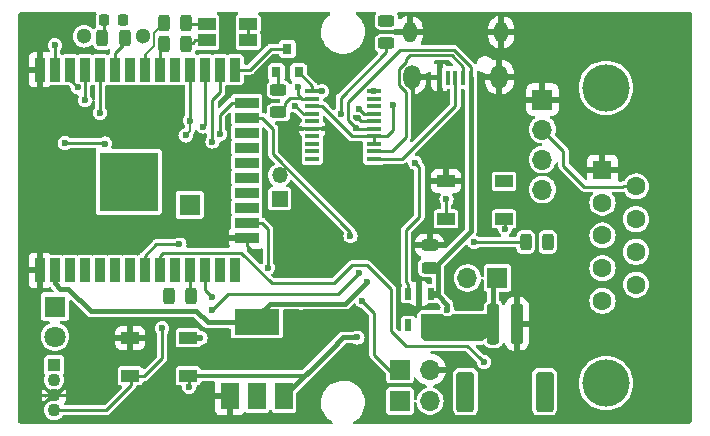
<source format=gbr>
G04 #@! TF.GenerationSoftware,KiCad,Pcbnew,7.0.9*
G04 #@! TF.CreationDate,2023-12-15T21:40:49-05:00*
G04 #@! TF.ProjectId,MainBoard,4d61696e-426f-4617-9264-2e6b69636164,rev?*
G04 #@! TF.SameCoordinates,Original*
G04 #@! TF.FileFunction,Copper,L1,Top*
G04 #@! TF.FilePolarity,Positive*
%FSLAX46Y46*%
G04 Gerber Fmt 4.6, Leading zero omitted, Abs format (unit mm)*
G04 Created by KiCad (PCBNEW 7.0.9) date 2023-12-15 21:40:49*
%MOMM*%
%LPD*%
G01*
G04 APERTURE LIST*
G04 Aperture macros list*
%AMRoundRect*
0 Rectangle with rounded corners*
0 $1 Rounding radius*
0 $2 $3 $4 $5 $6 $7 $8 $9 X,Y pos of 4 corners*
0 Add a 4 corners polygon primitive as box body*
4,1,4,$2,$3,$4,$5,$6,$7,$8,$9,$2,$3,0*
0 Add four circle primitives for the rounded corners*
1,1,$1+$1,$2,$3*
1,1,$1+$1,$4,$5*
1,1,$1+$1,$6,$7*
1,1,$1+$1,$8,$9*
0 Add four rect primitives between the rounded corners*
20,1,$1+$1,$2,$3,$4,$5,0*
20,1,$1+$1,$4,$5,$6,$7,0*
20,1,$1+$1,$6,$7,$8,$9,0*
20,1,$1+$1,$8,$9,$2,$3,0*%
G04 Aperture macros list end*
G04 #@! TA.AperFunction,ComponentPad*
%ADD10R,1.350000X1.350000*%
G04 #@! TD*
G04 #@! TA.AperFunction,ComponentPad*
%ADD11O,1.350000X1.350000*%
G04 #@! TD*
G04 #@! TA.AperFunction,SMDPad,CuDef*
%ADD12RoundRect,0.243750X0.243750X0.456250X-0.243750X0.456250X-0.243750X-0.456250X0.243750X-0.456250X0*%
G04 #@! TD*
G04 #@! TA.AperFunction,WasherPad*
%ADD13C,1.300000*%
G04 #@! TD*
G04 #@! TA.AperFunction,ComponentPad*
%ADD14C,1.100000*%
G04 #@! TD*
G04 #@! TA.AperFunction,ComponentPad*
%ADD15R,1.100000X1.100000*%
G04 #@! TD*
G04 #@! TA.AperFunction,SMDPad,CuDef*
%ADD16R,1.800000X1.800000*%
G04 #@! TD*
G04 #@! TA.AperFunction,ComponentPad*
%ADD17C,0.600000*%
G04 #@! TD*
G04 #@! TA.AperFunction,SMDPad,CuDef*
%ADD18RoundRect,0.243750X-0.243750X-0.456250X0.243750X-0.456250X0.243750X0.456250X-0.243750X0.456250X0*%
G04 #@! TD*
G04 #@! TA.AperFunction,SMDPad,CuDef*
%ADD19R,0.600000X1.050000*%
G04 #@! TD*
G04 #@! TA.AperFunction,SMDPad,CuDef*
%ADD20R,0.450000X1.300000*%
G04 #@! TD*
G04 #@! TA.AperFunction,ComponentPad*
%ADD21O,1.450000X2.000000*%
G04 #@! TD*
G04 #@! TA.AperFunction,ComponentPad*
%ADD22O,1.150000X1.800000*%
G04 #@! TD*
G04 #@! TA.AperFunction,SMDPad,CuDef*
%ADD23RoundRect,0.243750X0.456250X-0.243750X0.456250X0.243750X-0.456250X0.243750X-0.456250X-0.243750X0*%
G04 #@! TD*
G04 #@! TA.AperFunction,SMDPad,CuDef*
%ADD24R,1.200000X0.400000*%
G04 #@! TD*
G04 #@! TA.AperFunction,SMDPad,CuDef*
%ADD25R,0.800000X0.900000*%
G04 #@! TD*
G04 #@! TA.AperFunction,SMDPad,CuDef*
%ADD26RoundRect,0.243750X-0.456250X0.243750X-0.456250X-0.243750X0.456250X-0.243750X0.456250X0.243750X0*%
G04 #@! TD*
G04 #@! TA.AperFunction,SMDPad,CuDef*
%ADD27R,1.500000X2.200000*%
G04 #@! TD*
G04 #@! TA.AperFunction,SMDPad,CuDef*
%ADD28R,3.800000X2.200000*%
G04 #@! TD*
G04 #@! TA.AperFunction,ComponentPad*
%ADD29R,1.700000X1.700000*%
G04 #@! TD*
G04 #@! TA.AperFunction,ComponentPad*
%ADD30O,1.700000X1.700000*%
G04 #@! TD*
G04 #@! TA.AperFunction,SMDPad,CuDef*
%ADD31RoundRect,0.218750X-0.218750X-0.256250X0.218750X-0.256250X0.218750X0.256250X-0.218750X0.256250X0*%
G04 #@! TD*
G04 #@! TA.AperFunction,SMDPad,CuDef*
%ADD32R,1.500000X1.000000*%
G04 #@! TD*
G04 #@! TA.AperFunction,ComponentPad*
%ADD33R,1.600000X1.600000*%
G04 #@! TD*
G04 #@! TA.AperFunction,ComponentPad*
%ADD34C,1.600000*%
G04 #@! TD*
G04 #@! TA.AperFunction,ComponentPad*
%ADD35C,4.000000*%
G04 #@! TD*
G04 #@! TA.AperFunction,SMDPad,CuDef*
%ADD36RoundRect,0.250000X-0.250000X-1.500000X0.250000X-1.500000X0.250000X1.500000X-0.250000X1.500000X0*%
G04 #@! TD*
G04 #@! TA.AperFunction,SMDPad,CuDef*
%ADD37RoundRect,0.250001X-0.499999X-1.449999X0.499999X-1.449999X0.499999X1.449999X-0.499999X1.449999X0*%
G04 #@! TD*
G04 #@! TA.AperFunction,ComponentPad*
%ADD38R,1.800000X1.800000*%
G04 #@! TD*
G04 #@! TA.AperFunction,ComponentPad*
%ADD39C,1.800000*%
G04 #@! TD*
G04 #@! TA.AperFunction,SMDPad,CuDef*
%ADD40R,5.000000X5.000000*%
G04 #@! TD*
G04 #@! TA.AperFunction,SMDPad,CuDef*
%ADD41R,0.900000X2.000000*%
G04 #@! TD*
G04 #@! TA.AperFunction,SMDPad,CuDef*
%ADD42R,2.000000X0.900000*%
G04 #@! TD*
G04 #@! TA.AperFunction,ViaPad*
%ADD43C,0.600000*%
G04 #@! TD*
G04 #@! TA.AperFunction,Conductor*
%ADD44C,0.250000*%
G04 #@! TD*
G04 #@! TA.AperFunction,Conductor*
%ADD45C,0.600000*%
G04 #@! TD*
G04 #@! TA.AperFunction,Conductor*
%ADD46C,0.400000*%
G04 #@! TD*
G04 #@! TA.AperFunction,Conductor*
%ADD47C,0.300000*%
G04 #@! TD*
G04 #@! TA.AperFunction,Conductor*
%ADD48C,0.200000*%
G04 #@! TD*
G04 #@! TA.AperFunction,Conductor*
%ADD49C,0.180000*%
G04 #@! TD*
G04 APERTURE END LIST*
D10*
X85686900Y-95148400D03*
D11*
X85686900Y-93148400D03*
D12*
X106529900Y-98806000D03*
X108404900Y-98806000D03*
D13*
X69128000Y-81381600D03*
X74128000Y-81381600D03*
D14*
X66598800Y-110515400D03*
X66598800Y-111785400D03*
D15*
X66598800Y-109245400D03*
D14*
X66598800Y-113055400D03*
D16*
X78079600Y-95656400D03*
D17*
X78079600Y-95656400D03*
X77579600Y-96156400D03*
X78579600Y-96156400D03*
X78579600Y-95156400D03*
X77579600Y-95156400D03*
D12*
X75897500Y-82042000D03*
X77772500Y-82042000D03*
X77772500Y-80264000D03*
X75897500Y-80264000D03*
D18*
X72565500Y-81534000D03*
X70690500Y-81534000D03*
X76342000Y-103378000D03*
X78217000Y-103378000D03*
D19*
X98486000Y-105871000D03*
X96586000Y-105871000D03*
X96586000Y-103171000D03*
X97536000Y-103171000D03*
X98486000Y-103171000D03*
D20*
X101884000Y-84881800D03*
X101234000Y-84881800D03*
X100584000Y-84881800D03*
X99934000Y-84881800D03*
X99284000Y-84881800D03*
D21*
X104309000Y-84831800D03*
X96859000Y-84831800D03*
D22*
X104459000Y-81031800D03*
X96709000Y-81031800D03*
D23*
X94742000Y-81963500D03*
X94742000Y-80088500D03*
D24*
X88459000Y-86042500D03*
X88459000Y-86677500D03*
X88459000Y-87312500D03*
X88459000Y-87947500D03*
X88459000Y-88582500D03*
X88459000Y-89217500D03*
X88459000Y-89852500D03*
X88459000Y-90487500D03*
X88459000Y-91122500D03*
X88459000Y-91757500D03*
X93659000Y-91757500D03*
X93659000Y-91122500D03*
X93659000Y-90487500D03*
X93659000Y-89852500D03*
X93659000Y-89217500D03*
X93659000Y-88582500D03*
X93659000Y-87947500D03*
X93659000Y-87312500D03*
X93659000Y-86677500D03*
X93659000Y-86042500D03*
D25*
X86360000Y-82439000D03*
X87310000Y-84439000D03*
X85410000Y-84439000D03*
D26*
X85598000Y-85930500D03*
X85598000Y-87805500D03*
D27*
X86069200Y-111862000D03*
X83769200Y-111862000D03*
X81469200Y-111862000D03*
D28*
X83769200Y-105562000D03*
D23*
X98386900Y-100962700D03*
X98386900Y-99087700D03*
D29*
X107950000Y-86741000D03*
D30*
X107950000Y-89281000D03*
X107950000Y-91821000D03*
X107950000Y-94361000D03*
D31*
X70866000Y-80010000D03*
X72441000Y-80010000D03*
D32*
X83030000Y-81726000D03*
X83030000Y-80326000D03*
X79530000Y-81726000D03*
X79530000Y-80326000D03*
D29*
X104140000Y-101854000D03*
D30*
X101600000Y-101854000D03*
D33*
X113030000Y-92710000D03*
D34*
X113030000Y-95480000D03*
X113030000Y-98250000D03*
X113030000Y-101020000D03*
X113030000Y-103790000D03*
X115870000Y-94095000D03*
X115870000Y-96865000D03*
X115870000Y-99635000D03*
X115870000Y-102405000D03*
D35*
X113330000Y-110750000D03*
X113330000Y-85750000D03*
D36*
X103775000Y-105735000D03*
X105775000Y-105735000D03*
D37*
X101425000Y-111485000D03*
X108125000Y-111485000D03*
D29*
X95885000Y-109601000D03*
D30*
X98425000Y-109601000D03*
X98425000Y-112268000D03*
D29*
X95885000Y-112268000D03*
D32*
X99785000Y-93650000D03*
X99785000Y-96850000D03*
X104685000Y-93650000D03*
X104685000Y-96850000D03*
X73051500Y-106921500D03*
X73051500Y-110121500D03*
X77951500Y-106921500D03*
X77951500Y-110121500D03*
D38*
X66675000Y-104267000D03*
D39*
X66675000Y-106807000D03*
D40*
X72905000Y-93710000D03*
D41*
X65405000Y-101210000D03*
X66675000Y-101210000D03*
X67945000Y-101210000D03*
X69215000Y-101210000D03*
X70485000Y-101210000D03*
X71755000Y-101210000D03*
X73025000Y-101210000D03*
X74295000Y-101210000D03*
X75565000Y-101210000D03*
X76835000Y-101210000D03*
X78105000Y-101210000D03*
X79375000Y-101210000D03*
X80645000Y-101210000D03*
X81915000Y-101210000D03*
D42*
X82915000Y-98425000D03*
X82915000Y-97155000D03*
X82915000Y-95885000D03*
X82915000Y-94615000D03*
X82915000Y-93345000D03*
X82915000Y-92075000D03*
X82915000Y-90805000D03*
X82915000Y-89535000D03*
X82915000Y-88265000D03*
X82915000Y-86995000D03*
D41*
X81915000Y-84210000D03*
X80645000Y-84210000D03*
X79375000Y-84210000D03*
X78105000Y-84210000D03*
X76835000Y-84210000D03*
X75565000Y-84210000D03*
X74295000Y-84210000D03*
X73025000Y-84210000D03*
X71755000Y-84210000D03*
X70485000Y-84210000D03*
X69215000Y-84210000D03*
X67945000Y-84210000D03*
X66675000Y-84210000D03*
X65405000Y-84210000D03*
D43*
X92329000Y-105410000D03*
X86360000Y-81026000D03*
X99822000Y-92837000D03*
X75692000Y-86487000D03*
X77038200Y-86487000D03*
X107950000Y-104876600D03*
X107950000Y-105664000D03*
X107950000Y-107061000D03*
X92299107Y-88312867D03*
X90119200Y-89255600D03*
X90779600Y-108864400D03*
X78409800Y-98933000D03*
X75412600Y-97104200D03*
X99885500Y-104584500D03*
X92126496Y-89129296D03*
X66675000Y-101210000D03*
X93091000Y-102171500D03*
X72441000Y-80010000D03*
X67515500Y-90424000D03*
X70916800Y-90474800D03*
X83540600Y-105310700D03*
X83030000Y-81726000D03*
X67945000Y-101210000D03*
X94742000Y-80088500D03*
X95328500Y-87172800D03*
X76492000Y-103251000D03*
X101170500Y-105537000D03*
X70485000Y-87874010D03*
X93659000Y-85977498D03*
X69215000Y-86804500D03*
X87020400Y-87249000D03*
X104775000Y-97663000D03*
X78041500Y-111061500D03*
X92274592Y-106885500D03*
X92456000Y-87528400D03*
X90865790Y-87934800D03*
X99822000Y-95186516D03*
X92391000Y-101409500D03*
X79946500Y-104584500D03*
X78994000Y-106934000D03*
X76835000Y-101210000D03*
X79946500Y-103441500D03*
X102171500Y-98806000D03*
X102996990Y-108966000D03*
X84709000Y-100965000D03*
X91694000Y-98297992D03*
X92710000Y-103809802D03*
X80645000Y-89662000D03*
X97155000Y-92075000D03*
X80010000Y-90297000D03*
X77216000Y-99009202D03*
X74295000Y-101210000D03*
X80645000Y-101210000D03*
X78105000Y-88519000D03*
X77735600Y-89779000D03*
X79248000Y-89027000D03*
X89277081Y-86027564D03*
X87233000Y-85659000D03*
X75755500Y-106108500D03*
X108404900Y-98806000D03*
X76835000Y-84210000D03*
X68590000Y-85710002D03*
X66675000Y-82143600D03*
D44*
X82915000Y-99125000D02*
X83693000Y-99903000D01*
X82915000Y-98425000D02*
X82915000Y-99125000D01*
X92568740Y-88582500D02*
X92299107Y-88312867D01*
X93659000Y-88582500D02*
X92568740Y-88582500D01*
X65820983Y-111785400D02*
X65795583Y-111810800D01*
X66598800Y-111785400D02*
X65820983Y-111785400D01*
X66598800Y-111785400D02*
X65151000Y-111785400D01*
X66598800Y-111785400D02*
X68402200Y-111785400D01*
D45*
X98486000Y-103171000D02*
X98886000Y-103171000D01*
D46*
X99885500Y-104095500D02*
X99885500Y-104584500D01*
X101884000Y-84958000D02*
X101884000Y-89128600D01*
X101884000Y-97887000D02*
X99108500Y-100662500D01*
X99108500Y-103318500D02*
X99885500Y-104095500D01*
D44*
X92214700Y-89217500D02*
X92126496Y-89129296D01*
X93659000Y-89217500D02*
X92214700Y-89217500D01*
X91490800Y-86944200D02*
X91490800Y-88493600D01*
X100426800Y-82524600D02*
X95910400Y-82524600D01*
X101884000Y-83981800D02*
X100426800Y-82524600D01*
X101884000Y-84881800D02*
X101884000Y-83981800D01*
X91490800Y-88493600D02*
X92126496Y-89129296D01*
X95910400Y-82524600D02*
X91490800Y-86944200D01*
D46*
X101884000Y-89128600D02*
X101884000Y-97887000D01*
D44*
X99093500Y-100962700D02*
X99108500Y-100977700D01*
X98386900Y-100962700D02*
X99093500Y-100962700D01*
D46*
X99108500Y-100977700D02*
X99108500Y-103318500D01*
X99108500Y-100662500D02*
X99108500Y-100977700D01*
D44*
X83030000Y-80326000D02*
X83030000Y-81026000D01*
X83030000Y-81026000D02*
X83030000Y-81726000D01*
X114738630Y-94095000D02*
X114726630Y-94107000D01*
X115870000Y-94095000D02*
X114738630Y-94095000D01*
X111506000Y-94107000D02*
X109728000Y-92329000D01*
X114726630Y-94107000D02*
X111506000Y-94107000D01*
X109728000Y-91059000D02*
X107950000Y-89281000D01*
X109728000Y-92329000D02*
X109728000Y-91059000D01*
D46*
X87503000Y-104013000D02*
X87528400Y-104038400D01*
D44*
X70866000Y-90424000D02*
X70916800Y-90474800D01*
X67515500Y-90424000D02*
X70866000Y-90424000D01*
X83540600Y-105310700D02*
X83540600Y-105237800D01*
D46*
X84838300Y-104013000D02*
X87503000Y-104013000D01*
X83873100Y-104978200D02*
X84838300Y-104013000D01*
X66675000Y-102298500D02*
X66675000Y-101210000D01*
X67119500Y-102743000D02*
X66675000Y-102298500D01*
X67798002Y-102743000D02*
X67119500Y-102743000D01*
X78644000Y-104648000D02*
X69703002Y-104648000D01*
X83236601Y-105614699D02*
X79610699Y-105614699D01*
X69703002Y-104648000D02*
X67798002Y-102743000D01*
X83873100Y-104978200D02*
X83236601Y-105614699D01*
X79610699Y-105614699D02*
X78644000Y-104648000D01*
X91249500Y-104013000D02*
X93091000Y-102171500D01*
X87503000Y-104013000D02*
X91249500Y-104013000D01*
D44*
X92809000Y-89852500D02*
X93659000Y-89852500D01*
X91849000Y-89852500D02*
X92809000Y-89852500D01*
X89309000Y-87312500D02*
X91849000Y-89852500D01*
X88459000Y-87312500D02*
X89309000Y-87312500D01*
X93659000Y-89852500D02*
X93659000Y-90487500D01*
X94805500Y-89852500D02*
X93659000Y-89852500D01*
X95328500Y-89329500D02*
X94805500Y-89852500D01*
X95328500Y-87172800D02*
X95328500Y-89329500D01*
D46*
X103635000Y-105875000D02*
X103775000Y-105735000D01*
X98740000Y-105875000D02*
X103635000Y-105875000D01*
X103775000Y-102219000D02*
X104140000Y-101854000D01*
X103775000Y-105735000D02*
X103775000Y-102219000D01*
D44*
X81915000Y-84210000D02*
X83176000Y-84210000D01*
X84947000Y-82439000D02*
X86360000Y-82439000D01*
X83176000Y-84210000D02*
X84947000Y-82439000D01*
X70485000Y-84210000D02*
X70485000Y-87874010D01*
X69215000Y-86804500D02*
X69215000Y-84210000D01*
X87718900Y-87947500D02*
X88459000Y-87947500D01*
X87020400Y-87249000D02*
X87718900Y-87947500D01*
X104775000Y-96940000D02*
X104685000Y-96850000D01*
X104775000Y-97663000D02*
X104775000Y-96940000D01*
X78015000Y-111035000D02*
X78041500Y-111061500D01*
X78015000Y-110185000D02*
X78015000Y-111035000D01*
D47*
X78951500Y-110121500D02*
X77951500Y-110121500D01*
X87762700Y-110121500D02*
X78951500Y-110121500D01*
D46*
X90008100Y-107923100D02*
X86069200Y-111862000D01*
X91045700Y-106885500D02*
X90008100Y-107923100D01*
X92274592Y-106885500D02*
X91045700Y-106885500D01*
D44*
X92875100Y-87947500D02*
X92456000Y-87528400D01*
X93659000Y-87947500D02*
X92875100Y-87947500D01*
X90865790Y-86629410D02*
X90865790Y-87510536D01*
X94742000Y-82753200D02*
X90865790Y-86629410D01*
X90865790Y-87510536D02*
X90865790Y-87934800D01*
X94742000Y-81963500D02*
X94742000Y-82753200D01*
X99785000Y-95223516D02*
X99822000Y-95186516D01*
X99785000Y-96850000D02*
X99785000Y-95223516D01*
X77964000Y-106934000D02*
X77951500Y-106921500D01*
X78994000Y-106934000D02*
X77964000Y-106934000D01*
X81356200Y-103174800D02*
X79946500Y-104584500D01*
X90625700Y-103174800D02*
X81356200Y-103174800D01*
X92391000Y-101409500D02*
X90625700Y-103174800D01*
X79375000Y-102870000D02*
X79946500Y-103441500D01*
X79375000Y-101210000D02*
X79375000Y-102870000D01*
X102171500Y-98806000D02*
X106529900Y-98806000D01*
X102696991Y-108666001D02*
X102996990Y-108966000D01*
X101599990Y-107569000D02*
X102696991Y-108666001D01*
X96393000Y-107569000D02*
X101599990Y-107569000D01*
X75830000Y-99695000D02*
X82435002Y-99695000D01*
X82435002Y-99695000D02*
X85051202Y-102311200D01*
X75565000Y-101210000D02*
X75565000Y-99960000D01*
X85051202Y-102311200D02*
X90271600Y-102311200D01*
X75565000Y-99960000D02*
X75830000Y-99695000D01*
X90271600Y-102311200D02*
X91798301Y-100784499D01*
X91798301Y-100784499D02*
X93113699Y-100784499D01*
X93113699Y-100784499D02*
X95123000Y-102793800D01*
X95123000Y-106299000D02*
X96393000Y-107569000D01*
X95123000Y-102793800D02*
X95123000Y-106299000D01*
X84165000Y-97155000D02*
X84709000Y-97699000D01*
X84709000Y-97699000D02*
X84709000Y-100965000D01*
X82915000Y-97155000D02*
X84165000Y-97155000D01*
X91694000Y-97917000D02*
X91694000Y-98297992D01*
X82915000Y-88265000D02*
X84165000Y-88265000D01*
X84165000Y-88265000D02*
X85166200Y-89266200D01*
X85166200Y-89266200D02*
X85166200Y-91389200D01*
X85166200Y-91389200D02*
X91694000Y-97917000D01*
X93009999Y-104109801D02*
X92710000Y-103809802D01*
X93726000Y-104825802D02*
X93009999Y-104109801D01*
X93726000Y-108331000D02*
X93726000Y-104825802D01*
X95250000Y-109855000D02*
X93726000Y-108331000D01*
X78530000Y-81726000D02*
X78341000Y-81915000D01*
X79530000Y-81726000D02*
X78530000Y-81726000D01*
X78341000Y-81915000D02*
X77622500Y-81915000D01*
X77687500Y-80326000D02*
X77622500Y-80391000D01*
X79530000Y-80326000D02*
X77687500Y-80326000D01*
X70866000Y-81508500D02*
X70840500Y-81534000D01*
X70866000Y-80010000D02*
X70866000Y-81508500D01*
X78067000Y-101248000D02*
X78105000Y-101210000D01*
X78067000Y-103251000D02*
X78067000Y-101248000D01*
X80645000Y-89237736D02*
X80645000Y-89662000D01*
X80645000Y-88015000D02*
X80645000Y-89237736D01*
X81665000Y-86995000D02*
X80645000Y-88015000D01*
X82915000Y-86995000D02*
X81665000Y-86995000D01*
X71755000Y-82960000D02*
X71755000Y-84210000D01*
X71755000Y-82769500D02*
X71755000Y-82960000D01*
X72415500Y-82109000D02*
X71755000Y-82769500D01*
X72415500Y-81534000D02*
X72415500Y-82109000D01*
X74295000Y-82960000D02*
X74295000Y-84210000D01*
X76047500Y-80391000D02*
X75510000Y-80391000D01*
D48*
X75078001Y-81083499D02*
X75078001Y-82176999D01*
X75078001Y-82176999D02*
X74295000Y-82960000D01*
X75897500Y-80264000D02*
X75078001Y-81083499D01*
D44*
X76047500Y-81915000D02*
X75565000Y-82397500D01*
X75565000Y-82397500D02*
X75565000Y-84210000D01*
X80010000Y-90297000D02*
X80010000Y-86741000D01*
X80645000Y-86106000D02*
X80645000Y-84210000D01*
X80010000Y-86741000D02*
X80645000Y-86106000D01*
X97536000Y-96647000D02*
X97536000Y-92456000D01*
X96586000Y-103171000D02*
X96586000Y-102396000D01*
X97536000Y-92456000D02*
X97155000Y-92075000D01*
X96586000Y-102396000D02*
X96420990Y-102230990D01*
X96420990Y-97762010D02*
X97536000Y-96647000D01*
X96420990Y-102230990D02*
X96420990Y-97762010D01*
X74295000Y-101210000D02*
X74295000Y-101210000D01*
X75245798Y-99009202D02*
X76791736Y-99009202D01*
X74295000Y-99960000D02*
X75245798Y-99009202D01*
X76791736Y-99009202D02*
X77216000Y-99009202D01*
X74295000Y-101210000D02*
X74295000Y-99960000D01*
X78105000Y-88519000D02*
X78105000Y-84210000D01*
D49*
X78105000Y-89409600D02*
X77735600Y-89779000D01*
X78105000Y-88519000D02*
X78105000Y-89409600D01*
D44*
X79375000Y-84210000D02*
X79375000Y-88900000D01*
X79375000Y-88900000D02*
X79248000Y-89027000D01*
X88459000Y-85588000D02*
X88459000Y-86042500D01*
X87310000Y-84439000D02*
X88459000Y-85588000D01*
X89262145Y-86042500D02*
X89277081Y-86027564D01*
X88459000Y-86042500D02*
X89262145Y-86042500D01*
X85598000Y-84627000D02*
X85410000Y-84439000D01*
X85598000Y-85930500D02*
X85598000Y-84627000D01*
X87233000Y-86301500D02*
X87233000Y-85659000D01*
X87609000Y-86677500D02*
X87233000Y-86301500D01*
X88459000Y-86677500D02*
X87609000Y-86677500D01*
X87545500Y-86614000D02*
X86614000Y-86614000D01*
X87609000Y-86677500D02*
X87545500Y-86614000D01*
X86154237Y-87073763D02*
X86154237Y-87249263D01*
X86154237Y-87249263D02*
X85598000Y-87805500D01*
X86614000Y-86614000D02*
X86154237Y-87073763D01*
X96075500Y-91757500D02*
X94509000Y-91757500D01*
X100584000Y-87249000D02*
X96075500Y-91757500D01*
X94509000Y-91757500D02*
X93659000Y-91757500D01*
X100584000Y-84881800D02*
X100584000Y-87249000D01*
X96367600Y-86100338D02*
X95808990Y-85541728D01*
X95186500Y-91122500D02*
X96367600Y-89941400D01*
X96367600Y-89941400D02*
X96367600Y-86100338D01*
X101234000Y-83981800D02*
X101234000Y-84881800D01*
X96367600Y-83563262D02*
X96367600Y-83337400D01*
X93659000Y-91122500D02*
X95186500Y-91122500D01*
X95808990Y-85541728D02*
X95808990Y-84121872D01*
X95808990Y-84121872D02*
X96367600Y-83563262D01*
X96367600Y-83337400D02*
X96697800Y-83007200D01*
X96697800Y-83007200D02*
X100259400Y-83007200D01*
X100259400Y-83007200D02*
X101234000Y-83981800D01*
X66675000Y-113030000D02*
X71020000Y-113030000D01*
X74219000Y-110185000D02*
X75755500Y-108648500D01*
X71020000Y-113030000D02*
X73115000Y-110935000D01*
X75755500Y-108648500D02*
X75755500Y-106108500D01*
X73115000Y-110935000D02*
X73115000Y-110185000D01*
X73115000Y-110185000D02*
X74219000Y-110185000D01*
X67945000Y-85065002D02*
X68590000Y-85710002D01*
X67945000Y-84210000D02*
X67945000Y-85065002D01*
X66675000Y-84210000D02*
X66675000Y-82960000D01*
X66675000Y-82960000D02*
X66675000Y-82143600D01*
G04 #@! TA.AperFunction,Conductor*
G36*
X70141743Y-79343502D02*
G01*
X70188236Y-79397158D01*
X70198340Y-79467432D01*
X70190837Y-79495725D01*
X70190387Y-79496864D01*
X70190385Y-79496868D01*
X70169737Y-79549229D01*
X70138020Y-79629654D01*
X70128000Y-79713094D01*
X70128000Y-80306905D01*
X70138020Y-80390346D01*
X70175363Y-80485040D01*
X70181746Y-80555749D01*
X70148887Y-80618685D01*
X70134282Y-80631661D01*
X70058290Y-80689287D01*
X70025664Y-80732311D01*
X69968565Y-80774503D01*
X69897719Y-80779128D01*
X69835619Y-80744716D01*
X69827867Y-80736109D01*
X69824750Y-80732311D01*
X69803357Y-80706243D01*
X69790047Y-80695320D01*
X69658625Y-80587464D01*
X69493500Y-80499203D01*
X69493496Y-80499201D01*
X69314334Y-80444853D01*
X69314323Y-80444851D01*
X69128003Y-80426501D01*
X69127997Y-80426501D01*
X68941676Y-80444851D01*
X68941665Y-80444853D01*
X68762503Y-80499201D01*
X68762499Y-80499203D01*
X68597374Y-80587464D01*
X68452643Y-80706243D01*
X68333864Y-80850974D01*
X68245603Y-81016099D01*
X68245601Y-81016103D01*
X68191253Y-81195265D01*
X68191251Y-81195276D01*
X68172901Y-81381596D01*
X68172901Y-81381603D01*
X68191251Y-81567923D01*
X68191253Y-81567934D01*
X68245601Y-81747096D01*
X68245603Y-81747100D01*
X68295664Y-81840757D01*
X68333864Y-81912225D01*
X68452643Y-82056957D01*
X68597375Y-82175736D01*
X68736052Y-82249860D01*
X68762499Y-82263996D01*
X68762503Y-82263998D01*
X68941665Y-82318346D01*
X68941666Y-82318346D01*
X68941669Y-82318347D01*
X68941672Y-82318347D01*
X68941676Y-82318348D01*
X69127997Y-82336699D01*
X69128000Y-82336699D01*
X69128003Y-82336699D01*
X69314323Y-82318348D01*
X69314325Y-82318347D01*
X69314331Y-82318347D01*
X69342449Y-82309817D01*
X69493496Y-82263998D01*
X69493498Y-82263996D01*
X69493501Y-82263996D01*
X69658625Y-82175736D01*
X69733619Y-82114189D01*
X69798963Y-82086436D01*
X69868941Y-82098417D01*
X69921334Y-82146329D01*
X69930766Y-82165364D01*
X69967889Y-82259500D01*
X70058288Y-82378711D01*
X70127864Y-82431471D01*
X70177500Y-82469111D01*
X70316679Y-82523997D01*
X70404140Y-82534500D01*
X70404143Y-82534500D01*
X70976857Y-82534500D01*
X70976860Y-82534500D01*
X71064321Y-82523997D01*
X71179798Y-82478457D01*
X71250505Y-82472075D01*
X71313441Y-82504933D01*
X71348621Y-82566600D01*
X71346187Y-82626479D01*
X71346832Y-82626582D01*
X71345958Y-82632093D01*
X71345857Y-82634601D01*
X71345280Y-82636374D01*
X71341527Y-82660072D01*
X71336914Y-82679286D01*
X71329500Y-82702107D01*
X71329500Y-82702109D01*
X71329500Y-82790407D01*
X71309498Y-82858528D01*
X71255842Y-82905021D01*
X71236579Y-82911987D01*
X71235008Y-82912414D01*
X71170892Y-82940724D01*
X71100496Y-82949942D01*
X71069105Y-82940724D01*
X71004989Y-82912414D01*
X71004990Y-82912414D01*
X70979868Y-82909500D01*
X69990140Y-82909500D01*
X69990133Y-82909501D01*
X69965009Y-82912414D01*
X69965002Y-82912416D01*
X69900892Y-82940724D01*
X69830496Y-82949942D01*
X69799105Y-82940724D01*
X69734989Y-82912414D01*
X69734990Y-82912414D01*
X69709868Y-82909500D01*
X68720140Y-82909500D01*
X68720133Y-82909501D01*
X68695009Y-82912414D01*
X68695002Y-82912416D01*
X68630892Y-82940724D01*
X68560496Y-82949942D01*
X68529105Y-82940724D01*
X68464989Y-82912414D01*
X68464990Y-82912414D01*
X68439868Y-82909500D01*
X67450140Y-82909500D01*
X67450133Y-82909501D01*
X67425009Y-82912414D01*
X67425002Y-82912416D01*
X67360892Y-82940724D01*
X67290496Y-82949942D01*
X67259105Y-82940724D01*
X67243571Y-82933865D01*
X67194991Y-82912415D01*
X67194990Y-82912414D01*
X67194986Y-82912413D01*
X67193413Y-82911985D01*
X67191875Y-82911039D01*
X67186321Y-82908587D01*
X67186655Y-82907829D01*
X67132936Y-82874797D01*
X67102164Y-82810816D01*
X67100500Y-82790407D01*
X67100500Y-82618278D01*
X67120502Y-82550157D01*
X67126538Y-82541574D01*
X67138105Y-82526500D01*
X67199536Y-82446441D01*
X67260044Y-82300362D01*
X67280682Y-82143600D01*
X67280525Y-82142411D01*
X67267658Y-82044674D01*
X67260044Y-81986838D01*
X67199536Y-81840759D01*
X67103282Y-81715318D01*
X66977841Y-81619064D01*
X66906900Y-81589679D01*
X66831760Y-81558555D01*
X66675000Y-81537918D01*
X66518239Y-81558555D01*
X66372160Y-81619063D01*
X66372157Y-81619065D01*
X66246718Y-81715318D01*
X66150465Y-81840757D01*
X66150463Y-81840760D01*
X66089955Y-81986839D01*
X66069318Y-82143599D01*
X66069318Y-82143600D01*
X66089955Y-82300360D01*
X66150463Y-82446439D01*
X66150468Y-82446447D01*
X66223462Y-82541574D01*
X66249063Y-82607794D01*
X66249500Y-82618278D01*
X66249500Y-82633481D01*
X66229498Y-82701602D01*
X66175842Y-82748095D01*
X66105568Y-82758199D01*
X66079468Y-82751537D01*
X65964094Y-82708505D01*
X65903597Y-82702000D01*
X65659000Y-82702000D01*
X65659000Y-85718000D01*
X65903585Y-85718000D01*
X65903597Y-85717999D01*
X65964093Y-85711494D01*
X66100964Y-85660444D01*
X66100965Y-85660444D01*
X66217904Y-85572903D01*
X66226823Y-85560990D01*
X66283658Y-85518443D01*
X66327686Y-85510499D01*
X67169864Y-85510499D01*
X67194991Y-85507585D01*
X67259108Y-85479274D01*
X67329500Y-85470057D01*
X67360890Y-85479273D01*
X67425009Y-85507585D01*
X67425008Y-85507585D01*
X67428664Y-85508009D01*
X67450135Y-85510500D01*
X67736559Y-85510499D01*
X67804679Y-85530501D01*
X67825654Y-85547404D01*
X67953477Y-85675227D01*
X67987503Y-85737539D01*
X67989304Y-85747876D01*
X68004955Y-85866762D01*
X68037710Y-85945838D01*
X68065464Y-86012843D01*
X68161718Y-86138284D01*
X68287159Y-86234538D01*
X68433238Y-86295046D01*
X68590000Y-86315684D01*
X68590002Y-86315683D01*
X68596196Y-86316499D01*
X68661123Y-86345221D01*
X68700215Y-86404486D01*
X68701060Y-86475478D01*
X68693303Y-86493895D01*
X68693625Y-86494029D01*
X68690465Y-86501657D01*
X68690464Y-86501659D01*
X68669571Y-86552100D01*
X68629955Y-86647739D01*
X68609318Y-86804499D01*
X68609318Y-86804500D01*
X68629955Y-86961260D01*
X68682736Y-87088683D01*
X68690464Y-87107341D01*
X68786718Y-87232782D01*
X68912159Y-87329036D01*
X69058238Y-87389544D01*
X69215000Y-87410182D01*
X69371762Y-87389544D01*
X69517841Y-87329036D01*
X69643282Y-87232782D01*
X69739536Y-87107341D01*
X69800044Y-86961262D01*
X69808578Y-86896438D01*
X69837300Y-86831512D01*
X69878887Y-86804080D01*
X69850988Y-86791338D01*
X69812604Y-86731612D01*
X69808578Y-86712560D01*
X69805705Y-86690740D01*
X69800044Y-86647738D01*
X69739536Y-86501659D01*
X69666536Y-86406524D01*
X69640937Y-86340304D01*
X69640500Y-86329821D01*
X69640500Y-85629592D01*
X69660502Y-85561471D01*
X69714158Y-85514978D01*
X69733432Y-85508009D01*
X69734989Y-85507585D01*
X69734991Y-85507585D01*
X69799108Y-85479274D01*
X69869500Y-85470057D01*
X69900890Y-85479273D01*
X69965009Y-85507585D01*
X69965013Y-85507585D01*
X69966576Y-85508011D01*
X69968109Y-85508953D01*
X69973679Y-85511413D01*
X69973343Y-85512171D01*
X70027057Y-85545194D01*
X70057834Y-85609172D01*
X70059500Y-85629592D01*
X70059500Y-86696114D01*
X70039498Y-86764235D01*
X69991006Y-86806253D01*
X70027736Y-86829245D01*
X70057995Y-86893470D01*
X70059500Y-86912885D01*
X70059500Y-87399331D01*
X70039498Y-87467452D01*
X70033466Y-87476030D01*
X70029770Y-87480848D01*
X69960465Y-87571167D01*
X69960463Y-87571170D01*
X69899955Y-87717249D01*
X69879318Y-87874009D01*
X69879318Y-87874010D01*
X69899955Y-88030770D01*
X69959829Y-88175317D01*
X69960464Y-88176851D01*
X70056718Y-88302292D01*
X70182159Y-88398546D01*
X70328238Y-88459054D01*
X70485000Y-88479692D01*
X70641762Y-88459054D01*
X70787841Y-88398546D01*
X70913282Y-88302292D01*
X71009536Y-88176851D01*
X71070044Y-88030772D01*
X71090682Y-87874010D01*
X71088137Y-87854682D01*
X71073699Y-87745009D01*
X71070044Y-87717248D01*
X71009536Y-87571169D01*
X70936536Y-87476034D01*
X70910937Y-87409814D01*
X70910500Y-87399331D01*
X70910500Y-85629592D01*
X70930502Y-85561471D01*
X70984158Y-85514978D01*
X71003432Y-85508009D01*
X71004989Y-85507585D01*
X71004991Y-85507585D01*
X71069108Y-85479274D01*
X71139500Y-85470057D01*
X71170890Y-85479273D01*
X71235009Y-85507585D01*
X71260135Y-85510500D01*
X72249864Y-85510499D01*
X72274991Y-85507585D01*
X72339108Y-85479274D01*
X72409500Y-85470057D01*
X72440890Y-85479273D01*
X72505009Y-85507585D01*
X72530135Y-85510500D01*
X73519864Y-85510499D01*
X73544991Y-85507585D01*
X73609108Y-85479274D01*
X73679500Y-85470057D01*
X73710890Y-85479273D01*
X73775009Y-85507585D01*
X73800135Y-85510500D01*
X74789864Y-85510499D01*
X74814991Y-85507585D01*
X74879108Y-85479274D01*
X74949500Y-85470057D01*
X74980890Y-85479273D01*
X75045009Y-85507585D01*
X75070135Y-85510500D01*
X76059864Y-85510499D01*
X76084991Y-85507585D01*
X76149108Y-85479274D01*
X76219500Y-85470057D01*
X76250890Y-85479273D01*
X76315009Y-85507585D01*
X76340135Y-85510500D01*
X77329864Y-85510499D01*
X77354991Y-85507585D01*
X77419108Y-85479274D01*
X77489500Y-85470057D01*
X77520890Y-85479273D01*
X77585009Y-85507585D01*
X77585013Y-85507585D01*
X77586576Y-85508011D01*
X77588109Y-85508953D01*
X77593679Y-85511413D01*
X77593343Y-85512171D01*
X77647057Y-85545194D01*
X77677834Y-85609172D01*
X77679500Y-85629592D01*
X77679500Y-88044321D01*
X77659498Y-88112442D01*
X77653466Y-88121020D01*
X77627897Y-88154343D01*
X77580465Y-88216157D01*
X77580463Y-88216160D01*
X77519955Y-88362239D01*
X77499318Y-88518999D01*
X77499318Y-88519000D01*
X77519955Y-88675760D01*
X77559627Y-88771535D01*
X77580464Y-88821841D01*
X77653998Y-88917673D01*
X77676723Y-88947288D01*
X77677595Y-88948160D01*
X77678095Y-88949076D01*
X77681746Y-88953834D01*
X77681004Y-88954403D01*
X77711621Y-89010472D01*
X77714500Y-89037255D01*
X77714500Y-89065596D01*
X77694498Y-89133717D01*
X77640842Y-89180210D01*
X77604949Y-89190518D01*
X77578839Y-89193955D01*
X77432760Y-89254463D01*
X77432757Y-89254465D01*
X77307318Y-89350718D01*
X77211065Y-89476157D01*
X77211063Y-89476160D01*
X77150555Y-89622239D01*
X77129918Y-89778999D01*
X77129918Y-89779000D01*
X77150555Y-89935760D01*
X77201772Y-90059407D01*
X77211064Y-90081841D01*
X77307318Y-90207282D01*
X77432759Y-90303536D01*
X77578838Y-90364044D01*
X77735600Y-90384682D01*
X77892362Y-90364044D01*
X78038441Y-90303536D01*
X78163882Y-90207282D01*
X78260136Y-90081841D01*
X78320644Y-89935762D01*
X78341282Y-89779000D01*
X78341282Y-89778999D01*
X78341282Y-89777759D01*
X78341578Y-89776750D01*
X78342360Y-89770812D01*
X78343286Y-89770933D01*
X78361284Y-89709638D01*
X78378185Y-89688665D01*
X78402858Y-89663993D01*
X78402859Y-89663991D01*
X78410036Y-89656814D01*
X78410040Y-89656808D01*
X78424859Y-89641991D01*
X78434484Y-89623098D01*
X78444807Y-89606253D01*
X78457275Y-89589094D01*
X78463828Y-89568922D01*
X78471387Y-89550672D01*
X78481017Y-89531775D01*
X78484335Y-89510823D01*
X78488947Y-89491614D01*
X78495499Y-89471450D01*
X78495499Y-89442933D01*
X78495500Y-89442908D01*
X78495500Y-89403936D01*
X78515502Y-89335815D01*
X78569158Y-89289322D01*
X78639432Y-89279218D01*
X78704012Y-89308712D01*
X78721463Y-89327232D01*
X78723462Y-89329838D01*
X78723464Y-89329841D01*
X78819718Y-89455282D01*
X78945159Y-89551536D01*
X79091238Y-89612044D01*
X79248000Y-89632682D01*
X79404762Y-89612044D01*
X79410284Y-89609756D01*
X79480871Y-89602168D01*
X79544358Y-89633947D01*
X79580586Y-89695005D01*
X79584500Y-89726166D01*
X79584500Y-89822321D01*
X79564498Y-89890442D01*
X79558463Y-89899025D01*
X79485465Y-89994157D01*
X79485463Y-89994160D01*
X79424955Y-90140239D01*
X79404318Y-90296999D01*
X79404318Y-90297000D01*
X79424955Y-90453760D01*
X79424956Y-90453762D01*
X79485464Y-90599841D01*
X79581718Y-90725282D01*
X79707159Y-90821536D01*
X79853238Y-90882044D01*
X80010000Y-90902682D01*
X80166762Y-90882044D01*
X80312841Y-90821536D01*
X80438282Y-90725282D01*
X80534536Y-90599841D01*
X80595044Y-90453762D01*
X80606473Y-90366948D01*
X80635195Y-90302022D01*
X80694460Y-90262930D01*
X80714947Y-90258473D01*
X80801762Y-90247044D01*
X80947841Y-90186536D01*
X81073282Y-90090282D01*
X81169536Y-89964841D01*
X81230044Y-89818762D01*
X81250682Y-89662000D01*
X81230044Y-89505238D01*
X81169536Y-89359159D01*
X81096536Y-89264024D01*
X81070937Y-89197804D01*
X81070500Y-89187321D01*
X81070500Y-88243438D01*
X81090502Y-88175317D01*
X81107405Y-88154343D01*
X81399405Y-87862343D01*
X81461717Y-87828317D01*
X81532532Y-87833382D01*
X81589368Y-87875929D01*
X81614179Y-87942449D01*
X81614500Y-87951438D01*
X81614500Y-88759859D01*
X81614501Y-88759866D01*
X81617414Y-88784990D01*
X81617416Y-88784994D01*
X81645724Y-88849106D01*
X81654942Y-88919502D01*
X81645724Y-88950893D01*
X81617415Y-89015007D01*
X81617414Y-89015009D01*
X81614500Y-89040129D01*
X81614500Y-90029859D01*
X81614501Y-90029866D01*
X81617414Y-90054990D01*
X81617416Y-90054994D01*
X81645724Y-90119106D01*
X81654942Y-90189502D01*
X81645724Y-90220893D01*
X81617415Y-90285007D01*
X81617414Y-90285009D01*
X81614500Y-90310129D01*
X81614500Y-91299859D01*
X81614501Y-91299866D01*
X81617414Y-91324990D01*
X81617416Y-91324994D01*
X81645724Y-91389106D01*
X81654942Y-91459502D01*
X81645724Y-91490893D01*
X81617415Y-91555007D01*
X81617414Y-91555009D01*
X81614500Y-91580129D01*
X81614500Y-92569859D01*
X81614501Y-92569866D01*
X81617414Y-92594990D01*
X81617416Y-92594994D01*
X81645724Y-92659106D01*
X81654942Y-92729502D01*
X81645724Y-92760893D01*
X81617415Y-92825007D01*
X81617414Y-92825009D01*
X81614500Y-92850129D01*
X81614500Y-93839859D01*
X81614501Y-93839866D01*
X81617414Y-93864990D01*
X81617416Y-93864994D01*
X81645724Y-93929106D01*
X81654942Y-93999502D01*
X81645724Y-94030893D01*
X81617415Y-94095007D01*
X81617414Y-94095009D01*
X81614500Y-94120129D01*
X81614500Y-95109859D01*
X81614501Y-95109866D01*
X81617414Y-95134990D01*
X81617416Y-95134994D01*
X81645724Y-95199106D01*
X81654942Y-95269502D01*
X81645724Y-95300893D01*
X81617415Y-95365007D01*
X81617414Y-95365009D01*
X81614500Y-95390129D01*
X81614500Y-96379859D01*
X81614501Y-96379866D01*
X81617414Y-96404990D01*
X81617416Y-96404994D01*
X81645724Y-96469106D01*
X81654942Y-96539502D01*
X81645724Y-96570893D01*
X81617415Y-96635007D01*
X81617414Y-96635009D01*
X81614500Y-96660129D01*
X81614500Y-97502309D01*
X81594498Y-97570430D01*
X81564012Y-97603175D01*
X81552095Y-97612096D01*
X81464555Y-97729034D01*
X81464555Y-97729035D01*
X81413505Y-97865906D01*
X81407000Y-97926402D01*
X81407000Y-98171000D01*
X83043000Y-98171000D01*
X83111121Y-98191002D01*
X83157614Y-98244658D01*
X83169000Y-98297000D01*
X83169000Y-98553000D01*
X83148998Y-98621121D01*
X83095342Y-98667614D01*
X83043000Y-98679000D01*
X81407000Y-98679000D01*
X81407000Y-98923597D01*
X81413505Y-98984092D01*
X81456538Y-99099467D01*
X81461603Y-99170283D01*
X81427578Y-99232595D01*
X81365265Y-99266620D01*
X81338482Y-99269500D01*
X77931089Y-99269500D01*
X77862968Y-99249498D01*
X77816475Y-99195842D01*
X77806167Y-99127054D01*
X77821682Y-99009202D01*
X77821682Y-99009201D01*
X77807789Y-98903674D01*
X77801044Y-98852440D01*
X77740536Y-98706361D01*
X77644282Y-98580920D01*
X77518841Y-98484666D01*
X77446628Y-98454754D01*
X77372760Y-98424157D01*
X77216000Y-98403520D01*
X77059239Y-98424157D01*
X76913160Y-98484665D01*
X76913152Y-98484670D01*
X76818026Y-98557664D01*
X76751806Y-98583265D01*
X76741322Y-98583702D01*
X75313191Y-98583702D01*
X75178405Y-98583702D01*
X75155584Y-98591116D01*
X75136370Y-98595729D01*
X75112672Y-98599482D01*
X75091296Y-98610374D01*
X75073034Y-98617938D01*
X75050219Y-98625351D01*
X75050216Y-98625353D01*
X75030800Y-98639458D01*
X75013954Y-98649781D01*
X74992578Y-98660673D01*
X74985638Y-98667614D01*
X74968603Y-98684649D01*
X74041780Y-99611472D01*
X74002541Y-99650711D01*
X73946471Y-99706780D01*
X73946469Y-99706782D01*
X73935581Y-99728153D01*
X73925254Y-99745006D01*
X73911150Y-99764419D01*
X73911148Y-99764422D01*
X73903736Y-99787235D01*
X73896172Y-99805498D01*
X73880780Y-99835708D01*
X73879290Y-99834949D01*
X73845624Y-99884178D01*
X73780390Y-99911791D01*
X73775009Y-99912415D01*
X73775002Y-99912416D01*
X73710892Y-99940724D01*
X73640496Y-99949942D01*
X73609105Y-99940724D01*
X73544989Y-99912414D01*
X73544990Y-99912414D01*
X73519868Y-99909500D01*
X72530140Y-99909500D01*
X72530133Y-99909501D01*
X72505009Y-99912414D01*
X72505002Y-99912416D01*
X72440892Y-99940724D01*
X72370496Y-99949942D01*
X72339105Y-99940724D01*
X72274989Y-99912414D01*
X72274990Y-99912414D01*
X72249868Y-99909500D01*
X71260140Y-99909500D01*
X71260133Y-99909501D01*
X71235009Y-99912414D01*
X71235002Y-99912416D01*
X71170892Y-99940724D01*
X71100496Y-99949942D01*
X71069105Y-99940724D01*
X71004989Y-99912414D01*
X71004990Y-99912414D01*
X70979868Y-99909500D01*
X69990140Y-99909500D01*
X69990133Y-99909501D01*
X69965009Y-99912414D01*
X69965002Y-99912416D01*
X69900892Y-99940724D01*
X69830496Y-99949942D01*
X69799105Y-99940724D01*
X69734989Y-99912414D01*
X69734990Y-99912414D01*
X69709868Y-99909500D01*
X68720140Y-99909500D01*
X68720133Y-99909501D01*
X68695009Y-99912414D01*
X68695002Y-99912416D01*
X68630892Y-99940724D01*
X68560496Y-99949942D01*
X68529105Y-99940724D01*
X68464989Y-99912414D01*
X68464990Y-99912414D01*
X68439868Y-99909500D01*
X67450140Y-99909500D01*
X67450133Y-99909501D01*
X67425009Y-99912414D01*
X67425002Y-99912416D01*
X67360892Y-99940724D01*
X67290496Y-99949942D01*
X67259105Y-99940724D01*
X67194989Y-99912414D01*
X67194990Y-99912414D01*
X67169870Y-99909500D01*
X66327690Y-99909500D01*
X66259569Y-99889498D01*
X66226821Y-99859008D01*
X66217903Y-99847095D01*
X66100965Y-99759555D01*
X65964093Y-99708505D01*
X65903597Y-99702000D01*
X65659000Y-99702000D01*
X65659000Y-102718000D01*
X65903585Y-102718000D01*
X65903597Y-102717999D01*
X65964093Y-102711494D01*
X66100964Y-102660444D01*
X66100966Y-102660443D01*
X66143772Y-102628399D01*
X66210292Y-102603587D01*
X66279666Y-102618678D01*
X66314506Y-102646753D01*
X66341214Y-102677576D01*
X66343872Y-102680643D01*
X66347751Y-102683135D01*
X66368723Y-102700037D01*
X66520091Y-102851405D01*
X66554117Y-102913717D01*
X66549052Y-102984532D01*
X66506505Y-103041368D01*
X66439985Y-103066179D01*
X66430996Y-103066500D01*
X65730140Y-103066500D01*
X65730133Y-103066501D01*
X65705009Y-103069414D01*
X65705005Y-103069416D01*
X65602234Y-103114793D01*
X65522795Y-103194232D01*
X65522794Y-103194234D01*
X65477414Y-103297009D01*
X65474500Y-103322129D01*
X65474500Y-105211859D01*
X65474501Y-105211866D01*
X65477414Y-105236990D01*
X65477416Y-105236994D01*
X65522793Y-105339765D01*
X65602232Y-105419204D01*
X65602234Y-105419205D01*
X65602235Y-105419206D01*
X65705009Y-105464585D01*
X65730135Y-105467500D01*
X66135351Y-105467499D01*
X66203469Y-105487501D01*
X66249963Y-105541156D01*
X66260067Y-105611430D01*
X66230574Y-105676011D01*
X66180868Y-105710989D01*
X66137606Y-105727749D01*
X66137587Y-105727759D01*
X65948439Y-105844874D01*
X65948438Y-105844875D01*
X65784017Y-105994764D01*
X65649942Y-106172310D01*
X65649938Y-106172315D01*
X65550774Y-106371462D01*
X65550768Y-106371479D01*
X65489885Y-106585460D01*
X65469357Y-106807000D01*
X65489885Y-107028539D01*
X65550768Y-107242520D01*
X65550774Y-107242537D01*
X65649938Y-107441684D01*
X65649942Y-107441689D01*
X65784017Y-107619235D01*
X65948438Y-107769124D01*
X65948439Y-107769125D01*
X66137587Y-107886240D01*
X66137590Y-107886241D01*
X66137599Y-107886247D01*
X66227989Y-107921264D01*
X66345053Y-107966616D01*
X66345056Y-107966616D01*
X66345060Y-107966618D01*
X66563757Y-108007500D01*
X66563760Y-108007500D01*
X66786240Y-108007500D01*
X66786243Y-108007500D01*
X67004940Y-107966618D01*
X67004944Y-107966616D01*
X67004946Y-107966616D01*
X67076883Y-107938747D01*
X67212401Y-107886247D01*
X67401562Y-107769124D01*
X67565981Y-107619236D01*
X67700058Y-107441689D01*
X67700059Y-107441685D01*
X67700061Y-107441684D01*
X67799225Y-107242537D01*
X67799226Y-107242533D01*
X67799229Y-107242528D01*
X67818300Y-107175500D01*
X71793500Y-107175500D01*
X71793500Y-107470097D01*
X71800005Y-107530593D01*
X71851055Y-107667464D01*
X71851055Y-107667465D01*
X71938595Y-107784404D01*
X72055534Y-107871944D01*
X72192406Y-107922994D01*
X72252902Y-107929499D01*
X72252915Y-107929500D01*
X72797500Y-107929500D01*
X72797500Y-107175500D01*
X73305500Y-107175500D01*
X73305500Y-107929500D01*
X73850085Y-107929500D01*
X73850097Y-107929499D01*
X73910593Y-107922994D01*
X74047464Y-107871944D01*
X74047465Y-107871944D01*
X74164404Y-107784404D01*
X74251944Y-107667465D01*
X74251944Y-107667464D01*
X74302994Y-107530593D01*
X74309499Y-107470097D01*
X74309500Y-107470085D01*
X74309500Y-107175500D01*
X73305500Y-107175500D01*
X72797500Y-107175500D01*
X71793500Y-107175500D01*
X67818300Y-107175500D01*
X67860115Y-107028536D01*
X67880643Y-106807000D01*
X67867717Y-106667500D01*
X71793500Y-106667500D01*
X72797500Y-106667500D01*
X72797500Y-105913500D01*
X73305500Y-105913500D01*
X73305500Y-106667500D01*
X74309500Y-106667500D01*
X74309500Y-106372914D01*
X74309499Y-106372902D01*
X74302994Y-106312406D01*
X74251944Y-106175535D01*
X74251944Y-106175534D01*
X74164404Y-106058595D01*
X74047465Y-105971055D01*
X73910593Y-105920005D01*
X73850097Y-105913500D01*
X73305500Y-105913500D01*
X72797500Y-105913500D01*
X72252902Y-105913500D01*
X72192406Y-105920005D01*
X72055535Y-105971055D01*
X72055534Y-105971055D01*
X71938595Y-106058595D01*
X71851055Y-106175534D01*
X71851055Y-106175535D01*
X71800005Y-106312406D01*
X71793500Y-106372902D01*
X71793500Y-106667500D01*
X67867717Y-106667500D01*
X67860115Y-106585464D01*
X67857477Y-106576194D01*
X67799231Y-106371479D01*
X67799225Y-106371462D01*
X67700061Y-106172315D01*
X67700057Y-106172310D01*
X67697779Y-106169294D01*
X67656929Y-106115199D01*
X67565982Y-105994764D01*
X67401561Y-105844875D01*
X67401560Y-105844874D01*
X67212412Y-105727759D01*
X67212405Y-105727755D01*
X67212401Y-105727753D01*
X67169131Y-105710990D01*
X67112836Y-105667731D01*
X67088866Y-105600903D01*
X67104830Y-105531725D01*
X67155661Y-105482159D01*
X67214647Y-105467499D01*
X67619864Y-105467499D01*
X67644991Y-105464585D01*
X67747765Y-105419206D01*
X67827206Y-105339765D01*
X67872585Y-105236991D01*
X67875500Y-105211865D01*
X67875499Y-103832500D01*
X67895501Y-103764380D01*
X67949157Y-103717887D01*
X68019431Y-103707783D01*
X68084011Y-103737276D01*
X68090594Y-103743406D01*
X69301463Y-104954275D01*
X69318364Y-104975246D01*
X69320858Y-104979127D01*
X69360040Y-105013078D01*
X69363319Y-105016131D01*
X69374409Y-105027221D01*
X69386965Y-105036620D01*
X69390458Y-105039435D01*
X69429629Y-105073377D01*
X69433816Y-105075289D01*
X69456977Y-105089031D01*
X69460671Y-105091796D01*
X69460674Y-105091798D01*
X69493911Y-105104193D01*
X69509248Y-105109914D01*
X69513378Y-105111624D01*
X69560545Y-105133165D01*
X69565109Y-105133821D01*
X69591204Y-105140481D01*
X69595519Y-105142091D01*
X69647230Y-105145789D01*
X69651659Y-105146264D01*
X69667203Y-105148500D01*
X69682872Y-105148500D01*
X69687368Y-105148661D01*
X69703549Y-105149817D01*
X69739075Y-105152359D01*
X69743575Y-105151379D01*
X69770360Y-105148500D01*
X78384496Y-105148500D01*
X78452617Y-105168502D01*
X78473591Y-105185405D01*
X79209160Y-105920974D01*
X79226061Y-105941945D01*
X79228555Y-105945826D01*
X79267737Y-105979777D01*
X79271016Y-105982830D01*
X79282106Y-105993920D01*
X79294662Y-106003319D01*
X79298155Y-106006134D01*
X79337326Y-106040076D01*
X79341513Y-106041988D01*
X79364674Y-106055730D01*
X79368368Y-106058495D01*
X79368371Y-106058497D01*
X79400722Y-106070562D01*
X79416945Y-106076613D01*
X79421075Y-106078323D01*
X79468242Y-106099864D01*
X79472806Y-106100520D01*
X79498901Y-106107180D01*
X79503216Y-106108790D01*
X79554927Y-106112488D01*
X79559356Y-106112963D01*
X79574900Y-106115199D01*
X79590569Y-106115199D01*
X79595065Y-106115360D01*
X79611246Y-106116516D01*
X79646772Y-106119058D01*
X79651272Y-106118078D01*
X79678057Y-106115199D01*
X81442701Y-106115199D01*
X81510822Y-106135201D01*
X81557315Y-106188857D01*
X81568701Y-106241199D01*
X81568701Y-106706866D01*
X81571614Y-106731990D01*
X81571616Y-106731994D01*
X81616993Y-106834765D01*
X81696432Y-106914204D01*
X81696434Y-106914205D01*
X81696435Y-106914206D01*
X81799209Y-106959585D01*
X81824335Y-106962500D01*
X85714064Y-106962499D01*
X85739191Y-106959585D01*
X85841965Y-106914206D01*
X85921406Y-106834765D01*
X85966785Y-106731991D01*
X85969700Y-106706865D01*
X85969699Y-104639499D01*
X85989701Y-104571379D01*
X86043357Y-104524886D01*
X86095699Y-104513500D01*
X87347267Y-104513500D01*
X87391298Y-104521444D01*
X87420917Y-104532491D01*
X87564473Y-104542759D01*
X87685735Y-104516379D01*
X87712518Y-104513500D01*
X91182142Y-104513500D01*
X91208926Y-104516379D01*
X91213427Y-104517359D01*
X91249765Y-104514759D01*
X91265134Y-104513661D01*
X91269630Y-104513500D01*
X91285298Y-104513500D01*
X91285299Y-104513500D01*
X91300838Y-104511265D01*
X91305270Y-104510789D01*
X91356983Y-104507091D01*
X91361291Y-104505483D01*
X91387401Y-104498819D01*
X91391957Y-104498165D01*
X91439140Y-104476616D01*
X91443239Y-104474918D01*
X91491831Y-104456796D01*
X91495517Y-104454036D01*
X91518683Y-104440289D01*
X91522873Y-104438377D01*
X91562047Y-104404432D01*
X91565545Y-104401613D01*
X91578093Y-104392221D01*
X91589186Y-104381126D01*
X91592451Y-104378086D01*
X91631643Y-104344128D01*
X91634131Y-104340256D01*
X91651034Y-104319278D01*
X91956117Y-104014195D01*
X92018427Y-103980171D01*
X92089242Y-103985236D01*
X92146078Y-104027783D01*
X92161615Y-104055068D01*
X92185464Y-104112643D01*
X92281718Y-104238084D01*
X92407159Y-104334338D01*
X92553238Y-104394846D01*
X92672127Y-104410497D01*
X92737052Y-104439219D01*
X92744774Y-104446324D01*
X93263595Y-104965145D01*
X93297621Y-105027457D01*
X93300500Y-105054240D01*
X93300500Y-108398393D01*
X93307912Y-108421205D01*
X93312528Y-108440431D01*
X93316280Y-108464125D01*
X93327170Y-108485496D01*
X93334737Y-108503764D01*
X93342150Y-108526580D01*
X93356249Y-108545985D01*
X93366579Y-108562843D01*
X93377470Y-108584218D01*
X93377471Y-108584219D01*
X93377472Y-108584220D01*
X93401446Y-108608194D01*
X94062091Y-109268839D01*
X94697595Y-109904343D01*
X94731621Y-109966655D01*
X94734500Y-109993438D01*
X94734500Y-110495859D01*
X94734501Y-110495866D01*
X94737414Y-110520990D01*
X94737416Y-110520994D01*
X94782793Y-110623765D01*
X94862232Y-110703204D01*
X94862234Y-110703205D01*
X94862235Y-110703206D01*
X94965009Y-110748585D01*
X94990135Y-110751500D01*
X96779864Y-110751499D01*
X96804991Y-110748585D01*
X96907765Y-110703206D01*
X96987206Y-110623765D01*
X97032585Y-110520991D01*
X97035500Y-110495865D01*
X97035499Y-110380302D01*
X97055500Y-110312185D01*
X97109156Y-110265692D01*
X97179430Y-110255587D01*
X97244011Y-110285080D01*
X97266982Y-110311389D01*
X97349674Y-110437957D01*
X97502097Y-110603534D01*
X97679698Y-110741767D01*
X97679699Y-110741768D01*
X97877628Y-110848882D01*
X97877630Y-110848883D01*
X98095098Y-110923539D01*
X98153033Y-110964576D01*
X98179585Y-111030420D01*
X98166324Y-111100167D01*
X98117459Y-111151673D01*
X98099703Y-111160203D01*
X97909985Y-111233700D01*
X97909974Y-111233705D01*
X97728701Y-111345945D01*
X97728699Y-111345946D01*
X97571129Y-111489591D01*
X97528070Y-111546610D01*
X97442634Y-111659745D01*
X97380065Y-111785402D01*
X97347593Y-111850615D01*
X97289243Y-112055693D01*
X97286961Y-112080320D01*
X97260759Y-112146305D01*
X97203041Y-112187648D01*
X97132135Y-112191224D01*
X97070551Y-112155897D01*
X97037843Y-112092884D01*
X97035499Y-112068693D01*
X97035499Y-111373140D01*
X97035499Y-111373136D01*
X97032585Y-111348009D01*
X97016872Y-111312422D01*
X96987206Y-111245234D01*
X96907767Y-111165795D01*
X96907765Y-111165794D01*
X96804989Y-111120414D01*
X96804990Y-111120414D01*
X96779868Y-111117500D01*
X94990140Y-111117500D01*
X94990133Y-111117501D01*
X94965009Y-111120414D01*
X94965005Y-111120416D01*
X94862234Y-111165793D01*
X94782795Y-111245232D01*
X94782794Y-111245234D01*
X94737414Y-111348009D01*
X94734500Y-111373129D01*
X94734500Y-113162859D01*
X94734501Y-113162866D01*
X94737414Y-113187990D01*
X94737416Y-113187994D01*
X94782793Y-113290765D01*
X94862232Y-113370204D01*
X94862234Y-113370205D01*
X94862235Y-113370206D01*
X94965009Y-113415585D01*
X94990135Y-113418500D01*
X96779864Y-113418499D01*
X96804991Y-113415585D01*
X96907765Y-113370206D01*
X96987206Y-113290765D01*
X97032585Y-113187991D01*
X97035500Y-113162865D01*
X97035499Y-112467306D01*
X97055501Y-112399188D01*
X97109157Y-112352695D01*
X97179430Y-112342591D01*
X97244011Y-112372084D01*
X97282395Y-112431811D01*
X97286961Y-112455681D01*
X97289243Y-112480307D01*
X97347593Y-112685384D01*
X97347594Y-112685386D01*
X97347595Y-112685389D01*
X97442634Y-112876255D01*
X97563051Y-113035711D01*
X97571129Y-113046408D01*
X97728699Y-113190053D01*
X97728701Y-113190054D01*
X97909974Y-113302294D01*
X97909975Y-113302294D01*
X97909981Y-113302298D01*
X98108802Y-113379321D01*
X98318390Y-113418500D01*
X98318393Y-113418500D01*
X98531607Y-113418500D01*
X98531610Y-113418500D01*
X98741198Y-113379321D01*
X98940019Y-113302298D01*
X99121302Y-113190052D01*
X99278872Y-113046407D01*
X99330461Y-112978093D01*
X100374500Y-112978093D01*
X100374501Y-112978102D01*
X100385123Y-113066563D01*
X100440638Y-113207340D01*
X100440639Y-113207342D01*
X100532078Y-113327922D01*
X100652658Y-113419361D01*
X100717731Y-113445022D01*
X100792753Y-113474607D01*
X100793436Y-113474876D01*
X100881901Y-113485500D01*
X101968098Y-113485499D01*
X102056564Y-113474876D01*
X102197342Y-113419361D01*
X102317922Y-113327922D01*
X102409361Y-113207342D01*
X102464876Y-113066564D01*
X102475500Y-112978099D01*
X102475500Y-112978093D01*
X107074500Y-112978093D01*
X107074501Y-112978102D01*
X107085123Y-113066563D01*
X107140638Y-113207340D01*
X107140639Y-113207342D01*
X107232078Y-113327922D01*
X107352658Y-113419361D01*
X107417731Y-113445022D01*
X107492753Y-113474607D01*
X107493436Y-113474876D01*
X107581901Y-113485500D01*
X108668098Y-113485499D01*
X108756564Y-113474876D01*
X108897342Y-113419361D01*
X109017922Y-113327922D01*
X109109361Y-113207342D01*
X109164876Y-113066564D01*
X109175500Y-112978099D01*
X109175499Y-110750003D01*
X111024564Y-110750003D01*
X111044286Y-111050915D01*
X111044288Y-111050929D01*
X111103120Y-111346692D01*
X111103121Y-111346696D01*
X111151693Y-111489782D01*
X111200055Y-111632252D01*
X111200058Y-111632258D01*
X111333432Y-111902715D01*
X111500969Y-112153454D01*
X111500974Y-112153460D01*
X111500975Y-112153461D01*
X111699811Y-112380189D01*
X111913506Y-112567595D01*
X111926545Y-112579030D01*
X112085724Y-112685389D01*
X112177282Y-112746566D01*
X112447748Y-112879945D01*
X112733309Y-112976880D01*
X113029080Y-113035713D01*
X113192242Y-113046407D01*
X113329997Y-113055436D01*
X113330000Y-113055436D01*
X113330003Y-113055436D01*
X113442845Y-113048039D01*
X113630920Y-113035713D01*
X113926691Y-112976880D01*
X114212252Y-112879945D01*
X114482718Y-112746566D01*
X114733461Y-112579025D01*
X114960189Y-112380189D01*
X115159025Y-112153461D01*
X115163807Y-112146305D01*
X115232905Y-112042892D01*
X115326566Y-111902718D01*
X115459945Y-111632252D01*
X115556880Y-111346691D01*
X115615713Y-111050920D01*
X115635436Y-110750000D01*
X115635343Y-110748585D01*
X115615713Y-110449084D01*
X115615713Y-110449080D01*
X115556880Y-110153309D01*
X115459945Y-109867748D01*
X115326566Y-109597282D01*
X115255241Y-109490536D01*
X115159030Y-109346545D01*
X115139183Y-109323914D01*
X114960189Y-109119811D01*
X114733461Y-108920975D01*
X114733460Y-108920974D01*
X114733454Y-108920969D01*
X114482715Y-108753432D01*
X114212258Y-108620058D01*
X114212252Y-108620055D01*
X114097515Y-108581107D01*
X113926696Y-108523121D01*
X113926692Y-108523120D01*
X113630929Y-108464288D01*
X113630915Y-108464286D01*
X113330003Y-108444564D01*
X113329997Y-108444564D01*
X113029084Y-108464286D01*
X113029070Y-108464288D01*
X112733307Y-108523120D01*
X112733303Y-108523121D01*
X112482692Y-108608193D01*
X112447748Y-108620055D01*
X112447745Y-108620056D01*
X112447741Y-108620058D01*
X112177284Y-108753432D01*
X111926545Y-108920969D01*
X111699811Y-109119811D01*
X111500969Y-109346545D01*
X111333432Y-109597284D01*
X111200058Y-109867741D01*
X111200054Y-109867751D01*
X111103121Y-110153303D01*
X111103120Y-110153307D01*
X111044288Y-110449070D01*
X111044286Y-110449084D01*
X111024564Y-110749996D01*
X111024564Y-110750003D01*
X109175499Y-110750003D01*
X109175499Y-109991902D01*
X109164876Y-109903436D01*
X109109361Y-109762658D01*
X109017922Y-109642078D01*
X108897342Y-109550639D01*
X108897340Y-109550638D01*
X108756566Y-109495124D01*
X108756561Y-109495123D01*
X108682080Y-109486179D01*
X108668099Y-109484500D01*
X108668098Y-109484500D01*
X107581906Y-109484500D01*
X107581897Y-109484501D01*
X107493436Y-109495123D01*
X107352659Y-109550638D01*
X107232078Y-109642078D01*
X107140638Y-109762659D01*
X107085124Y-109903433D01*
X107085123Y-109903438D01*
X107074500Y-109991899D01*
X107074500Y-112978093D01*
X102475500Y-112978093D01*
X102475499Y-109991902D01*
X102464876Y-109903436D01*
X102409361Y-109762658D01*
X102317922Y-109642078D01*
X102197342Y-109550639D01*
X102197340Y-109550638D01*
X102056566Y-109495124D01*
X102056561Y-109495123D01*
X101982080Y-109486179D01*
X101968099Y-109484500D01*
X101968098Y-109484500D01*
X100881906Y-109484500D01*
X100881897Y-109484501D01*
X100793436Y-109495123D01*
X100652659Y-109550638D01*
X100532078Y-109642078D01*
X100440638Y-109762659D01*
X100385124Y-109903433D01*
X100385123Y-109903438D01*
X100374500Y-109991899D01*
X100374500Y-112978093D01*
X99330461Y-112978093D01*
X99407366Y-112876255D01*
X99502405Y-112685389D01*
X99560756Y-112480310D01*
X99580429Y-112268000D01*
X99560756Y-112055690D01*
X99502405Y-111850611D01*
X99407366Y-111659745D01*
X99278872Y-111489593D01*
X99270991Y-111482408D01*
X99121300Y-111345946D01*
X99121298Y-111345945D01*
X98940025Y-111233705D01*
X98940021Y-111233703D01*
X98940019Y-111233702D01*
X98750296Y-111160203D01*
X98694001Y-111116944D01*
X98670031Y-111050117D01*
X98685995Y-110980938D01*
X98736826Y-110931372D01*
X98754901Y-110923539D01*
X98972369Y-110848883D01*
X98972371Y-110848882D01*
X99170300Y-110741768D01*
X99170301Y-110741767D01*
X99347902Y-110603534D01*
X99500325Y-110437958D01*
X99623419Y-110249548D01*
X99713820Y-110043456D01*
X99713823Y-110043449D01*
X99761544Y-109855000D01*
X98856116Y-109855000D01*
X98884493Y-109810844D01*
X98925000Y-109672889D01*
X98925000Y-109529111D01*
X98884493Y-109391156D01*
X98856116Y-109347000D01*
X99761544Y-109347000D01*
X99761544Y-109346999D01*
X99713823Y-109158550D01*
X99713820Y-109158543D01*
X99623419Y-108952451D01*
X99500325Y-108764041D01*
X99347902Y-108598465D01*
X99170301Y-108460232D01*
X99170300Y-108460231D01*
X98972371Y-108353117D01*
X98972369Y-108353116D01*
X98759516Y-108280044D01*
X98759509Y-108280042D01*
X98548202Y-108244782D01*
X98484303Y-108213840D01*
X98447275Y-108153264D01*
X98448876Y-108082285D01*
X98488596Y-108023440D01*
X98553826Y-107995410D01*
X98568941Y-107994500D01*
X101371552Y-107994500D01*
X101439673Y-108014502D01*
X101460647Y-108031405D01*
X102360467Y-108931225D01*
X102394493Y-108993537D01*
X102396294Y-109003874D01*
X102411945Y-109122760D01*
X102411946Y-109122762D01*
X102472454Y-109268841D01*
X102568708Y-109394282D01*
X102694149Y-109490536D01*
X102840228Y-109551044D01*
X102996990Y-109571682D01*
X103153752Y-109551044D01*
X103299831Y-109490536D01*
X103425272Y-109394282D01*
X103521526Y-109268841D01*
X103582034Y-109122762D01*
X103602672Y-108966000D01*
X103598814Y-108936699D01*
X103582034Y-108809239D01*
X103579448Y-108802994D01*
X103521526Y-108663159D01*
X103425272Y-108537718D01*
X103299831Y-108441464D01*
X103297338Y-108440431D01*
X103153750Y-108380955D01*
X103034864Y-108365304D01*
X102969936Y-108336581D01*
X102962215Y-108329477D01*
X102341333Y-107708595D01*
X102307307Y-107646283D01*
X102312372Y-107575468D01*
X102354919Y-107518632D01*
X102421439Y-107493821D01*
X102430428Y-107493500D01*
X102781031Y-107493500D01*
X102781038Y-107493500D01*
X102858042Y-107483636D01*
X102881945Y-107477410D01*
X102896904Y-107471396D01*
X102967568Y-107464546D01*
X103030720Y-107496987D01*
X103044299Y-107512169D01*
X103132077Y-107627922D01*
X103252654Y-107719358D01*
X103252658Y-107719361D01*
X103393435Y-107774877D01*
X103393434Y-107774877D01*
X103421394Y-107778234D01*
X103481898Y-107785500D01*
X103481901Y-107785500D01*
X104068099Y-107785500D01*
X104068102Y-107785500D01*
X104156564Y-107774877D01*
X104297342Y-107719361D01*
X104417922Y-107627922D01*
X104509361Y-107507342D01*
X104548875Y-107407141D01*
X104592473Y-107351109D01*
X104659444Y-107327541D01*
X104728525Y-107343922D01*
X104777783Y-107395051D01*
X104785695Y-107413733D01*
X104833342Y-107557525D01*
X104926365Y-107708339D01*
X104926370Y-107708345D01*
X105051654Y-107833629D01*
X105051660Y-107833634D01*
X105202474Y-107926657D01*
X105370678Y-107982393D01*
X105370681Y-107982394D01*
X105474483Y-107992999D01*
X105474483Y-107993000D01*
X105521000Y-107993000D01*
X105521000Y-105989000D01*
X106029000Y-105989000D01*
X106029000Y-107993000D01*
X106075517Y-107993000D01*
X106075516Y-107992999D01*
X106179318Y-107982394D01*
X106179321Y-107982393D01*
X106347525Y-107926657D01*
X106498339Y-107833634D01*
X106498345Y-107833629D01*
X106623629Y-107708345D01*
X106623634Y-107708339D01*
X106716657Y-107557525D01*
X106772393Y-107389321D01*
X106772394Y-107389318D01*
X106782999Y-107285516D01*
X106783000Y-107285516D01*
X106783000Y-105989000D01*
X106029000Y-105989000D01*
X105521000Y-105989000D01*
X105521000Y-103477000D01*
X106029000Y-103477000D01*
X106029000Y-105481000D01*
X106783000Y-105481000D01*
X106783000Y-104184483D01*
X106772394Y-104080681D01*
X106772393Y-104080678D01*
X106716657Y-103912474D01*
X106641114Y-103790000D01*
X111924785Y-103790000D01*
X111943603Y-103993084D01*
X111999416Y-104189245D01*
X111999417Y-104189247D01*
X111999418Y-104189250D01*
X112090327Y-104371821D01*
X112090328Y-104371822D01*
X112090329Y-104371824D01*
X112213234Y-104534578D01*
X112363959Y-104671981D01*
X112363960Y-104671982D01*
X112537351Y-104779341D01*
X112537354Y-104779342D01*
X112537363Y-104779348D01*
X112727544Y-104853024D01*
X112928024Y-104890500D01*
X112928026Y-104890500D01*
X113131974Y-104890500D01*
X113131976Y-104890500D01*
X113332456Y-104853024D01*
X113522637Y-104779348D01*
X113696041Y-104671981D01*
X113846764Y-104534579D01*
X113969673Y-104371821D01*
X114060582Y-104189250D01*
X114116397Y-103993083D01*
X114135215Y-103790000D01*
X114116397Y-103586917D01*
X114060582Y-103390750D01*
X113969673Y-103208179D01*
X113941597Y-103171000D01*
X113846765Y-103045421D01*
X113696040Y-102908018D01*
X113696039Y-102908017D01*
X113522648Y-102800658D01*
X113522641Y-102800654D01*
X113522637Y-102800652D01*
X113406133Y-102755518D01*
X113332457Y-102726976D01*
X113217713Y-102705527D01*
X113131976Y-102689500D01*
X112928024Y-102689500D01*
X112842287Y-102705527D01*
X112727542Y-102726976D01*
X112600858Y-102776054D01*
X112537363Y-102800652D01*
X112537362Y-102800652D01*
X112537361Y-102800653D01*
X112537351Y-102800658D01*
X112363960Y-102908017D01*
X112363959Y-102908018D01*
X112213234Y-103045421D01*
X112090329Y-103208175D01*
X111999416Y-103390754D01*
X111943603Y-103586915D01*
X111924785Y-103790000D01*
X106641114Y-103790000D01*
X106623634Y-103761660D01*
X106623629Y-103761654D01*
X106498345Y-103636370D01*
X106498339Y-103636365D01*
X106347525Y-103543342D01*
X106179321Y-103487606D01*
X106179318Y-103487605D01*
X106075516Y-103477000D01*
X106029000Y-103477000D01*
X105521000Y-103477000D01*
X105474483Y-103477000D01*
X105370681Y-103487605D01*
X105370678Y-103487606D01*
X105202474Y-103543342D01*
X105051660Y-103636365D01*
X105051654Y-103636370D01*
X104926370Y-103761654D01*
X104926365Y-103761660D01*
X104833340Y-103912478D01*
X104785694Y-104056266D01*
X104745280Y-104114637D01*
X104679724Y-104141893D01*
X104609839Y-104129380D01*
X104557813Y-104081070D01*
X104548875Y-104062857D01*
X104509361Y-103962658D01*
X104509358Y-103962654D01*
X104417923Y-103842079D01*
X104413381Y-103838635D01*
X104375360Y-103809802D01*
X104325365Y-103771889D01*
X104283173Y-103714790D01*
X104275500Y-103671492D01*
X104275500Y-103130499D01*
X104295502Y-103062378D01*
X104349158Y-103015885D01*
X104401500Y-103004499D01*
X105034860Y-103004499D01*
X105034864Y-103004499D01*
X105059991Y-103001585D01*
X105162765Y-102956206D01*
X105242206Y-102876765D01*
X105287585Y-102773991D01*
X105290500Y-102748865D01*
X105290500Y-102405000D01*
X114764785Y-102405000D01*
X114783603Y-102608084D01*
X114839416Y-102804245D01*
X114839417Y-102804247D01*
X114839418Y-102804250D01*
X114930327Y-102986821D01*
X114930328Y-102986822D01*
X114930329Y-102986824D01*
X115053234Y-103149578D01*
X115203959Y-103286981D01*
X115203960Y-103286982D01*
X115377351Y-103394341D01*
X115377354Y-103394342D01*
X115377363Y-103394348D01*
X115567544Y-103468024D01*
X115768024Y-103505500D01*
X115768026Y-103505500D01*
X115971974Y-103505500D01*
X115971976Y-103505500D01*
X116172456Y-103468024D01*
X116362637Y-103394348D01*
X116536041Y-103286981D01*
X116686764Y-103149579D01*
X116695011Y-103138659D01*
X116747301Y-103069415D01*
X116809673Y-102986821D01*
X116900582Y-102804250D01*
X116956397Y-102608083D01*
X116975215Y-102405000D01*
X116956397Y-102201917D01*
X116900582Y-102005750D01*
X116809673Y-101823179D01*
X116776619Y-101779408D01*
X116686765Y-101660421D01*
X116536040Y-101523018D01*
X116536039Y-101523017D01*
X116362648Y-101415658D01*
X116362641Y-101415654D01*
X116362637Y-101415652D01*
X116246133Y-101370518D01*
X116172457Y-101341976D01*
X116105629Y-101329484D01*
X115971976Y-101304500D01*
X115768024Y-101304500D01*
X115667784Y-101323238D01*
X115567542Y-101341976D01*
X115435107Y-101393282D01*
X115377363Y-101415652D01*
X115377362Y-101415652D01*
X115377361Y-101415653D01*
X115377351Y-101415658D01*
X115203960Y-101523017D01*
X115203959Y-101523018D01*
X115053234Y-101660421D01*
X114930329Y-101823175D01*
X114839416Y-102005754D01*
X114783603Y-102201915D01*
X114764785Y-102405000D01*
X105290500Y-102405000D01*
X105290499Y-101020000D01*
X111924785Y-101020000D01*
X111943603Y-101223084D01*
X111999416Y-101419245D01*
X111999417Y-101419247D01*
X111999418Y-101419250D01*
X112090327Y-101601821D01*
X112090328Y-101601822D01*
X112090329Y-101601824D01*
X112213234Y-101764578D01*
X112363959Y-101901981D01*
X112363960Y-101901982D01*
X112537351Y-102009341D01*
X112537354Y-102009342D01*
X112537363Y-102009348D01*
X112727544Y-102083024D01*
X112928024Y-102120500D01*
X112928026Y-102120500D01*
X113131974Y-102120500D01*
X113131976Y-102120500D01*
X113332456Y-102083024D01*
X113522637Y-102009348D01*
X113696041Y-101901981D01*
X113846764Y-101764579D01*
X113857839Y-101749914D01*
X113906625Y-101685310D01*
X113969673Y-101601821D01*
X114060582Y-101419250D01*
X114116397Y-101223083D01*
X114135215Y-101020000D01*
X114116397Y-100816917D01*
X114060582Y-100620750D01*
X113969673Y-100438179D01*
X113951979Y-100414748D01*
X113846765Y-100275421D01*
X113696040Y-100138018D01*
X113696039Y-100138017D01*
X113522648Y-100030658D01*
X113522641Y-100030654D01*
X113522637Y-100030652D01*
X113350678Y-99964035D01*
X113332457Y-99956976D01*
X113245515Y-99940724D01*
X113131976Y-99919500D01*
X112928024Y-99919500D01*
X112827784Y-99938238D01*
X112727542Y-99956976D01*
X112580190Y-100014060D01*
X112537363Y-100030652D01*
X112537362Y-100030652D01*
X112537361Y-100030653D01*
X112537351Y-100030658D01*
X112363960Y-100138017D01*
X112363959Y-100138018D01*
X112213234Y-100275421D01*
X112090329Y-100438175D01*
X111999416Y-100620754D01*
X111943603Y-100816915D01*
X111924785Y-101020000D01*
X105290499Y-101020000D01*
X105290499Y-100959136D01*
X105287585Y-100934009D01*
X105242945Y-100832908D01*
X105242206Y-100831234D01*
X105162767Y-100751795D01*
X105162765Y-100751794D01*
X105059989Y-100706414D01*
X105059990Y-100706414D01*
X105034868Y-100703500D01*
X103245140Y-100703500D01*
X103245133Y-100703501D01*
X103220009Y-100706414D01*
X103220005Y-100706416D01*
X103117234Y-100751793D01*
X103037795Y-100831232D01*
X103037794Y-100831234D01*
X102992414Y-100934009D01*
X102989500Y-100959129D01*
X102989500Y-101654690D01*
X102969498Y-101722811D01*
X102915842Y-101769304D01*
X102845568Y-101779408D01*
X102780988Y-101749914D01*
X102742604Y-101690188D01*
X102738038Y-101666321D01*
X102735756Y-101641690D01*
X102677405Y-101436611D01*
X102582366Y-101245745D01*
X102453872Y-101075593D01*
X102326123Y-100959133D01*
X102296300Y-100931946D01*
X102296298Y-100931945D01*
X102115025Y-100819705D01*
X102115021Y-100819703D01*
X102115019Y-100819702D01*
X101969464Y-100763314D01*
X101916199Y-100742679D01*
X101863801Y-100732884D01*
X101706610Y-100703500D01*
X101493390Y-100703500D01*
X101367637Y-100727007D01*
X101283800Y-100742679D01*
X101162090Y-100789830D01*
X101084981Y-100819702D01*
X101084980Y-100819702D01*
X101084979Y-100819703D01*
X101084974Y-100819705D01*
X100903701Y-100931945D01*
X100903699Y-100931946D01*
X100746129Y-101075591D01*
X100711264Y-101121760D01*
X100617634Y-101245745D01*
X100569717Y-101341976D01*
X100522593Y-101436615D01*
X100464244Y-101641688D01*
X100444571Y-101854000D01*
X100464244Y-102066311D01*
X100522593Y-102271384D01*
X100522594Y-102271386D01*
X100522595Y-102271389D01*
X100617634Y-102462255D01*
X100744002Y-102629592D01*
X100746129Y-102632408D01*
X100903699Y-102776053D01*
X100903701Y-102776054D01*
X101084974Y-102888294D01*
X101084975Y-102888294D01*
X101084981Y-102888298D01*
X101283802Y-102965321D01*
X101493390Y-103004500D01*
X101493393Y-103004500D01*
X101706607Y-103004500D01*
X101706610Y-103004500D01*
X101916198Y-102965321D01*
X102115019Y-102888298D01*
X102296302Y-102776052D01*
X102453872Y-102632407D01*
X102582366Y-102462255D01*
X102677405Y-102271389D01*
X102735756Y-102066310D01*
X102738038Y-102041679D01*
X102764238Y-101975698D01*
X102821953Y-101934353D01*
X102892860Y-101930774D01*
X102954445Y-101966099D01*
X102987155Y-102029111D01*
X102989500Y-102053306D01*
X102989500Y-102748859D01*
X102989501Y-102748866D01*
X102992414Y-102773990D01*
X102992416Y-102773994D01*
X103037793Y-102876765D01*
X103117232Y-102956204D01*
X103117236Y-102956207D01*
X103148584Y-102970048D01*
X103186578Y-102986824D01*
X103199393Y-102992482D01*
X103253631Y-103038294D01*
X103274490Y-103106157D01*
X103274500Y-103107746D01*
X103274500Y-103671492D01*
X103254498Y-103739613D01*
X103224635Y-103771889D01*
X103132076Y-103842079D01*
X103040641Y-103962654D01*
X103040638Y-103962658D01*
X102985122Y-104103435D01*
X102974500Y-104191894D01*
X102974500Y-104492467D01*
X102954498Y-104560588D01*
X102900842Y-104607081D01*
X102847966Y-104618466D01*
X100604367Y-104608959D01*
X100536332Y-104588668D01*
X100490067Y-104534816D01*
X100479979Y-104499406D01*
X100479815Y-104498164D01*
X100470544Y-104427738D01*
X100435912Y-104344128D01*
X100410037Y-104281660D01*
X100405911Y-104274515D01*
X100407835Y-104273403D01*
X100386436Y-104218041D01*
X100386000Y-104207564D01*
X100386000Y-104162857D01*
X100388879Y-104136076D01*
X100389859Y-104131573D01*
X100386219Y-104080678D01*
X100386161Y-104079863D01*
X100386000Y-104075367D01*
X100386000Y-104059701D01*
X100385506Y-104056266D01*
X100383764Y-104044157D01*
X100383288Y-104039716D01*
X100381377Y-104013000D01*
X100379591Y-103988017D01*
X100377981Y-103983702D01*
X100371321Y-103957607D01*
X100370665Y-103953043D01*
X100349124Y-103905876D01*
X100347410Y-103901737D01*
X100329298Y-103853172D01*
X100329296Y-103853169D01*
X100326531Y-103849475D01*
X100312789Y-103826314D01*
X100310877Y-103822127D01*
X100276935Y-103782956D01*
X100274120Y-103779463D01*
X100264721Y-103766907D01*
X100253631Y-103755817D01*
X100250578Y-103752538D01*
X100240463Y-103740865D01*
X100216628Y-103713357D01*
X100216627Y-103713356D01*
X100212746Y-103710862D01*
X100191775Y-103693961D01*
X99645905Y-103148091D01*
X99611879Y-103085779D01*
X99609000Y-103058996D01*
X99609000Y-100922003D01*
X99629002Y-100853882D01*
X99645900Y-100832913D01*
X101432496Y-99046316D01*
X101494806Y-99012293D01*
X101565621Y-99017357D01*
X101622457Y-99059904D01*
X101637997Y-99087193D01*
X101646964Y-99108841D01*
X101743218Y-99234282D01*
X101868659Y-99330536D01*
X102014738Y-99391044D01*
X102171500Y-99411682D01*
X102328262Y-99391044D01*
X102474341Y-99330536D01*
X102569474Y-99257537D01*
X102635694Y-99231937D01*
X102646178Y-99231500D01*
X105621316Y-99231500D01*
X105689437Y-99251502D01*
X105735930Y-99305158D01*
X105746417Y-99342477D01*
X105752402Y-99392320D01*
X105807289Y-99531500D01*
X105897688Y-99650711D01*
X105971630Y-99706782D01*
X106016900Y-99741111D01*
X106156079Y-99795997D01*
X106243540Y-99806500D01*
X106243543Y-99806500D01*
X106816257Y-99806500D01*
X106816260Y-99806500D01*
X106903721Y-99795997D01*
X107042900Y-99741111D01*
X107162111Y-99650711D01*
X107252511Y-99531500D01*
X107307397Y-99392321D01*
X107317900Y-99304862D01*
X107616900Y-99304862D01*
X107627402Y-99392320D01*
X107682289Y-99531500D01*
X107772688Y-99650711D01*
X107846630Y-99706782D01*
X107891900Y-99741111D01*
X108031079Y-99795997D01*
X108118540Y-99806500D01*
X108118543Y-99806500D01*
X108691257Y-99806500D01*
X108691260Y-99806500D01*
X108778721Y-99795997D01*
X108917900Y-99741111D01*
X109037111Y-99650711D01*
X109049025Y-99635000D01*
X114764785Y-99635000D01*
X114783603Y-99838084D01*
X114839416Y-100034245D01*
X114839417Y-100034247D01*
X114839418Y-100034250D01*
X114930327Y-100216821D01*
X114930328Y-100216822D01*
X114930329Y-100216824D01*
X115053234Y-100379578D01*
X115203959Y-100516981D01*
X115203960Y-100516982D01*
X115377351Y-100624341D01*
X115377354Y-100624342D01*
X115377363Y-100624348D01*
X115567544Y-100698024D01*
X115768024Y-100735500D01*
X115768026Y-100735500D01*
X115971974Y-100735500D01*
X115971976Y-100735500D01*
X116172456Y-100698024D01*
X116362637Y-100624348D01*
X116536041Y-100516981D01*
X116686764Y-100379579D01*
X116694394Y-100369476D01*
X116765420Y-100275421D01*
X116809673Y-100216821D01*
X116900582Y-100034250D01*
X116956397Y-99838083D01*
X116975215Y-99635000D01*
X116956397Y-99431917D01*
X116900582Y-99235750D01*
X116809673Y-99053179D01*
X116782622Y-99017357D01*
X116686765Y-98890421D01*
X116536040Y-98753018D01*
X116536039Y-98753017D01*
X116362648Y-98645658D01*
X116362641Y-98645654D01*
X116362637Y-98645652D01*
X116202725Y-98583702D01*
X116172457Y-98571976D01*
X116095893Y-98557664D01*
X115971976Y-98534500D01*
X115768024Y-98534500D01*
X115669057Y-98553000D01*
X115567542Y-98571976D01*
X115440685Y-98621121D01*
X115377363Y-98645652D01*
X115377362Y-98645652D01*
X115377361Y-98645653D01*
X115377351Y-98645658D01*
X115203960Y-98753017D01*
X115203959Y-98753018D01*
X115053234Y-98890421D01*
X114930329Y-99053175D01*
X114839416Y-99235754D01*
X114783603Y-99431915D01*
X114764785Y-99635000D01*
X109049025Y-99635000D01*
X109127511Y-99531500D01*
X109182397Y-99392321D01*
X109192900Y-99304860D01*
X109192900Y-98307140D01*
X109186038Y-98250000D01*
X111924785Y-98250000D01*
X111943603Y-98453084D01*
X111999416Y-98649245D01*
X111999417Y-98649247D01*
X111999418Y-98649250D01*
X112090327Y-98831821D01*
X112090328Y-98831822D01*
X112090329Y-98831824D01*
X112213234Y-98994578D01*
X112363959Y-99131981D01*
X112363960Y-99131982D01*
X112537351Y-99239341D01*
X112537354Y-99239342D01*
X112537363Y-99239348D01*
X112727544Y-99313024D01*
X112928024Y-99350500D01*
X112928026Y-99350500D01*
X113131974Y-99350500D01*
X113131976Y-99350500D01*
X113332456Y-99313024D01*
X113522637Y-99239348D01*
X113696041Y-99131981D01*
X113846764Y-98994579D01*
X113854684Y-98984092D01*
X113930997Y-98883036D01*
X113969673Y-98831821D01*
X114060582Y-98649250D01*
X114116397Y-98453083D01*
X114135215Y-98250000D01*
X114116397Y-98046917D01*
X114060582Y-97850750D01*
X113969673Y-97668179D01*
X113956449Y-97650668D01*
X113846765Y-97505421D01*
X113696040Y-97368018D01*
X113696039Y-97368017D01*
X113522648Y-97260658D01*
X113522641Y-97260654D01*
X113522637Y-97260652D01*
X113406133Y-97215518D01*
X113332457Y-97186976D01*
X113265629Y-97174484D01*
X113131976Y-97149500D01*
X112928024Y-97149500D01*
X112827784Y-97168238D01*
X112727542Y-97186976D01*
X112580190Y-97244060D01*
X112537363Y-97260652D01*
X112537362Y-97260652D01*
X112537361Y-97260653D01*
X112537351Y-97260658D01*
X112363960Y-97368017D01*
X112363959Y-97368018D01*
X112213234Y-97505421D01*
X112090329Y-97668175D01*
X112090327Y-97668178D01*
X112090327Y-97668179D01*
X112052461Y-97744225D01*
X111999416Y-97850754D01*
X111943603Y-98046915D01*
X111924785Y-98250000D01*
X109186038Y-98250000D01*
X109182397Y-98219679D01*
X109127511Y-98080500D01*
X109075178Y-98011488D01*
X109037111Y-97961288D01*
X108917900Y-97870889D01*
X108778720Y-97816002D01*
X108691262Y-97805500D01*
X108691260Y-97805500D01*
X108118540Y-97805500D01*
X108118537Y-97805500D01*
X108031079Y-97816002D01*
X107891899Y-97870889D01*
X107772688Y-97961288D01*
X107682289Y-98080499D01*
X107627402Y-98219679D01*
X107616900Y-98307137D01*
X107616900Y-99304862D01*
X107317900Y-99304862D01*
X107317900Y-99304860D01*
X107317900Y-98307140D01*
X107307397Y-98219679D01*
X107252511Y-98080500D01*
X107200178Y-98011488D01*
X107162111Y-97961288D01*
X107042900Y-97870889D01*
X106903720Y-97816002D01*
X106816262Y-97805500D01*
X106816260Y-97805500D01*
X106243540Y-97805500D01*
X106243537Y-97805500D01*
X106156079Y-97816002D01*
X106016899Y-97870889D01*
X105897688Y-97961288D01*
X105807289Y-98080499D01*
X105752402Y-98219679D01*
X105746417Y-98269523D01*
X105718436Y-98334773D01*
X105659619Y-98374537D01*
X105621316Y-98380500D01*
X105197550Y-98380500D01*
X105129429Y-98360498D01*
X105082936Y-98306842D01*
X105072832Y-98236568D01*
X105102326Y-98171988D01*
X105120846Y-98154538D01*
X105188377Y-98102719D01*
X105203282Y-98091282D01*
X105299536Y-97965841D01*
X105360044Y-97819762D01*
X105367993Y-97759382D01*
X105396713Y-97694457D01*
X105455978Y-97655364D01*
X105478402Y-97650668D01*
X105479859Y-97650499D01*
X105479864Y-97650499D01*
X105504991Y-97647585D01*
X105607765Y-97602206D01*
X105687206Y-97522765D01*
X105732585Y-97419991D01*
X105735500Y-97394865D01*
X105735500Y-96865000D01*
X114764785Y-96865000D01*
X114783603Y-97068084D01*
X114839416Y-97264245D01*
X114839417Y-97264247D01*
X114839418Y-97264250D01*
X114930327Y-97446821D01*
X114930328Y-97446822D01*
X114930329Y-97446824D01*
X115053234Y-97609578D01*
X115203959Y-97746981D01*
X115203960Y-97746982D01*
X115377351Y-97854341D01*
X115377354Y-97854342D01*
X115377363Y-97854348D01*
X115567544Y-97928024D01*
X115768024Y-97965500D01*
X115768026Y-97965500D01*
X115971974Y-97965500D01*
X115971976Y-97965500D01*
X116172456Y-97928024D01*
X116362637Y-97854348D01*
X116536041Y-97746981D01*
X116686764Y-97609579D01*
X116692334Y-97602204D01*
X116746736Y-97530163D01*
X116809673Y-97446821D01*
X116900582Y-97264250D01*
X116956397Y-97068083D01*
X116975215Y-96865000D01*
X116956397Y-96661917D01*
X116900582Y-96465750D01*
X116809673Y-96283179D01*
X116788287Y-96254859D01*
X116686765Y-96120421D01*
X116536040Y-95983018D01*
X116536039Y-95983017D01*
X116362648Y-95875658D01*
X116362641Y-95875654D01*
X116362637Y-95875652D01*
X116246133Y-95830518D01*
X116172457Y-95801976D01*
X116105629Y-95789484D01*
X115971976Y-95764500D01*
X115768024Y-95764500D01*
X115667784Y-95783238D01*
X115567542Y-95801976D01*
X115420190Y-95859060D01*
X115377363Y-95875652D01*
X115377362Y-95875652D01*
X115377361Y-95875653D01*
X115377351Y-95875658D01*
X115203960Y-95983017D01*
X115203959Y-95983018D01*
X115053234Y-96120421D01*
X114930329Y-96283175D01*
X114839416Y-96465754D01*
X114783603Y-96661915D01*
X114764785Y-96865000D01*
X105735500Y-96865000D01*
X105735499Y-96305136D01*
X105732585Y-96280009D01*
X105687206Y-96177235D01*
X105687206Y-96177234D01*
X105607767Y-96097795D01*
X105607765Y-96097794D01*
X105504989Y-96052414D01*
X105504990Y-96052414D01*
X105479868Y-96049500D01*
X103890140Y-96049500D01*
X103890133Y-96049501D01*
X103865009Y-96052414D01*
X103865005Y-96052416D01*
X103762234Y-96097793D01*
X103682795Y-96177232D01*
X103682794Y-96177234D01*
X103637414Y-96280009D01*
X103634500Y-96305129D01*
X103634500Y-97394859D01*
X103634501Y-97394866D01*
X103637414Y-97419990D01*
X103637416Y-97419994D01*
X103682793Y-97522765D01*
X103762232Y-97602204D01*
X103762234Y-97602205D01*
X103762235Y-97602206D01*
X103865009Y-97647585D01*
X103865008Y-97647585D01*
X103869478Y-97648103D01*
X103890135Y-97650500D01*
X104057173Y-97650499D01*
X104125293Y-97670501D01*
X104171786Y-97724156D01*
X104182095Y-97760052D01*
X104189955Y-97819760D01*
X104237671Y-97934955D01*
X104250464Y-97965841D01*
X104338651Y-98080769D01*
X104346720Y-98091284D01*
X104429154Y-98154538D01*
X104471021Y-98211876D01*
X104475243Y-98282747D01*
X104440479Y-98344649D01*
X104377766Y-98377931D01*
X104352450Y-98380500D01*
X102646178Y-98380500D01*
X102578057Y-98360498D01*
X102569474Y-98354462D01*
X102474347Y-98281468D01*
X102474343Y-98281466D01*
X102474341Y-98281464D01*
X102474338Y-98281462D01*
X102474335Y-98281461D01*
X102410581Y-98255053D01*
X102355300Y-98210505D01*
X102332880Y-98143141D01*
X102340742Y-98094620D01*
X102341987Y-98091282D01*
X102345915Y-98080749D01*
X102347620Y-98076630D01*
X102369165Y-98029457D01*
X102369819Y-98024901D01*
X102376483Y-97998791D01*
X102378091Y-97994483D01*
X102381789Y-97942770D01*
X102382265Y-97938338D01*
X102384500Y-97922799D01*
X102384500Y-97907130D01*
X102384661Y-97902634D01*
X102386931Y-97870889D01*
X102388359Y-97850927D01*
X102387379Y-97846420D01*
X102384500Y-97819640D01*
X102384500Y-94194859D01*
X103634500Y-94194859D01*
X103634501Y-94194866D01*
X103637414Y-94219990D01*
X103637416Y-94219994D01*
X103682793Y-94322765D01*
X103762232Y-94402204D01*
X103762234Y-94402205D01*
X103762235Y-94402206D01*
X103865009Y-94447585D01*
X103890135Y-94450500D01*
X105479864Y-94450499D01*
X105504991Y-94447585D01*
X105607765Y-94402206D01*
X105687206Y-94322765D01*
X105732585Y-94219991D01*
X105735500Y-94194865D01*
X105735499Y-93105136D01*
X105732585Y-93080009D01*
X105715272Y-93040798D01*
X105687206Y-92977234D01*
X105607767Y-92897795D01*
X105607765Y-92897794D01*
X105504989Y-92852414D01*
X105504990Y-92852414D01*
X105479868Y-92849500D01*
X103890140Y-92849500D01*
X103890133Y-92849501D01*
X103865009Y-92852414D01*
X103865005Y-92852416D01*
X103762234Y-92897793D01*
X103682795Y-92977232D01*
X103682794Y-92977234D01*
X103637414Y-93080009D01*
X103634500Y-93105129D01*
X103634500Y-94194859D01*
X102384500Y-94194859D01*
X102384500Y-87639597D01*
X106592000Y-87639597D01*
X106598505Y-87700093D01*
X106649555Y-87836964D01*
X106649555Y-87836965D01*
X106737095Y-87953904D01*
X106854034Y-88041444D01*
X106990906Y-88092494D01*
X107051402Y-88098999D01*
X107051415Y-88099000D01*
X107230684Y-88099000D01*
X107298805Y-88119002D01*
X107345298Y-88172658D01*
X107355402Y-88242932D01*
X107325908Y-88307512D01*
X107297015Y-88332127D01*
X107253701Y-88358945D01*
X107253699Y-88358946D01*
X107096129Y-88502591D01*
X107027235Y-88593821D01*
X106967634Y-88672745D01*
X106893395Y-88821839D01*
X106872593Y-88863615D01*
X106814244Y-89068688D01*
X106794571Y-89281000D01*
X106814244Y-89493311D01*
X106872593Y-89698384D01*
X106872594Y-89698386D01*
X106872595Y-89698389D01*
X106967634Y-89889255D01*
X107096128Y-90059407D01*
X107096129Y-90059408D01*
X107253699Y-90203053D01*
X107253701Y-90203054D01*
X107434974Y-90315294D01*
X107434975Y-90315294D01*
X107434981Y-90315298D01*
X107633802Y-90392321D01*
X107820097Y-90427145D01*
X107883381Y-90459324D01*
X107919223Y-90520609D01*
X107916242Y-90591543D01*
X107875384Y-90649605D01*
X107820098Y-90674854D01*
X107707350Y-90695930D01*
X107633800Y-90709679D01*
X107486770Y-90766639D01*
X107434981Y-90786702D01*
X107434980Y-90786702D01*
X107434979Y-90786703D01*
X107434974Y-90786705D01*
X107253701Y-90898945D01*
X107253699Y-90898946D01*
X107096129Y-91042591D01*
X107070641Y-91076343D01*
X106967634Y-91212745D01*
X106913415Y-91321633D01*
X106872593Y-91403615D01*
X106814244Y-91608688D01*
X106794571Y-91821000D01*
X106814244Y-92033311D01*
X106872593Y-92238384D01*
X106872594Y-92238386D01*
X106872595Y-92238389D01*
X106967634Y-92429255D01*
X107096128Y-92599407D01*
X107096129Y-92599408D01*
X107253699Y-92743053D01*
X107253701Y-92743054D01*
X107434974Y-92855294D01*
X107434975Y-92855294D01*
X107434981Y-92855298D01*
X107633802Y-92932321D01*
X107820097Y-92967145D01*
X107883381Y-92999324D01*
X107919223Y-93060609D01*
X107916242Y-93131543D01*
X107875384Y-93189605D01*
X107820098Y-93214854D01*
X107707350Y-93235930D01*
X107633800Y-93249679D01*
X107479754Y-93309356D01*
X107434981Y-93326702D01*
X107434980Y-93326702D01*
X107434979Y-93326703D01*
X107434974Y-93326705D01*
X107253701Y-93438945D01*
X107253699Y-93438946D01*
X107096129Y-93582591D01*
X107043921Y-93651726D01*
X106967634Y-93752745D01*
X106923430Y-93841520D01*
X106872593Y-93943615D01*
X106814244Y-94148688D01*
X106794571Y-94361000D01*
X106814244Y-94573311D01*
X106872593Y-94778384D01*
X106872594Y-94778386D01*
X106872595Y-94778389D01*
X106967634Y-94969255D01*
X107096128Y-95139407D01*
X107096129Y-95139408D01*
X107253699Y-95283053D01*
X107253701Y-95283054D01*
X107434974Y-95395294D01*
X107434975Y-95395294D01*
X107434981Y-95395298D01*
X107633802Y-95472321D01*
X107843390Y-95511500D01*
X107843393Y-95511500D01*
X108056607Y-95511500D01*
X108056610Y-95511500D01*
X108266198Y-95472321D01*
X108465019Y-95395298D01*
X108646302Y-95283052D01*
X108803872Y-95139407D01*
X108932366Y-94969255D01*
X109027405Y-94778389D01*
X109085756Y-94573310D01*
X109105429Y-94361000D01*
X109085756Y-94148690D01*
X109027405Y-93943611D01*
X108932366Y-93752745D01*
X108803872Y-93582593D01*
X108794882Y-93574397D01*
X108646300Y-93438946D01*
X108646298Y-93438945D01*
X108465025Y-93326705D01*
X108465021Y-93326703D01*
X108465019Y-93326702D01*
X108266198Y-93249679D01*
X108079902Y-93214854D01*
X108016618Y-93182676D01*
X107980776Y-93121391D01*
X107983757Y-93050457D01*
X108024615Y-92992395D01*
X108079901Y-92967145D01*
X108266198Y-92932321D01*
X108465019Y-92855298D01*
X108646302Y-92743052D01*
X108803872Y-92599407D01*
X108932366Y-92429255D01*
X109027405Y-92238389D01*
X109055310Y-92140313D01*
X109093191Y-92080268D01*
X109157521Y-92050234D01*
X109227878Y-92059747D01*
X109281922Y-92105787D01*
X109302496Y-92173738D01*
X109302500Y-92174796D01*
X109302500Y-92396393D01*
X109309912Y-92419205D01*
X109314528Y-92438431D01*
X109318280Y-92462125D01*
X109329170Y-92483496D01*
X109336737Y-92501764D01*
X109344150Y-92524580D01*
X109358249Y-92543985D01*
X109368579Y-92560843D01*
X109379470Y-92582218D01*
X109379471Y-92582219D01*
X109379472Y-92582220D01*
X109403446Y-92606194D01*
X111157472Y-94360220D01*
X111252780Y-94455528D01*
X111274149Y-94466416D01*
X111291006Y-94476746D01*
X111310417Y-94490849D01*
X111310418Y-94490849D01*
X111310419Y-94490850D01*
X111333232Y-94498261D01*
X111351494Y-94505825D01*
X111372874Y-94516719D01*
X111396572Y-94520472D01*
X111415786Y-94525084D01*
X111438607Y-94532500D01*
X111472512Y-94532500D01*
X112113432Y-94532500D01*
X112181553Y-94552502D01*
X112228046Y-94606158D01*
X112238150Y-94676432D01*
X112213982Y-94734432D01*
X112090329Y-94898175D01*
X111999416Y-95080754D01*
X111943603Y-95276915D01*
X111924785Y-95480000D01*
X111943603Y-95683084D01*
X111999416Y-95879245D01*
X111999417Y-95879247D01*
X111999418Y-95879250D01*
X112090327Y-96061821D01*
X112090328Y-96061822D01*
X112090329Y-96061824D01*
X112213234Y-96224578D01*
X112363959Y-96361981D01*
X112363960Y-96361982D01*
X112537351Y-96469341D01*
X112537354Y-96469342D01*
X112537363Y-96469348D01*
X112727544Y-96543024D01*
X112928024Y-96580500D01*
X112928026Y-96580500D01*
X113131974Y-96580500D01*
X113131976Y-96580500D01*
X113332456Y-96543024D01*
X113522637Y-96469348D01*
X113696041Y-96361981D01*
X113846764Y-96224579D01*
X113969673Y-96061821D01*
X114060582Y-95879250D01*
X114116397Y-95683083D01*
X114135215Y-95480000D01*
X114116397Y-95276917D01*
X114060582Y-95080750D01*
X113969673Y-94898179D01*
X113941373Y-94860704D01*
X113846018Y-94734432D01*
X113820928Y-94668016D01*
X113835728Y-94598579D01*
X113885719Y-94548167D01*
X113946568Y-94532500D01*
X114780448Y-94532500D01*
X114848569Y-94552502D01*
X114893238Y-94602336D01*
X114930327Y-94676821D01*
X114930328Y-94676822D01*
X114930329Y-94676824D01*
X115053234Y-94839578D01*
X115203959Y-94976981D01*
X115203960Y-94976982D01*
X115377351Y-95084341D01*
X115377354Y-95084342D01*
X115377363Y-95084348D01*
X115567544Y-95158024D01*
X115768024Y-95195500D01*
X115768026Y-95195500D01*
X115971974Y-95195500D01*
X115971976Y-95195500D01*
X116172456Y-95158024D01*
X116362637Y-95084348D01*
X116536041Y-94976981D01*
X116686764Y-94839579D01*
X116809673Y-94676821D01*
X116900582Y-94494250D01*
X116956397Y-94298083D01*
X116975215Y-94095000D01*
X116956397Y-93891917D01*
X116900582Y-93695750D01*
X116809673Y-93513179D01*
X116804370Y-93506157D01*
X116686765Y-93350421D01*
X116536040Y-93213018D01*
X116536039Y-93213017D01*
X116362648Y-93105658D01*
X116362641Y-93105654D01*
X116362637Y-93105652D01*
X116246133Y-93060518D01*
X116172457Y-93031976D01*
X116105629Y-93019484D01*
X115971976Y-92994500D01*
X115768024Y-92994500D01*
X115667784Y-93013238D01*
X115567542Y-93031976D01*
X115420190Y-93089060D01*
X115377363Y-93105652D01*
X115377362Y-93105652D01*
X115377361Y-93105653D01*
X115377351Y-93105658D01*
X115203960Y-93213017D01*
X115203959Y-93213018D01*
X115053234Y-93350421D01*
X114930329Y-93513175D01*
X114930327Y-93513178D01*
X114930327Y-93513179D01*
X114887262Y-93599664D01*
X114838995Y-93651726D01*
X114774473Y-93669500D01*
X114671236Y-93669500D01*
X114653280Y-93675334D01*
X114614346Y-93681500D01*
X114464000Y-93681500D01*
X114395879Y-93661498D01*
X114349386Y-93607842D01*
X114338000Y-93555500D01*
X114338000Y-92964000D01*
X113461116Y-92964000D01*
X113489493Y-92919844D01*
X113530000Y-92781889D01*
X113530000Y-92638111D01*
X113489493Y-92500156D01*
X113461116Y-92456000D01*
X114338000Y-92456000D01*
X114338000Y-91861414D01*
X114337999Y-91861402D01*
X114331494Y-91800906D01*
X114280444Y-91664035D01*
X114280444Y-91664034D01*
X114192904Y-91547095D01*
X114075965Y-91459555D01*
X113939093Y-91408505D01*
X113878597Y-91402000D01*
X113284000Y-91402000D01*
X113284000Y-92276325D01*
X113172315Y-92225320D01*
X113065763Y-92210000D01*
X112994237Y-92210000D01*
X112887685Y-92225320D01*
X112776000Y-92276325D01*
X112776000Y-91402000D01*
X112181402Y-91402000D01*
X112120906Y-91408505D01*
X111984035Y-91459555D01*
X111984034Y-91459555D01*
X111867095Y-91547095D01*
X111779555Y-91664034D01*
X111779555Y-91664035D01*
X111728505Y-91800906D01*
X111722000Y-91861402D01*
X111722000Y-92456000D01*
X112598884Y-92456000D01*
X112570507Y-92500156D01*
X112530000Y-92638111D01*
X112530000Y-92781889D01*
X112570507Y-92919844D01*
X112598884Y-92964000D01*
X111722000Y-92964000D01*
X111722000Y-93417062D01*
X111701998Y-93485183D01*
X111648342Y-93531676D01*
X111578068Y-93541780D01*
X111513488Y-93512286D01*
X111506905Y-93506157D01*
X110190405Y-92189657D01*
X110156379Y-92127345D01*
X110153500Y-92100562D01*
X110153500Y-90991608D01*
X110146086Y-90968791D01*
X110141472Y-90949572D01*
X110137719Y-90925874D01*
X110126825Y-90904494D01*
X110119260Y-90886228D01*
X110116468Y-90877635D01*
X110111850Y-90863419D01*
X110101737Y-90849500D01*
X110097746Y-90844006D01*
X110087416Y-90827149D01*
X110076528Y-90805780D01*
X109981220Y-90710472D01*
X109066857Y-89796109D01*
X109032831Y-89733797D01*
X109034762Y-89672532D01*
X109043453Y-89641988D01*
X109085756Y-89493310D01*
X109105429Y-89281000D01*
X109085756Y-89068690D01*
X109027405Y-88863611D01*
X108932366Y-88672745D01*
X108803872Y-88502593D01*
X108803731Y-88502464D01*
X108646300Y-88358946D01*
X108646298Y-88358945D01*
X108602985Y-88332127D01*
X108555598Y-88279260D01*
X108544315Y-88209166D01*
X108572719Y-88144099D01*
X108631792Y-88104717D01*
X108669316Y-88099000D01*
X108848585Y-88099000D01*
X108848597Y-88098999D01*
X108909093Y-88092494D01*
X109045964Y-88041444D01*
X109045965Y-88041444D01*
X109162904Y-87953904D01*
X109250444Y-87836965D01*
X109250444Y-87836964D01*
X109301494Y-87700093D01*
X109307999Y-87639597D01*
X109308000Y-87639585D01*
X109308000Y-86995000D01*
X108381116Y-86995000D01*
X108409493Y-86950844D01*
X108450000Y-86812889D01*
X108450000Y-86669111D01*
X108409493Y-86531156D01*
X108381116Y-86487000D01*
X109308000Y-86487000D01*
X109308000Y-85842414D01*
X109307999Y-85842402D01*
X109301494Y-85781906D01*
X109289595Y-85750003D01*
X111024564Y-85750003D01*
X111044286Y-86050915D01*
X111044288Y-86050929D01*
X111103120Y-86346692D01*
X111103121Y-86346696D01*
X111155725Y-86501660D01*
X111200055Y-86632252D01*
X111200058Y-86632258D01*
X111333432Y-86902715D01*
X111500969Y-87153454D01*
X111500974Y-87153460D01*
X111500975Y-87153461D01*
X111699811Y-87380189D01*
X111917131Y-87570774D01*
X111926545Y-87579030D01*
X112028986Y-87647478D01*
X112177282Y-87746566D01*
X112447748Y-87879945D01*
X112733309Y-87976880D01*
X113029080Y-88035713D01*
X113201034Y-88046983D01*
X113329997Y-88055436D01*
X113330000Y-88055436D01*
X113330003Y-88055436D01*
X113442845Y-88048039D01*
X113630920Y-88035713D01*
X113926691Y-87976880D01*
X114212252Y-87879945D01*
X114482718Y-87746566D01*
X114697257Y-87603216D01*
X114733454Y-87579030D01*
X114733455Y-87579028D01*
X114733461Y-87579025D01*
X114960189Y-87380189D01*
X115159025Y-87153461D01*
X115326566Y-86902718D01*
X115459945Y-86632252D01*
X115556880Y-86346691D01*
X115615713Y-86050920D01*
X115633891Y-85773571D01*
X115635436Y-85750003D01*
X115635436Y-85749996D01*
X115622157Y-85547404D01*
X115615713Y-85449080D01*
X115556880Y-85153309D01*
X115556444Y-85152026D01*
X115525805Y-85061765D01*
X115459945Y-84867748D01*
X115326566Y-84597282D01*
X115269812Y-84512344D01*
X115159030Y-84346545D01*
X115150447Y-84336758D01*
X114960189Y-84119811D01*
X114733461Y-83920975D01*
X114733460Y-83920974D01*
X114733454Y-83920969D01*
X114482715Y-83753432D01*
X114212258Y-83620058D01*
X114212252Y-83620055D01*
X114062789Y-83569319D01*
X113926696Y-83523121D01*
X113926692Y-83523120D01*
X113630929Y-83464288D01*
X113630915Y-83464286D01*
X113330003Y-83444564D01*
X113329997Y-83444564D01*
X113029084Y-83464286D01*
X113029070Y-83464288D01*
X112733307Y-83523120D01*
X112733303Y-83523121D01*
X112468749Y-83612926D01*
X112447748Y-83620055D01*
X112447745Y-83620056D01*
X112447741Y-83620058D01*
X112177284Y-83753432D01*
X111926545Y-83920969D01*
X111699811Y-84119811D01*
X111500969Y-84346545D01*
X111333432Y-84597284D01*
X111200058Y-84867741D01*
X111200054Y-84867751D01*
X111103121Y-85153303D01*
X111103120Y-85153307D01*
X111044288Y-85449070D01*
X111044286Y-85449084D01*
X111024564Y-85749996D01*
X111024564Y-85750003D01*
X109289595Y-85750003D01*
X109250444Y-85645035D01*
X109250444Y-85645034D01*
X109162904Y-85528095D01*
X109045965Y-85440555D01*
X108909093Y-85389505D01*
X108848597Y-85383000D01*
X108204000Y-85383000D01*
X108204000Y-86307325D01*
X108092315Y-86256320D01*
X107985763Y-86241000D01*
X107914237Y-86241000D01*
X107807685Y-86256320D01*
X107696000Y-86307325D01*
X107696000Y-85383000D01*
X107051402Y-85383000D01*
X106990906Y-85389505D01*
X106854035Y-85440555D01*
X106854034Y-85440555D01*
X106737095Y-85528095D01*
X106649555Y-85645034D01*
X106649555Y-85645035D01*
X106598505Y-85781906D01*
X106592000Y-85842402D01*
X106592000Y-86487000D01*
X107518884Y-86487000D01*
X107490507Y-86531156D01*
X107450000Y-86669111D01*
X107450000Y-86812889D01*
X107490507Y-86950844D01*
X107518884Y-86995000D01*
X106592000Y-86995000D01*
X106592000Y-87639597D01*
X102384500Y-87639597D01*
X102384500Y-85678388D01*
X102395236Y-85627493D01*
X102406585Y-85601791D01*
X102409500Y-85576665D01*
X102409499Y-84406935D01*
X102429501Y-84338815D01*
X102483157Y-84292322D01*
X102553431Y-84282218D01*
X102608588Y-84307407D01*
X102609799Y-84305654D01*
X102648059Y-84332063D01*
X102654051Y-84336758D01*
X102680564Y-84360245D01*
X102683148Y-84362534D01*
X102705891Y-84374470D01*
X102717564Y-84380597D01*
X102724080Y-84384537D01*
X102742313Y-84397122D01*
X102756070Y-84406618D01*
X102756071Y-84406618D01*
X102756072Y-84406619D01*
X102764054Y-84409645D01*
X102792425Y-84420405D01*
X102799352Y-84423523D01*
X102833775Y-84441590D01*
X102871526Y-84450894D01*
X102878785Y-84453157D01*
X102915128Y-84466940D01*
X102953726Y-84471626D01*
X102961187Y-84472993D01*
X102980157Y-84477669D01*
X103041509Y-84513392D01*
X103072761Y-84574562D01*
X103075999Y-84577800D01*
X103884000Y-84577800D01*
X103884000Y-85085800D01*
X103076000Y-85085800D01*
X103076000Y-85162173D01*
X103090910Y-85327851D01*
X103090911Y-85327853D01*
X103149953Y-85541787D01*
X103149958Y-85541801D01*
X103246250Y-85741754D01*
X103246254Y-85741761D01*
X103376710Y-85921318D01*
X103376711Y-85921319D01*
X103537130Y-86074695D01*
X103722353Y-86196960D01*
X103926433Y-86284190D01*
X103926446Y-86284194D01*
X104055000Y-86313535D01*
X104055000Y-85453841D01*
X104056077Y-85454918D01*
X104176031Y-85516038D01*
X104309000Y-85537098D01*
X104441969Y-85516038D01*
X104561923Y-85454918D01*
X104563000Y-85453841D01*
X104563000Y-86316653D01*
X104584481Y-86313743D01*
X104795553Y-86245163D01*
X104991003Y-86139986D01*
X105164526Y-86001606D01*
X105310551Y-85834468D01*
X105424378Y-85643953D01*
X105424386Y-85643937D01*
X105502371Y-85436147D01*
X105542000Y-85217775D01*
X105542000Y-85085800D01*
X104734000Y-85085800D01*
X104734000Y-84577800D01*
X105542000Y-84577800D01*
X105542000Y-84501429D01*
X105541999Y-84501426D01*
X105527089Y-84335748D01*
X105527088Y-84335746D01*
X105468046Y-84121812D01*
X105468041Y-84121798D01*
X105371749Y-83921845D01*
X105371745Y-83921838D01*
X105241289Y-83742281D01*
X105241288Y-83742280D01*
X105080869Y-83588904D01*
X104895645Y-83466638D01*
X104691556Y-83379406D01*
X104691558Y-83379406D01*
X104563000Y-83350064D01*
X104563000Y-84209759D01*
X104561923Y-84208682D01*
X104441969Y-84147562D01*
X104309000Y-84126502D01*
X104176031Y-84147562D01*
X104056077Y-84208682D01*
X104055000Y-84209759D01*
X104055000Y-83346945D01*
X104033520Y-83349855D01*
X103822445Y-83418436D01*
X103817237Y-83420663D01*
X103816390Y-83418683D01*
X103756102Y-83431375D01*
X103689750Y-83406117D01*
X103670523Y-83385999D01*
X103669787Y-83386652D01*
X103638958Y-83351851D01*
X103634263Y-83345859D01*
X103612184Y-83313873D01*
X103612183Y-83313871D01*
X103583088Y-83288095D01*
X103577703Y-83282710D01*
X103551930Y-83253618D01*
X103551926Y-83253615D01*
X103519926Y-83231526D01*
X103513952Y-83226845D01*
X103484852Y-83201066D01*
X103462811Y-83189498D01*
X103450437Y-83183003D01*
X103443926Y-83179067D01*
X103411930Y-83156982D01*
X103411926Y-83156980D01*
X103411924Y-83156979D01*
X103375580Y-83143195D01*
X103368640Y-83140071D01*
X103345236Y-83127789D01*
X103334225Y-83122010D01*
X103315229Y-83117327D01*
X103296484Y-83112707D01*
X103289217Y-83110443D01*
X103252873Y-83096660D01*
X103252867Y-83096658D01*
X103214290Y-83091974D01*
X103206802Y-83090602D01*
X103169063Y-83081301D01*
X103169057Y-83081300D01*
X103169056Y-83081300D01*
X102998944Y-83081300D01*
X102998938Y-83081300D01*
X102961200Y-83090602D01*
X102953711Y-83091974D01*
X102915132Y-83096658D01*
X102878785Y-83110442D01*
X102871519Y-83112706D01*
X102864688Y-83114390D01*
X102833775Y-83122010D01*
X102833774Y-83122010D01*
X102833772Y-83122011D01*
X102833768Y-83122012D01*
X102799358Y-83140072D01*
X102792417Y-83143196D01*
X102756074Y-83156979D01*
X102756064Y-83156985D01*
X102724071Y-83179068D01*
X102717561Y-83183003D01*
X102705188Y-83189498D01*
X102683149Y-83201065D01*
X102683143Y-83201069D01*
X102654050Y-83226841D01*
X102648061Y-83231533D01*
X102616073Y-83253615D01*
X102616072Y-83253615D01*
X102590293Y-83282712D01*
X102584912Y-83288093D01*
X102555815Y-83313872D01*
X102555815Y-83313873D01*
X102533733Y-83345861D01*
X102529041Y-83351850D01*
X102503269Y-83380943D01*
X102503265Y-83380949D01*
X102485207Y-83415356D01*
X102481268Y-83421871D01*
X102459185Y-83453864D01*
X102459179Y-83453874D01*
X102445396Y-83490217D01*
X102442272Y-83497158D01*
X102424212Y-83531568D01*
X102424211Y-83531572D01*
X102414906Y-83569319D01*
X102412642Y-83576585D01*
X102398857Y-83612935D01*
X102397034Y-83620333D01*
X102394291Y-83619656D01*
X102371420Y-83672739D01*
X102312536Y-83712402D01*
X102241556Y-83713934D01*
X102185343Y-83681395D01*
X101444672Y-82940724D01*
X100703994Y-82200046D01*
X100680020Y-82176072D01*
X100680019Y-82176071D01*
X100680018Y-82176070D01*
X100658643Y-82165179D01*
X100641785Y-82154849D01*
X100626302Y-82143600D01*
X100622381Y-82140751D01*
X100622379Y-82140750D01*
X100622380Y-82140750D01*
X100599564Y-82133337D01*
X100581298Y-82125771D01*
X100573634Y-82121866D01*
X100559925Y-82114880D01*
X100536231Y-82111128D01*
X100517005Y-82106512D01*
X100494193Y-82099100D01*
X100460288Y-82099100D01*
X97750069Y-82099100D01*
X97681948Y-82079098D01*
X97635455Y-82025442D01*
X97625351Y-81955168D01*
X97644071Y-81904980D01*
X97675985Y-81855319D01*
X97752857Y-81663300D01*
X97791999Y-81460218D01*
X97792000Y-81460209D01*
X97792000Y-81408386D01*
X103376000Y-81408386D01*
X103376001Y-81408407D01*
X103390732Y-81562680D01*
X103390735Y-81562695D01*
X103449004Y-81761143D01*
X103543778Y-81944977D01*
X103543781Y-81944982D01*
X103671628Y-82107552D01*
X103827942Y-82242998D01*
X103827943Y-82242999D01*
X104007058Y-82346411D01*
X104007063Y-82346414D01*
X104202508Y-82414057D01*
X104202511Y-82414058D01*
X104205000Y-82414415D01*
X104205000Y-81471650D01*
X104260736Y-81555064D01*
X104351700Y-81615845D01*
X104459000Y-81637188D01*
X104566300Y-81615845D01*
X104657264Y-81555064D01*
X104713000Y-81471650D01*
X104713000Y-82409592D01*
X104814819Y-82384892D01*
X104814827Y-82384889D01*
X105002963Y-82298971D01*
X105171439Y-82178999D01*
X105171443Y-82178996D01*
X105314169Y-82029308D01*
X105425986Y-81855316D01*
X105502857Y-81663300D01*
X105541999Y-81460218D01*
X105542000Y-81460209D01*
X105542000Y-81285800D01*
X104734000Y-81285800D01*
X104734000Y-80777800D01*
X105542000Y-80777800D01*
X105542000Y-80655213D01*
X105541998Y-80655192D01*
X105527267Y-80500919D01*
X105527264Y-80500904D01*
X105468995Y-80302456D01*
X105374221Y-80118622D01*
X105374218Y-80118617D01*
X105246371Y-79956047D01*
X105090057Y-79820601D01*
X105090056Y-79820600D01*
X104910941Y-79717188D01*
X104910939Y-79717187D01*
X104715488Y-79649541D01*
X104715484Y-79649540D01*
X104713001Y-79649182D01*
X104713000Y-79649183D01*
X104713000Y-80591949D01*
X104657264Y-80508536D01*
X104566300Y-80447755D01*
X104459000Y-80426412D01*
X104351700Y-80447755D01*
X104260736Y-80508536D01*
X104205000Y-80591949D01*
X104205000Y-79654006D01*
X104204999Y-79654006D01*
X104103177Y-79678708D01*
X104103171Y-79678710D01*
X103915036Y-79764628D01*
X103746560Y-79884600D01*
X103746556Y-79884603D01*
X103603830Y-80034291D01*
X103492013Y-80208283D01*
X103415142Y-80400299D01*
X103376000Y-80603381D01*
X103376000Y-80777800D01*
X104184000Y-80777800D01*
X104184000Y-81285800D01*
X103376000Y-81285800D01*
X103376000Y-81408386D01*
X97792000Y-81408386D01*
X97792000Y-81285800D01*
X96984000Y-81285800D01*
X96984000Y-80777800D01*
X97792000Y-80777800D01*
X97792000Y-80655213D01*
X97791998Y-80655192D01*
X97777267Y-80500919D01*
X97777264Y-80500904D01*
X97718995Y-80302456D01*
X97624221Y-80118622D01*
X97624218Y-80118617D01*
X97496371Y-79956047D01*
X97340057Y-79820601D01*
X97340056Y-79820600D01*
X97160941Y-79717188D01*
X97160939Y-79717187D01*
X96965488Y-79649541D01*
X96965484Y-79649540D01*
X96963001Y-79649182D01*
X96963000Y-79649183D01*
X96963000Y-80591949D01*
X96907264Y-80508536D01*
X96816300Y-80447755D01*
X96709000Y-80426412D01*
X96601700Y-80447755D01*
X96510736Y-80508536D01*
X96455000Y-80591949D01*
X96455000Y-79654006D01*
X96454999Y-79654006D01*
X96353177Y-79678708D01*
X96353171Y-79678710D01*
X96165036Y-79764628D01*
X95996560Y-79884600D01*
X95996550Y-79884608D01*
X95959690Y-79923267D01*
X95898205Y-79958765D01*
X95827289Y-79955387D01*
X95769457Y-79914205D01*
X95743071Y-79848294D01*
X95742500Y-79836317D01*
X95742500Y-79802143D01*
X95742500Y-79802140D01*
X95731997Y-79714679D01*
X95677111Y-79575500D01*
X95641406Y-79528415D01*
X95639296Y-79525633D01*
X95614073Y-79459268D01*
X95628734Y-79389801D01*
X95678624Y-79339289D01*
X95739694Y-79323500D01*
X120448500Y-79323500D01*
X120516621Y-79343502D01*
X120563114Y-79397158D01*
X120574500Y-79449500D01*
X120574500Y-114008441D01*
X120554498Y-114076562D01*
X120532811Y-114102077D01*
X120463490Y-114164493D01*
X120457629Y-114172561D01*
X120401406Y-114215915D01*
X120355693Y-114224500D01*
X92062159Y-114224500D01*
X91994038Y-114204498D01*
X91947545Y-114150842D01*
X91937441Y-114080568D01*
X91966935Y-114015988D01*
X92000492Y-113988622D01*
X92018240Y-113978660D01*
X92082777Y-113942441D01*
X92297177Y-113776888D01*
X92485186Y-113581881D01*
X92642799Y-113361579D01*
X92660104Y-113327922D01*
X92766656Y-113120675D01*
X92766657Y-113120672D01*
X92783571Y-113071093D01*
X92854118Y-112864305D01*
X92903319Y-112597933D01*
X92913212Y-112327235D01*
X92889970Y-112116000D01*
X92883587Y-112057985D01*
X92829372Y-111850611D01*
X92815072Y-111795912D01*
X92810604Y-111785399D01*
X92709130Y-111546610D01*
X92674448Y-111489782D01*
X92568018Y-111315390D01*
X92394745Y-111107180D01*
X92394741Y-111107177D01*
X92394740Y-111107175D01*
X92193012Y-110926427D01*
X92193002Y-110926418D01*
X91967090Y-110776956D01*
X91721824Y-110661980D01*
X91550712Y-110610500D01*
X91462425Y-110583938D01*
X91194442Y-110544500D01*
X91194439Y-110544500D01*
X90991369Y-110544500D01*
X90991367Y-110544500D01*
X90788839Y-110559323D01*
X90788838Y-110559323D01*
X90524456Y-110618217D01*
X90524441Y-110618222D01*
X90271441Y-110714986D01*
X90035229Y-110847555D01*
X90035225Y-110847557D01*
X89901971Y-110950452D01*
X89843430Y-110995656D01*
X89820818Y-111013116D01*
X89632815Y-111208117D01*
X89632810Y-111208123D01*
X89475203Y-111428417D01*
X89475196Y-111428427D01*
X89351343Y-111669324D01*
X89351342Y-111669327D01*
X89263883Y-111925689D01*
X89263880Y-111925702D01*
X89214681Y-112192058D01*
X89214680Y-112192069D01*
X89204788Y-112462765D01*
X89234412Y-112732014D01*
X89302928Y-112994090D01*
X89408869Y-113243389D01*
X89433178Y-113283220D01*
X89549982Y-113474610D01*
X89723255Y-113682820D01*
X89723257Y-113682822D01*
X89723259Y-113682824D01*
X89828236Y-113776883D01*
X89924998Y-113863582D01*
X90121243Y-113993417D01*
X90167019Y-114047685D01*
X90176188Y-114118087D01*
X90145840Y-114182270D01*
X90085609Y-114219857D01*
X90051720Y-114224500D01*
X63791559Y-114224500D01*
X63723438Y-114204498D01*
X63697924Y-114182812D01*
X63688694Y-114172561D01*
X63677682Y-114160332D01*
X63673554Y-114155233D01*
X63654260Y-114128677D01*
X63654259Y-114128676D01*
X63654257Y-114128673D01*
X63645285Y-114120594D01*
X63627435Y-114107625D01*
X63584083Y-114051401D01*
X63575500Y-114005692D01*
X63575500Y-111785402D01*
X65535681Y-111785402D01*
X65556107Y-111992797D01*
X65616606Y-112192238D01*
X65691894Y-112333093D01*
X66220972Y-111804014D01*
X66219914Y-111816795D01*
X66250637Y-111938119D01*
X66319089Y-112042892D01*
X66417852Y-112119763D01*
X66536224Y-112160400D01*
X66583010Y-112160400D01*
X66572756Y-112170654D01*
X66510443Y-112204678D01*
X66509859Y-112204804D01*
X66334532Y-112242071D01*
X66171207Y-112314788D01*
X66026567Y-112419875D01*
X65906940Y-112552734D01*
X65906939Y-112552736D01*
X65817551Y-112707562D01*
X65817547Y-112707570D01*
X65762304Y-112877591D01*
X65762303Y-112877595D01*
X65762303Y-112877597D01*
X65743615Y-113055400D01*
X65760306Y-113214206D01*
X65762304Y-113233208D01*
X65817547Y-113403229D01*
X65817551Y-113403237D01*
X65906939Y-113558063D01*
X65906940Y-113558065D01*
X66026567Y-113690924D01*
X66026570Y-113690926D01*
X66171207Y-113796012D01*
X66334533Y-113868729D01*
X66509409Y-113905900D01*
X66688191Y-113905900D01*
X66863067Y-113868729D01*
X67026393Y-113796012D01*
X67171030Y-113690926D01*
X67269215Y-113581881D01*
X67290653Y-113558072D01*
X67290654Y-113558070D01*
X67290659Y-113558065D01*
X67313502Y-113518500D01*
X67364885Y-113469506D01*
X67422621Y-113455500D01*
X71087394Y-113455500D01*
X71110202Y-113448088D01*
X71129428Y-113443471D01*
X71153126Y-113439719D01*
X71174500Y-113428827D01*
X71192773Y-113421259D01*
X71215579Y-113413850D01*
X71215579Y-113413849D01*
X71215581Y-113413849D01*
X71234981Y-113399752D01*
X71251848Y-113389417D01*
X71259775Y-113385377D01*
X71273220Y-113378528D01*
X71368528Y-113283220D01*
X72535748Y-112116000D01*
X80211200Y-112116000D01*
X80211200Y-113010597D01*
X80217705Y-113071093D01*
X80268755Y-113207964D01*
X80268755Y-113207965D01*
X80356295Y-113324904D01*
X80473234Y-113412444D01*
X80610106Y-113463494D01*
X80670602Y-113469999D01*
X80670615Y-113470000D01*
X81215200Y-113470000D01*
X81215200Y-112116000D01*
X80211200Y-112116000D01*
X72535748Y-112116000D01*
X73439553Y-111212195D01*
X73463528Y-111188220D01*
X73474429Y-111166824D01*
X73484744Y-111149993D01*
X73498849Y-111130581D01*
X73506260Y-111107767D01*
X73513827Y-111089500D01*
X73524719Y-111068126D01*
X73528471Y-111044428D01*
X73533086Y-111025207D01*
X73538335Y-111009054D01*
X73578413Y-110950452D01*
X73643811Y-110922819D01*
X73658166Y-110921999D01*
X73846360Y-110921999D01*
X73846364Y-110921999D01*
X73871491Y-110919085D01*
X73974265Y-110873706D01*
X74053706Y-110794265D01*
X74099085Y-110691491D01*
X74099085Y-110691490D01*
X74101683Y-110685607D01*
X74117941Y-110666359D01*
X76901000Y-110666359D01*
X76901001Y-110666366D01*
X76903914Y-110691490D01*
X76903916Y-110691494D01*
X76949293Y-110794265D01*
X77028732Y-110873704D01*
X77028734Y-110873705D01*
X77028735Y-110873706D01*
X77131509Y-110919085D01*
X77131508Y-110919085D01*
X77135978Y-110919603D01*
X77156635Y-110922000D01*
X77310508Y-110921999D01*
X77378628Y-110942001D01*
X77425121Y-110995656D01*
X77433753Y-111053242D01*
X77435818Y-111053242D01*
X77435818Y-111061501D01*
X77456455Y-111218260D01*
X77509654Y-111346692D01*
X77516964Y-111364341D01*
X77613218Y-111489782D01*
X77738659Y-111586036D01*
X77884738Y-111646544D01*
X78041500Y-111667182D01*
X78198262Y-111646544D01*
X78344341Y-111586036D01*
X78469782Y-111489782D01*
X78566036Y-111364341D01*
X78626544Y-111218262D01*
X78647182Y-111061500D01*
X78647182Y-111053241D01*
X78648699Y-111053241D01*
X78658222Y-110992150D01*
X78705347Y-110939049D01*
X78757694Y-110920685D01*
X78771491Y-110919085D01*
X78874265Y-110873706D01*
X78953706Y-110794265D01*
X78999085Y-110691491D01*
X79000015Y-110683477D01*
X79027735Y-110618116D01*
X79086392Y-110578117D01*
X79125175Y-110572000D01*
X80086130Y-110572000D01*
X80154251Y-110592002D01*
X80200744Y-110645658D01*
X80211176Y-110710025D01*
X80211381Y-110710036D01*
X80211330Y-110710976D01*
X80211409Y-110711460D01*
X80211201Y-110713395D01*
X80211200Y-110713414D01*
X80211200Y-111608000D01*
X81597200Y-111608000D01*
X81665321Y-111628002D01*
X81711814Y-111681658D01*
X81723200Y-111734000D01*
X81723200Y-113470000D01*
X82267785Y-113470000D01*
X82267797Y-113469999D01*
X82328293Y-113463494D01*
X82465164Y-113412444D01*
X82465165Y-113412444D01*
X82582104Y-113324904D01*
X82655516Y-113226837D01*
X82712351Y-113184290D01*
X82783167Y-113179225D01*
X82836352Y-113208266D01*
X82836803Y-113207608D01*
X82843311Y-113212066D01*
X82845479Y-113213250D01*
X82845479Y-113213251D01*
X82846432Y-113214204D01*
X82846434Y-113214205D01*
X82846435Y-113214206D01*
X82949209Y-113259585D01*
X82974335Y-113262500D01*
X84564064Y-113262499D01*
X84589191Y-113259585D01*
X84691965Y-113214206D01*
X84771406Y-113134765D01*
X84803936Y-113061089D01*
X84849747Y-113006855D01*
X84917610Y-112985995D01*
X84985977Y-113005136D01*
X85033143Y-113058201D01*
X85034463Y-113061090D01*
X85066994Y-113134766D01*
X85146432Y-113214204D01*
X85146434Y-113214205D01*
X85146435Y-113214206D01*
X85249209Y-113259585D01*
X85274335Y-113262500D01*
X86864064Y-113262499D01*
X86889191Y-113259585D01*
X86991965Y-113214206D01*
X87071406Y-113134765D01*
X87116785Y-113031991D01*
X87119700Y-113006865D01*
X87119699Y-111571502D01*
X87139701Y-111503382D01*
X87156599Y-111482413D01*
X90387321Y-108251693D01*
X91216109Y-107422905D01*
X91278421Y-107388879D01*
X91305204Y-107386000D01*
X91897656Y-107386000D01*
X91965777Y-107406002D01*
X91970416Y-107409264D01*
X91971747Y-107410033D01*
X91971751Y-107410036D01*
X92117830Y-107470544D01*
X92274592Y-107491182D01*
X92431354Y-107470544D01*
X92577433Y-107410036D01*
X92702874Y-107313782D01*
X92799128Y-107188341D01*
X92859636Y-107042262D01*
X92880274Y-106885500D01*
X92859636Y-106728738D01*
X92799128Y-106582659D01*
X92702874Y-106457218D01*
X92577433Y-106360964D01*
X92552862Y-106350786D01*
X92431352Y-106300455D01*
X92274592Y-106279818D01*
X92117831Y-106300455D01*
X91971752Y-106360963D01*
X91964597Y-106365095D01*
X91963483Y-106363165D01*
X91908148Y-106384562D01*
X91897656Y-106385000D01*
X91113058Y-106385000D01*
X91086273Y-106382120D01*
X91081773Y-106381141D01*
X91081772Y-106381141D01*
X91030066Y-106384839D01*
X91025570Y-106385000D01*
X91009901Y-106385000D01*
X90994390Y-106387229D01*
X90989923Y-106387709D01*
X90938216Y-106391409D01*
X90938212Y-106391409D01*
X90933886Y-106393023D01*
X90907817Y-106399676D01*
X90903248Y-106400333D01*
X90903244Y-106400334D01*
X90856089Y-106421869D01*
X90851939Y-106423587D01*
X90845562Y-106425966D01*
X90803370Y-106441702D01*
X90799675Y-106444469D01*
X90776519Y-106458207D01*
X90775669Y-106458596D01*
X90772325Y-106460123D01*
X90733154Y-106494064D01*
X90729655Y-106496884D01*
X90717111Y-106506275D01*
X90717108Y-106506278D01*
X90706017Y-106517366D01*
X90702731Y-106520425D01*
X90663559Y-106554368D01*
X90663556Y-106554373D01*
X90661061Y-106558255D01*
X90644166Y-106579218D01*
X90446147Y-106777238D01*
X89679507Y-107543879D01*
X88629116Y-108594270D01*
X87589291Y-109634095D01*
X87526979Y-109668121D01*
X87500196Y-109671000D01*
X79125174Y-109671000D01*
X79057053Y-109650998D01*
X79010560Y-109597342D01*
X79000013Y-109559518D01*
X78999085Y-109551509D01*
X78953706Y-109448735D01*
X78953706Y-109448734D01*
X78874267Y-109369295D01*
X78874265Y-109369294D01*
X78771489Y-109323914D01*
X78771490Y-109323914D01*
X78746368Y-109321000D01*
X77156640Y-109321000D01*
X77156633Y-109321001D01*
X77131509Y-109323914D01*
X77131505Y-109323916D01*
X77028734Y-109369293D01*
X76949295Y-109448732D01*
X76949294Y-109448734D01*
X76903914Y-109551509D01*
X76901000Y-109576629D01*
X76901000Y-110666359D01*
X74117941Y-110666359D01*
X74147496Y-110631369D01*
X74215359Y-110610510D01*
X74216947Y-110610500D01*
X74286394Y-110610500D01*
X74309202Y-110603088D01*
X74328428Y-110598471D01*
X74352126Y-110594719D01*
X74373500Y-110583827D01*
X74391773Y-110576259D01*
X74414579Y-110568850D01*
X74414579Y-110568849D01*
X74414581Y-110568849D01*
X74433981Y-110554752D01*
X74450848Y-110544417D01*
X74458775Y-110540377D01*
X74472220Y-110533528D01*
X74567528Y-110438220D01*
X74585248Y-110420500D01*
X74585250Y-110420496D01*
X75990995Y-109014750D01*
X75991002Y-109014746D01*
X76104026Y-108901722D01*
X76104028Y-108901720D01*
X76114919Y-108880344D01*
X76125248Y-108863486D01*
X76139349Y-108844081D01*
X76146759Y-108821272D01*
X76154327Y-108803000D01*
X76165219Y-108781626D01*
X76168971Y-108757928D01*
X76173588Y-108738702D01*
X76181000Y-108715893D01*
X76181000Y-107466359D01*
X76901000Y-107466359D01*
X76901001Y-107466366D01*
X76903914Y-107491490D01*
X76903916Y-107491494D01*
X76949293Y-107594265D01*
X77028732Y-107673704D01*
X77028734Y-107673705D01*
X77028735Y-107673706D01*
X77131509Y-107719085D01*
X77156635Y-107722000D01*
X78746364Y-107721999D01*
X78771491Y-107719085D01*
X78874265Y-107673706D01*
X78953706Y-107594265D01*
X78953708Y-107594258D01*
X78959034Y-107586485D01*
X79014030Y-107541586D01*
X79046538Y-107532765D01*
X79150762Y-107519044D01*
X79296841Y-107458536D01*
X79422282Y-107362282D01*
X79518536Y-107236841D01*
X79579044Y-107090762D01*
X79599682Y-106934000D01*
X79579044Y-106777238D01*
X79518536Y-106631159D01*
X79422282Y-106505718D01*
X79296841Y-106409464D01*
X79294348Y-106408431D01*
X79150760Y-106348955D01*
X79058738Y-106336840D01*
X78993811Y-106308117D01*
X78959920Y-106262809D01*
X78953707Y-106248737D01*
X78953706Y-106248736D01*
X78953706Y-106248735D01*
X78874265Y-106169294D01*
X78874264Y-106169293D01*
X78771489Y-106123914D01*
X78771490Y-106123914D01*
X78746368Y-106121000D01*
X77156640Y-106121000D01*
X77156633Y-106121001D01*
X77131509Y-106123914D01*
X77131505Y-106123916D01*
X77028734Y-106169293D01*
X76949295Y-106248732D01*
X76949294Y-106248734D01*
X76903914Y-106351509D01*
X76901000Y-106376629D01*
X76901000Y-107466359D01*
X76181000Y-107466359D01*
X76181000Y-106583178D01*
X76201002Y-106515057D01*
X76207038Y-106506474D01*
X76216165Y-106494580D01*
X76280036Y-106411341D01*
X76340544Y-106265262D01*
X76361182Y-106108500D01*
X76359713Y-106097345D01*
X76347705Y-106006135D01*
X76340544Y-105951738D01*
X76280036Y-105805659D01*
X76183782Y-105680218D01*
X76058341Y-105583964D01*
X75932226Y-105531725D01*
X75912260Y-105523455D01*
X75755500Y-105502818D01*
X75598739Y-105523455D01*
X75452660Y-105583963D01*
X75452657Y-105583965D01*
X75327218Y-105680218D01*
X75230965Y-105805657D01*
X75230963Y-105805660D01*
X75170455Y-105951739D01*
X75149818Y-106108499D01*
X75149818Y-106108500D01*
X75170455Y-106265260D01*
X75230963Y-106411339D01*
X75230968Y-106411347D01*
X75303962Y-106506474D01*
X75329563Y-106572694D01*
X75330000Y-106583178D01*
X75330000Y-108420062D01*
X75309998Y-108488183D01*
X75293095Y-108509157D01*
X74275601Y-109526650D01*
X74213289Y-109560676D01*
X74142473Y-109555611D01*
X74085638Y-109513064D01*
X74071242Y-109488450D01*
X74053705Y-109448733D01*
X73974267Y-109369295D01*
X73974265Y-109369294D01*
X73871489Y-109323914D01*
X73871490Y-109323914D01*
X73846368Y-109321000D01*
X72256640Y-109321000D01*
X72256633Y-109321001D01*
X72231509Y-109323914D01*
X72231505Y-109323916D01*
X72128734Y-109369293D01*
X72049295Y-109448732D01*
X72049294Y-109448734D01*
X72003914Y-109551509D01*
X72001000Y-109576629D01*
X72001000Y-110666359D01*
X72001001Y-110666366D01*
X72003914Y-110691490D01*
X72003916Y-110691494D01*
X72049293Y-110794265D01*
X72128732Y-110873704D01*
X72128734Y-110873705D01*
X72128735Y-110873706D01*
X72231509Y-110919085D01*
X72231508Y-110919085D01*
X72239420Y-110920003D01*
X72304781Y-110947722D01*
X72344780Y-111006379D01*
X72346718Y-111077349D01*
X72313993Y-111134258D01*
X70880657Y-112567595D01*
X70818345Y-112601620D01*
X70791562Y-112604500D01*
X67561660Y-112604500D01*
X67493539Y-112584498D01*
X67447046Y-112530842D01*
X67436942Y-112460568D01*
X67464261Y-112398566D01*
X67482752Y-112376034D01*
X67580993Y-112192238D01*
X67641492Y-111992797D01*
X67661919Y-111785402D01*
X67661919Y-111785397D01*
X67641492Y-111578002D01*
X67580993Y-111378561D01*
X67505703Y-111237705D01*
X66976627Y-111766782D01*
X66977686Y-111754005D01*
X66946963Y-111632681D01*
X66878511Y-111527908D01*
X66779748Y-111451037D01*
X66661376Y-111410400D01*
X66614588Y-111410400D01*
X66624840Y-111400148D01*
X66687152Y-111366122D01*
X66687741Y-111365995D01*
X66688188Y-111365900D01*
X66688191Y-111365900D01*
X66863067Y-111328729D01*
X67026393Y-111256012D01*
X67171030Y-111150926D01*
X67198502Y-111120416D01*
X67290659Y-111018065D01*
X67290660Y-111018063D01*
X67293516Y-111013116D01*
X67380050Y-110863235D01*
X67435297Y-110693203D01*
X67453985Y-110515400D01*
X67435297Y-110337597D01*
X67380050Y-110167565D01*
X67363076Y-110138166D01*
X67346338Y-110069172D01*
X67369557Y-110002080D01*
X67383095Y-109986075D01*
X67401006Y-109968165D01*
X67446385Y-109865391D01*
X67449300Y-109840265D01*
X67449299Y-108650536D01*
X67446385Y-108625409D01*
X67407666Y-108537718D01*
X67401006Y-108522634D01*
X67321567Y-108443195D01*
X67321565Y-108443194D01*
X67218789Y-108397814D01*
X67218790Y-108397814D01*
X67193668Y-108394900D01*
X66003940Y-108394900D01*
X66003933Y-108394901D01*
X65978809Y-108397814D01*
X65978805Y-108397816D01*
X65876034Y-108443193D01*
X65796595Y-108522632D01*
X65796594Y-108522634D01*
X65751214Y-108625409D01*
X65748300Y-108650529D01*
X65748300Y-109840259D01*
X65748301Y-109840266D01*
X65751214Y-109865390D01*
X65751216Y-109865394D01*
X65796593Y-109968165D01*
X65814498Y-109986070D01*
X65848524Y-110048382D01*
X65843459Y-110119197D01*
X65834525Y-110138160D01*
X65817551Y-110167561D01*
X65817547Y-110167570D01*
X65762304Y-110337591D01*
X65762303Y-110337595D01*
X65762303Y-110337597D01*
X65743615Y-110515400D01*
X65762123Y-110691494D01*
X65762304Y-110693208D01*
X65817547Y-110863229D01*
X65817551Y-110863237D01*
X65906939Y-111018063D01*
X65906940Y-111018065D01*
X66026567Y-111150924D01*
X66077900Y-111188220D01*
X66171207Y-111256012D01*
X66334533Y-111328729D01*
X66509409Y-111365900D01*
X66509411Y-111365900D01*
X66509858Y-111365995D01*
X66572332Y-111399723D01*
X66572758Y-111400147D01*
X66583011Y-111410400D01*
X66567727Y-111410400D01*
X66475354Y-111425814D01*
X66365286Y-111485381D01*
X66280522Y-111577459D01*
X66230249Y-111692070D01*
X66223822Y-111769632D01*
X65691894Y-111237705D01*
X65616606Y-111378561D01*
X65556107Y-111578002D01*
X65535681Y-111785397D01*
X65535681Y-111785402D01*
X63575500Y-111785402D01*
X63575500Y-101464000D01*
X64447000Y-101464000D01*
X64447000Y-102258597D01*
X64453505Y-102319093D01*
X64504555Y-102455964D01*
X64504555Y-102455965D01*
X64592095Y-102572904D01*
X64709034Y-102660444D01*
X64845906Y-102711494D01*
X64906402Y-102717999D01*
X64906415Y-102718000D01*
X65151000Y-102718000D01*
X65151000Y-101464000D01*
X64447000Y-101464000D01*
X63575500Y-101464000D01*
X63575500Y-100956000D01*
X64447000Y-100956000D01*
X65151000Y-100956000D01*
X65151000Y-99702000D01*
X64906402Y-99702000D01*
X64845906Y-99708505D01*
X64709035Y-99759555D01*
X64709034Y-99759555D01*
X64592095Y-99847095D01*
X64504555Y-99964034D01*
X64504555Y-99964035D01*
X64453505Y-100100906D01*
X64447000Y-100161402D01*
X64447000Y-100956000D01*
X63575500Y-100956000D01*
X63575500Y-96601259D01*
X76879100Y-96601259D01*
X76879101Y-96601266D01*
X76882014Y-96626390D01*
X76882016Y-96626394D01*
X76927393Y-96729165D01*
X77006832Y-96808604D01*
X77006834Y-96808605D01*
X77006835Y-96808606D01*
X77109609Y-96853985D01*
X77134735Y-96856900D01*
X79024464Y-96856899D01*
X79049591Y-96853985D01*
X79152365Y-96808606D01*
X79231806Y-96729165D01*
X79277185Y-96626391D01*
X79280100Y-96601265D01*
X79280099Y-94711536D01*
X79277185Y-94686409D01*
X79239228Y-94600444D01*
X79231806Y-94583634D01*
X79152367Y-94504195D01*
X79152365Y-94504194D01*
X79049589Y-94458814D01*
X79049590Y-94458814D01*
X79024468Y-94455900D01*
X77134740Y-94455900D01*
X77134733Y-94455901D01*
X77109609Y-94458814D01*
X77109605Y-94458816D01*
X77006834Y-94504193D01*
X76927395Y-94583632D01*
X76927394Y-94583634D01*
X76882014Y-94686409D01*
X76879100Y-94711529D01*
X76879100Y-96601259D01*
X63575500Y-96601259D01*
X63575500Y-90424000D01*
X66909818Y-90424000D01*
X66930455Y-90580760D01*
X66969431Y-90674855D01*
X66990964Y-90726841D01*
X67087218Y-90852282D01*
X67212659Y-90948536D01*
X67358738Y-91009044D01*
X67515500Y-91029682D01*
X67672262Y-91009044D01*
X67818341Y-90948536D01*
X67913474Y-90875537D01*
X67979694Y-90849937D01*
X67990178Y-90849500D01*
X70042356Y-90849500D01*
X70110477Y-90869502D01*
X70156970Y-90923158D01*
X70167074Y-90993432D01*
X70154627Y-91025281D01*
X70157510Y-91026554D01*
X70107414Y-91140009D01*
X70104500Y-91165129D01*
X70104500Y-96254859D01*
X70104501Y-96254866D01*
X70107414Y-96279990D01*
X70107416Y-96279994D01*
X70152793Y-96382765D01*
X70232232Y-96462204D01*
X70232234Y-96462205D01*
X70232235Y-96462206D01*
X70335009Y-96507585D01*
X70360135Y-96510500D01*
X75449864Y-96510499D01*
X75474991Y-96507585D01*
X75577765Y-96462206D01*
X75657206Y-96382765D01*
X75702585Y-96279991D01*
X75705500Y-96254865D01*
X75705499Y-91165136D01*
X75702585Y-91140009D01*
X75674474Y-91076343D01*
X75657206Y-91037234D01*
X75577767Y-90957795D01*
X75577765Y-90957794D01*
X75474989Y-90912414D01*
X75474990Y-90912414D01*
X75449870Y-90909500D01*
X75449865Y-90909500D01*
X71575290Y-90909500D01*
X71507169Y-90889498D01*
X71460676Y-90835842D01*
X71450572Y-90765568D01*
X71458879Y-90735287D01*
X71501844Y-90631562D01*
X71522482Y-90474800D01*
X71516781Y-90431500D01*
X71501844Y-90318039D01*
X71498573Y-90310140D01*
X71441336Y-90171959D01*
X71345082Y-90046518D01*
X71219641Y-89950264D01*
X71184631Y-89935762D01*
X71073560Y-89889755D01*
X70916800Y-89869118D01*
X70760039Y-89889755D01*
X70613960Y-89950263D01*
X70613952Y-89950268D01*
X70585028Y-89972463D01*
X70518808Y-89998063D01*
X70508325Y-89998500D01*
X67990178Y-89998500D01*
X67922057Y-89978498D01*
X67913474Y-89972462D01*
X67903543Y-89964842D01*
X67865643Y-89935760D01*
X67818347Y-89899468D01*
X67818339Y-89899463D01*
X67672260Y-89838955D01*
X67515500Y-89818318D01*
X67358739Y-89838955D01*
X67212660Y-89899463D01*
X67212657Y-89899465D01*
X67087218Y-89995718D01*
X66990965Y-90121157D01*
X66990963Y-90121160D01*
X66930455Y-90267239D01*
X66909818Y-90423999D01*
X66909818Y-90424000D01*
X63575500Y-90424000D01*
X63575500Y-84464000D01*
X64447000Y-84464000D01*
X64447000Y-85258597D01*
X64453505Y-85319093D01*
X64504555Y-85455964D01*
X64504555Y-85455965D01*
X64592095Y-85572904D01*
X64709034Y-85660444D01*
X64845906Y-85711494D01*
X64906402Y-85717999D01*
X64906415Y-85718000D01*
X65151000Y-85718000D01*
X65151000Y-84464000D01*
X64447000Y-84464000D01*
X63575500Y-84464000D01*
X63575500Y-83956000D01*
X64447000Y-83956000D01*
X65151000Y-83956000D01*
X65151000Y-82702000D01*
X64906402Y-82702000D01*
X64845906Y-82708505D01*
X64709035Y-82759555D01*
X64709034Y-82759555D01*
X64592095Y-82847095D01*
X64504555Y-82964034D01*
X64504555Y-82964035D01*
X64453505Y-83100906D01*
X64447000Y-83161402D01*
X64447000Y-83956000D01*
X63575500Y-83956000D01*
X63575500Y-79539558D01*
X63595502Y-79471437D01*
X63617181Y-79445929D01*
X63639669Y-79425680D01*
X63644758Y-79421559D01*
X63671323Y-79402260D01*
X63671324Y-79402257D01*
X63679405Y-79393282D01*
X63686506Y-79383509D01*
X63686509Y-79383507D01*
X63686510Y-79383503D01*
X63692373Y-79375436D01*
X63748597Y-79332084D01*
X63794307Y-79323500D01*
X70073622Y-79323500D01*
X70141743Y-79343502D01*
G37*
G04 #@! TD.AperFunction*
G04 #@! TA.AperFunction,Conductor*
G36*
X101325621Y-85852301D02*
G01*
X101372114Y-85905957D01*
X101383500Y-85958299D01*
X101383500Y-97627494D01*
X101363498Y-97695615D01*
X101346595Y-97716589D01*
X99747287Y-99315896D01*
X99684975Y-99349922D01*
X99614159Y-99344857D01*
X99609247Y-99341700D01*
X97178901Y-99341700D01*
X97178901Y-99381547D01*
X97189417Y-99484502D01*
X97244693Y-99651312D01*
X97336951Y-99800886D01*
X97336956Y-99800892D01*
X97461207Y-99925143D01*
X97461213Y-99925148D01*
X97610786Y-100017405D01*
X97623069Y-100021476D01*
X97681440Y-100061890D01*
X97708695Y-100127447D01*
X97696181Y-100197332D01*
X97659570Y-100241476D01*
X97600835Y-100286016D01*
X97542187Y-100330490D01*
X97451789Y-100449699D01*
X97396902Y-100588879D01*
X97386400Y-100676337D01*
X97386400Y-101249062D01*
X97396902Y-101336520D01*
X97451789Y-101475700D01*
X97542188Y-101594911D01*
X97621020Y-101654690D01*
X97661400Y-101685311D01*
X97800579Y-101740197D01*
X97888040Y-101750700D01*
X98482000Y-101750700D01*
X98550121Y-101770702D01*
X98596614Y-101824358D01*
X98608000Y-101876700D01*
X98608000Y-102219500D01*
X98587998Y-102287621D01*
X98534342Y-102334114D01*
X98482000Y-102345500D01*
X98308690Y-102345500D01*
X98240569Y-102325498D01*
X98207821Y-102295008D01*
X98198903Y-102283095D01*
X98081965Y-102195555D01*
X97945093Y-102144505D01*
X97884597Y-102138000D01*
X97790000Y-102138000D01*
X97790000Y-104204000D01*
X97884585Y-104204000D01*
X97884597Y-104203999D01*
X97945093Y-104197494D01*
X98081964Y-104146444D01*
X98081965Y-104146444D01*
X98198904Y-104058903D01*
X98207823Y-104046990D01*
X98264658Y-104004443D01*
X98308686Y-103996499D01*
X98830864Y-103996499D01*
X98855991Y-103993585D01*
X98868602Y-103988017D01*
X98886371Y-103980171D01*
X98929495Y-103961129D01*
X98999889Y-103951911D01*
X99064094Y-103982215D01*
X99069484Y-103987298D01*
X99302276Y-104220090D01*
X99336302Y-104282402D01*
X99331237Y-104353217D01*
X99329594Y-104357391D01*
X99305532Y-104415484D01*
X99300456Y-104427738D01*
X99291822Y-104493315D01*
X99263099Y-104558242D01*
X99203833Y-104597333D01*
X99166366Y-104602866D01*
X97712735Y-104596708D01*
X97712000Y-104596708D01*
X97711998Y-104596708D01*
X97707294Y-104596762D01*
X97704941Y-104596790D01*
X97595088Y-104619964D01*
X97595087Y-104619964D01*
X97595084Y-104619965D01*
X97560441Y-104634315D01*
X97547537Y-104640012D01*
X97547531Y-104640015D01*
X97456401Y-104705583D01*
X97395108Y-104799647D01*
X97380756Y-104834297D01*
X97378129Y-104840850D01*
X97357501Y-104951197D01*
X97357500Y-104951212D01*
X97357500Y-105088338D01*
X97337498Y-105156459D01*
X97283842Y-105202952D01*
X97213568Y-105213056D01*
X97148988Y-105183562D01*
X97142405Y-105177433D01*
X97058767Y-105093795D01*
X97058765Y-105093794D01*
X96955989Y-105048414D01*
X96955990Y-105048414D01*
X96930868Y-105045500D01*
X96241140Y-105045500D01*
X96241133Y-105045501D01*
X96216009Y-105048414D01*
X96216005Y-105048416D01*
X96113234Y-105093793D01*
X96033795Y-105173232D01*
X96033794Y-105173234D01*
X95988414Y-105276009D01*
X95985500Y-105301129D01*
X95985500Y-106255562D01*
X95965498Y-106323683D01*
X95911842Y-106370176D01*
X95841568Y-106380280D01*
X95776988Y-106350786D01*
X95770405Y-106344657D01*
X95585405Y-106159657D01*
X95551379Y-106097345D01*
X95548500Y-106070562D01*
X95548500Y-102726408D01*
X95547772Y-102724168D01*
X95541084Y-102703586D01*
X95536472Y-102684372D01*
X95532719Y-102660674D01*
X95521825Y-102639294D01*
X95514260Y-102621028D01*
X95511331Y-102612014D01*
X95506850Y-102598219D01*
X95505613Y-102596517D01*
X95492746Y-102578806D01*
X95482416Y-102561949D01*
X95471528Y-102540580D01*
X95376220Y-102445272D01*
X93390893Y-100459945D01*
X93366919Y-100435971D01*
X93366918Y-100435970D01*
X93366917Y-100435969D01*
X93345542Y-100425078D01*
X93328684Y-100414748D01*
X93324942Y-100412030D01*
X93309280Y-100400650D01*
X93309278Y-100400649D01*
X93309279Y-100400649D01*
X93286463Y-100393236D01*
X93268197Y-100385670D01*
X93260533Y-100381765D01*
X93246824Y-100374779D01*
X93223130Y-100371027D01*
X93203904Y-100366411D01*
X93181092Y-100358999D01*
X93147187Y-100358999D01*
X91865694Y-100358999D01*
X91730908Y-100358999D01*
X91708087Y-100366413D01*
X91688873Y-100371026D01*
X91665175Y-100374779D01*
X91643799Y-100385671D01*
X91625537Y-100393235D01*
X91602722Y-100400648D01*
X91602719Y-100400650D01*
X91583303Y-100414755D01*
X91566457Y-100425078D01*
X91545081Y-100435970D01*
X91533094Y-100447957D01*
X91521107Y-100459945D01*
X91521106Y-100459946D01*
X90757969Y-101223083D01*
X90132257Y-101848795D01*
X90069945Y-101882821D01*
X90043162Y-101885700D01*
X85279640Y-101885700D01*
X85211519Y-101865698D01*
X85190545Y-101848795D01*
X85011272Y-101669522D01*
X84977246Y-101607210D01*
X84982311Y-101536395D01*
X85023661Y-101480465D01*
X85137282Y-101393282D01*
X85233536Y-101267841D01*
X85294044Y-101121762D01*
X85314682Y-100965000D01*
X85310601Y-100934005D01*
X85295553Y-100819702D01*
X85294044Y-100808238D01*
X85233536Y-100662159D01*
X85160536Y-100567024D01*
X85134937Y-100500804D01*
X85134500Y-100490321D01*
X85134500Y-97631608D01*
X85134499Y-97631605D01*
X85127341Y-97609578D01*
X85127086Y-97608792D01*
X85122471Y-97589572D01*
X85118719Y-97565874D01*
X85107828Y-97544500D01*
X85100261Y-97526234D01*
X85092849Y-97503419D01*
X85078747Y-97484010D01*
X85068422Y-97467161D01*
X85057528Y-97445780D01*
X85057526Y-97445778D01*
X85057525Y-97445776D01*
X84955041Y-97343292D01*
X84955034Y-97343286D01*
X84700397Y-97088649D01*
X84442194Y-96830446D01*
X84418220Y-96806472D01*
X84418219Y-96806471D01*
X84418218Y-96806470D01*
X84396843Y-96795579D01*
X84379985Y-96785249D01*
X84372934Y-96780126D01*
X84360581Y-96771151D01*
X84360579Y-96771150D01*
X84360580Y-96771150D01*
X84337764Y-96763737D01*
X84319498Y-96756171D01*
X84298126Y-96745281D01*
X84289289Y-96740778D01*
X84290048Y-96739288D01*
X84240827Y-96705631D01*
X84213208Y-96640384D01*
X84212585Y-96635009D01*
X84184274Y-96570892D01*
X84175057Y-96500498D01*
X84184272Y-96469113D01*
X84212585Y-96404991D01*
X84215500Y-96379865D01*
X84215499Y-95390136D01*
X84212585Y-95365009D01*
X84184274Y-95300892D01*
X84175057Y-95230498D01*
X84184272Y-95199113D01*
X84212585Y-95134991D01*
X84215500Y-95109865D01*
X84215499Y-94120136D01*
X84212585Y-94095009D01*
X84184274Y-94030892D01*
X84175057Y-93960498D01*
X84184272Y-93929113D01*
X84212585Y-93864991D01*
X84215500Y-93839865D01*
X84215499Y-92850136D01*
X84212585Y-92825009D01*
X84184274Y-92760892D01*
X84175057Y-92690498D01*
X84184272Y-92659113D01*
X84212585Y-92594991D01*
X84215500Y-92569865D01*
X84215499Y-91580136D01*
X84212585Y-91555009D01*
X84184274Y-91490892D01*
X84175057Y-91420498D01*
X84184272Y-91389113D01*
X84212585Y-91324991D01*
X84215500Y-91299865D01*
X84215499Y-90310136D01*
X84212585Y-90285009D01*
X84184274Y-90220892D01*
X84175057Y-90150498D01*
X84184272Y-90119113D01*
X84212585Y-90054991D01*
X84215500Y-90029865D01*
X84215499Y-89221436D01*
X84235501Y-89153316D01*
X84289157Y-89106823D01*
X84359431Y-89096719D01*
X84424011Y-89126212D01*
X84430594Y-89132342D01*
X84703795Y-89405543D01*
X84737821Y-89467855D01*
X84740700Y-89494638D01*
X84740700Y-91456593D01*
X84748112Y-91479405D01*
X84752728Y-91498631D01*
X84756480Y-91522325D01*
X84767370Y-91543696D01*
X84774937Y-91561964D01*
X84782350Y-91584780D01*
X84796449Y-91604185D01*
X84806779Y-91621043D01*
X84817670Y-91642418D01*
X84817671Y-91642419D01*
X84817672Y-91642420D01*
X84841646Y-91666394D01*
X85093490Y-91918238D01*
X85260902Y-92085650D01*
X85294928Y-92147962D01*
X85289863Y-92218777D01*
X85247316Y-92275613D01*
X85231204Y-92285867D01*
X85142316Y-92333378D01*
X84993780Y-92455280D01*
X84871877Y-92603818D01*
X84781295Y-92773285D01*
X84725513Y-92957175D01*
X84706680Y-93148397D01*
X84706680Y-93148402D01*
X84725513Y-93339624D01*
X84725514Y-93339630D01*
X84725515Y-93339631D01*
X84776030Y-93506157D01*
X84781295Y-93523514D01*
X84871877Y-93692981D01*
X84992422Y-93839866D01*
X84993780Y-93841520D01*
X85125356Y-93949502D01*
X85165324Y-94008178D01*
X85167225Y-94079149D01*
X85130454Y-94139881D01*
X85066686Y-94171093D01*
X85045424Y-94172900D01*
X84967041Y-94172900D01*
X84967033Y-94172901D01*
X84941909Y-94175814D01*
X84941905Y-94175816D01*
X84839134Y-94221193D01*
X84759695Y-94300632D01*
X84759694Y-94300634D01*
X84714314Y-94403409D01*
X84711400Y-94428529D01*
X84711400Y-95868259D01*
X84711401Y-95868266D01*
X84714314Y-95893390D01*
X84714316Y-95893394D01*
X84759693Y-95996165D01*
X84839132Y-96075604D01*
X84839134Y-96075605D01*
X84839135Y-96075606D01*
X84941909Y-96120985D01*
X84967035Y-96123900D01*
X86406764Y-96123899D01*
X86431891Y-96120985D01*
X86534665Y-96075606D01*
X86614106Y-95996165D01*
X86659485Y-95893391D01*
X86662400Y-95868265D01*
X86662399Y-94428536D01*
X86659485Y-94403409D01*
X86623878Y-94322767D01*
X86614106Y-94300634D01*
X86534667Y-94221195D01*
X86534665Y-94221194D01*
X86431889Y-94175814D01*
X86431890Y-94175814D01*
X86406770Y-94172900D01*
X86328378Y-94172900D01*
X86260257Y-94152898D01*
X86213764Y-94099242D01*
X86203660Y-94028968D01*
X86233154Y-93964388D01*
X86248438Y-93949506D01*
X86380020Y-93841520D01*
X86501923Y-93692981D01*
X86549434Y-93604093D01*
X86599183Y-93553448D01*
X86668420Y-93537738D01*
X86735159Y-93561953D01*
X86749649Y-93574397D01*
X91110207Y-97934955D01*
X91144233Y-97997267D01*
X91139168Y-98068082D01*
X91137521Y-98072268D01*
X91108955Y-98141231D01*
X91088318Y-98297991D01*
X91088318Y-98297992D01*
X91108955Y-98454752D01*
X91165439Y-98591115D01*
X91169464Y-98600833D01*
X91265718Y-98726274D01*
X91391159Y-98822528D01*
X91537238Y-98883036D01*
X91694000Y-98903674D01*
X91850762Y-98883036D01*
X91996841Y-98822528D01*
X92122282Y-98726274D01*
X92218536Y-98600833D01*
X92279044Y-98454754D01*
X92299682Y-98297992D01*
X92299551Y-98297000D01*
X92279391Y-98143864D01*
X92279044Y-98141230D01*
X92218536Y-97995151D01*
X92218023Y-97994483D01*
X92141967Y-97895364D01*
X92122097Y-97857599D01*
X92112087Y-97826794D01*
X92107471Y-97807572D01*
X92103719Y-97783874D01*
X92092827Y-97762498D01*
X92085260Y-97744231D01*
X92077849Y-97721419D01*
X92063746Y-97702008D01*
X92053421Y-97685158D01*
X92042528Y-97663780D01*
X91947220Y-97568472D01*
X85628605Y-91249857D01*
X85594579Y-91187545D01*
X85591700Y-91160762D01*
X85591700Y-89466097D01*
X87351000Y-89466097D01*
X87357505Y-89526593D01*
X87408555Y-89663464D01*
X87408555Y-89663465D01*
X87496095Y-89780403D01*
X87508008Y-89789321D01*
X87550555Y-89846156D01*
X87558500Y-89890189D01*
X87558500Y-90097360D01*
X87558501Y-90097366D01*
X87561415Y-90122493D01*
X87563904Y-90131642D01*
X87561642Y-90132257D01*
X87569138Y-90189502D01*
X87563622Y-90208287D01*
X87563903Y-90208364D01*
X87561414Y-90217508D01*
X87558500Y-90242630D01*
X87558500Y-90732359D01*
X87558501Y-90732366D01*
X87561415Y-90757493D01*
X87563904Y-90766642D01*
X87561642Y-90767257D01*
X87569138Y-90824502D01*
X87563622Y-90843287D01*
X87563903Y-90843364D01*
X87561414Y-90852508D01*
X87558500Y-90877630D01*
X87558500Y-91367359D01*
X87558501Y-91367366D01*
X87561415Y-91392493D01*
X87563904Y-91401642D01*
X87561642Y-91402257D01*
X87569138Y-91459502D01*
X87563622Y-91478287D01*
X87563903Y-91478364D01*
X87561414Y-91487508D01*
X87558500Y-91512630D01*
X87558500Y-92002359D01*
X87558501Y-92002366D01*
X87561414Y-92027490D01*
X87561416Y-92027494D01*
X87606793Y-92130265D01*
X87686232Y-92209704D01*
X87686234Y-92209705D01*
X87686235Y-92209706D01*
X87789009Y-92255085D01*
X87814135Y-92258000D01*
X89103864Y-92257999D01*
X89128991Y-92255085D01*
X89231765Y-92209706D01*
X89311206Y-92130265D01*
X89356585Y-92027491D01*
X89359500Y-92002365D01*
X89359499Y-91512636D01*
X89356585Y-91487509D01*
X89356583Y-91487504D01*
X89354097Y-91478364D01*
X89356359Y-91477748D01*
X89348860Y-91420507D01*
X89354378Y-91401715D01*
X89354096Y-91401639D01*
X89356584Y-91392493D01*
X89356585Y-91392491D01*
X89359500Y-91367365D01*
X89359499Y-90877636D01*
X89356585Y-90852509D01*
X89356583Y-90852504D01*
X89354097Y-90843364D01*
X89356359Y-90842748D01*
X89348860Y-90785507D01*
X89354378Y-90766715D01*
X89354096Y-90766639D01*
X89356584Y-90757493D01*
X89356585Y-90757491D01*
X89359500Y-90732365D01*
X89359499Y-90242636D01*
X89356585Y-90217509D01*
X89356583Y-90217504D01*
X89354097Y-90208364D01*
X89356359Y-90207748D01*
X89348860Y-90150507D01*
X89354378Y-90131715D01*
X89354096Y-90131639D01*
X89356584Y-90122493D01*
X89356585Y-90122491D01*
X89359500Y-90097365D01*
X89359499Y-89890189D01*
X89379501Y-89822070D01*
X89409994Y-89789319D01*
X89421904Y-89780403D01*
X89509444Y-89663465D01*
X89509444Y-89663464D01*
X89560494Y-89526593D01*
X89566999Y-89466097D01*
X89567000Y-89466085D01*
X89567000Y-89417500D01*
X89295900Y-89417500D01*
X89243698Y-89402172D01*
X89242446Y-89405010D01*
X89128989Y-89354914D01*
X89128990Y-89354914D01*
X89103868Y-89352000D01*
X87814140Y-89352000D01*
X87814133Y-89352001D01*
X87789009Y-89354914D01*
X87789005Y-89354916D01*
X87675554Y-89405010D01*
X87674096Y-89401708D01*
X87625816Y-89417445D01*
X87622100Y-89417500D01*
X87351000Y-89417500D01*
X87351000Y-89466097D01*
X85591700Y-89466097D01*
X85591700Y-89198808D01*
X85591374Y-89197804D01*
X85584284Y-89175986D01*
X85579672Y-89156772D01*
X85575919Y-89133074D01*
X85565025Y-89111694D01*
X85557460Y-89093428D01*
X85557256Y-89092801D01*
X85550050Y-89070619D01*
X85535946Y-89051206D01*
X85525616Y-89034349D01*
X85525077Y-89033291D01*
X85514728Y-89012980D01*
X85419420Y-88917672D01*
X85310343Y-88808595D01*
X85276317Y-88746283D01*
X85281382Y-88675468D01*
X85323929Y-88618632D01*
X85390449Y-88593821D01*
X85399438Y-88593500D01*
X86096857Y-88593500D01*
X86096860Y-88593500D01*
X86184321Y-88582997D01*
X86323500Y-88528111D01*
X86442711Y-88437711D01*
X86533111Y-88318500D01*
X86587997Y-88179321D01*
X86598500Y-88091860D01*
X86598500Y-87912792D01*
X86618502Y-87844671D01*
X86672158Y-87798178D01*
X86742432Y-87788074D01*
X86772713Y-87796381D01*
X86863638Y-87834044D01*
X86982525Y-87849695D01*
X87047451Y-87878417D01*
X87055173Y-87885521D01*
X87363186Y-88193533D01*
X87363199Y-88193548D01*
X87465676Y-88296025D01*
X87465678Y-88296026D01*
X87465680Y-88296028D01*
X87487061Y-88306922D01*
X87503910Y-88317247D01*
X87506564Y-88319176D01*
X87549916Y-88375399D01*
X87558500Y-88421109D01*
X87558500Y-88544809D01*
X87538498Y-88612930D01*
X87508012Y-88645675D01*
X87496095Y-88654596D01*
X87408555Y-88771534D01*
X87408555Y-88771535D01*
X87357505Y-88908406D01*
X87351000Y-88968902D01*
X87351000Y-89017500D01*
X87622100Y-89017500D01*
X87674301Y-89032827D01*
X87675554Y-89029990D01*
X87686235Y-89034706D01*
X87789009Y-89080085D01*
X87814135Y-89083000D01*
X89103864Y-89082999D01*
X89128991Y-89080085D01*
X89231765Y-89034706D01*
X89231764Y-89034706D01*
X89242446Y-89029990D01*
X89243903Y-89033291D01*
X89292184Y-89017555D01*
X89295900Y-89017500D01*
X89567000Y-89017500D01*
X89567000Y-88968914D01*
X89566999Y-88968902D01*
X89560494Y-88908406D01*
X89509444Y-88771535D01*
X89509444Y-88771534D01*
X89421904Y-88654595D01*
X89409987Y-88645674D01*
X89367442Y-88588837D01*
X89359499Y-88544808D01*
X89359499Y-88337640D01*
X89359499Y-88337636D01*
X89356585Y-88312509D01*
X89356583Y-88312504D01*
X89354097Y-88303364D01*
X89356359Y-88302748D01*
X89348860Y-88245507D01*
X89354330Y-88226878D01*
X89354052Y-88226803D01*
X89354180Y-88226330D01*
X89354778Y-88225354D01*
X89358086Y-88214090D01*
X89360420Y-88208806D01*
X89363962Y-88210370D01*
X89391282Y-88165799D01*
X89455219Y-88134936D01*
X89525692Y-88143540D01*
X89564900Y-88170148D01*
X91500472Y-90105720D01*
X91595780Y-90201028D01*
X91617158Y-90211921D01*
X91634008Y-90222246D01*
X91653419Y-90236349D01*
X91676231Y-90243760D01*
X91694498Y-90251327D01*
X91715874Y-90262219D01*
X91739572Y-90265971D01*
X91758792Y-90270586D01*
X91781607Y-90278000D01*
X91815512Y-90278000D01*
X92632500Y-90278000D01*
X92700621Y-90298002D01*
X92747114Y-90351658D01*
X92758500Y-90404000D01*
X92758500Y-90732359D01*
X92758501Y-90732366D01*
X92761415Y-90757493D01*
X92763904Y-90766642D01*
X92761642Y-90767257D01*
X92769138Y-90824502D01*
X92763622Y-90843287D01*
X92763903Y-90843364D01*
X92761414Y-90852508D01*
X92758500Y-90877630D01*
X92758500Y-91367359D01*
X92758501Y-91367366D01*
X92761415Y-91392493D01*
X92763904Y-91401642D01*
X92761642Y-91402257D01*
X92769138Y-91459502D01*
X92763622Y-91478287D01*
X92763903Y-91478364D01*
X92761414Y-91487508D01*
X92758500Y-91512630D01*
X92758500Y-92002359D01*
X92758501Y-92002366D01*
X92761414Y-92027490D01*
X92761416Y-92027494D01*
X92806793Y-92130265D01*
X92886232Y-92209704D01*
X92886234Y-92209705D01*
X92886235Y-92209706D01*
X92989009Y-92255085D01*
X93014135Y-92258000D01*
X94303864Y-92257999D01*
X94328991Y-92255085D01*
X94431765Y-92209706D01*
X94431767Y-92209703D01*
X94438562Y-92205050D01*
X94506066Y-92183054D01*
X94509769Y-92183000D01*
X96142894Y-92183000D01*
X96165702Y-92175588D01*
X96184928Y-92170971D01*
X96208626Y-92167219D01*
X96230000Y-92156327D01*
X96248273Y-92148759D01*
X96271079Y-92141350D01*
X96271079Y-92141349D01*
X96271081Y-92141349D01*
X96290481Y-92127252D01*
X96307348Y-92116917D01*
X96321365Y-92109775D01*
X96328720Y-92106028D01*
X96346596Y-92088151D01*
X96408905Y-92054127D01*
X96479721Y-92059190D01*
X96536558Y-92101736D01*
X96560613Y-92160799D01*
X96568247Y-92218777D01*
X96569956Y-92231762D01*
X96630464Y-92377841D01*
X96726718Y-92503282D01*
X96852159Y-92599536D01*
X96998238Y-92660044D01*
X97000943Y-92660400D01*
X97003060Y-92661336D01*
X97006216Y-92662182D01*
X97006084Y-92662674D01*
X97065869Y-92689119D01*
X97104964Y-92748382D01*
X97110500Y-92785322D01*
X97110500Y-96418562D01*
X97090498Y-96486683D01*
X97073595Y-96507657D01*
X96167770Y-97413482D01*
X96135476Y-97445776D01*
X96072461Y-97508790D01*
X96072459Y-97508792D01*
X96061571Y-97530163D01*
X96051244Y-97547016D01*
X96037140Y-97566429D01*
X96037138Y-97566432D01*
X96029726Y-97589245D01*
X96022162Y-97607508D01*
X96011270Y-97628884D01*
X96007517Y-97652582D01*
X96002904Y-97671796D01*
X95995490Y-97694617D01*
X95995490Y-97694619D01*
X95995490Y-102298383D01*
X96002902Y-102321195D01*
X96007518Y-102340421D01*
X96011270Y-102364114D01*
X96011270Y-102364115D01*
X96011271Y-102364116D01*
X96021972Y-102385118D01*
X96035078Y-102454893D01*
X96024971Y-102493217D01*
X95988414Y-102576009D01*
X95985500Y-102601129D01*
X95985500Y-103740859D01*
X95985501Y-103740866D01*
X95988414Y-103765990D01*
X95988416Y-103765994D01*
X96033793Y-103868765D01*
X96113232Y-103948204D01*
X96113234Y-103948205D01*
X96113235Y-103948206D01*
X96216009Y-103993585D01*
X96216008Y-103993585D01*
X96220478Y-103994103D01*
X96241135Y-103996500D01*
X96763309Y-103996499D01*
X96831430Y-104016501D01*
X96864177Y-104046990D01*
X96873095Y-104058904D01*
X96990034Y-104146444D01*
X97126906Y-104197494D01*
X97187402Y-104203999D01*
X97187415Y-104204000D01*
X97282000Y-104204000D01*
X97282000Y-102138000D01*
X97187402Y-102138000D01*
X97126904Y-102144505D01*
X97063913Y-102167999D01*
X96993097Y-102173063D01*
X96930787Y-102139038D01*
X96883395Y-102091646D01*
X96849369Y-102029334D01*
X96846490Y-102002551D01*
X96846490Y-98833700D01*
X97178900Y-98833700D01*
X98132900Y-98833700D01*
X98132900Y-98092200D01*
X98640900Y-98092200D01*
X98640900Y-98833700D01*
X99594899Y-98833700D01*
X99594899Y-98793852D01*
X99584382Y-98690897D01*
X99529106Y-98524087D01*
X99436848Y-98374513D01*
X99436843Y-98374507D01*
X99312592Y-98250256D01*
X99312586Y-98250251D01*
X99163012Y-98157993D01*
X98996208Y-98102719D01*
X98996196Y-98102717D01*
X98893255Y-98092200D01*
X98640900Y-98092200D01*
X98132900Y-98092200D01*
X97880552Y-98092200D01*
X97777597Y-98102717D01*
X97610787Y-98157993D01*
X97461213Y-98250251D01*
X97461207Y-98250256D01*
X97336956Y-98374507D01*
X97336951Y-98374513D01*
X97244693Y-98524087D01*
X97189419Y-98690891D01*
X97189417Y-98690903D01*
X97178900Y-98793844D01*
X97178900Y-98833700D01*
X96846490Y-98833700D01*
X96846490Y-97990448D01*
X96866492Y-97922327D01*
X96883395Y-97901353D01*
X97371266Y-97413482D01*
X97860553Y-96924195D01*
X97884528Y-96900220D01*
X97895429Y-96878824D01*
X97905744Y-96861993D01*
X97919849Y-96842581D01*
X97927260Y-96819767D01*
X97934827Y-96801500D01*
X97945719Y-96780126D01*
X97949471Y-96756428D01*
X97954088Y-96737202D01*
X97961500Y-96714393D01*
X97961500Y-93904000D01*
X98527000Y-93904000D01*
X98527000Y-94198597D01*
X98533505Y-94259093D01*
X98584555Y-94395964D01*
X98584555Y-94395965D01*
X98672095Y-94512904D01*
X98789034Y-94600444D01*
X98925906Y-94651494D01*
X98986402Y-94657999D01*
X98986415Y-94658000D01*
X99215128Y-94658000D01*
X99283249Y-94678002D01*
X99329742Y-94731658D01*
X99339846Y-94801932D01*
X99315090Y-94860704D01*
X99297468Y-94883668D01*
X99297463Y-94883676D01*
X99236955Y-95029755D01*
X99216318Y-95186515D01*
X99216318Y-95186516D01*
X99236955Y-95343276D01*
X99297463Y-95489355D01*
X99297468Y-95489363D01*
X99333462Y-95536271D01*
X99359063Y-95602491D01*
X99359500Y-95612975D01*
X99359500Y-95923500D01*
X99339498Y-95991621D01*
X99285842Y-96038114D01*
X99233501Y-96049500D01*
X98990139Y-96049500D01*
X98990133Y-96049501D01*
X98965010Y-96052414D01*
X98965005Y-96052416D01*
X98862234Y-96097793D01*
X98782795Y-96177232D01*
X98782794Y-96177234D01*
X98737414Y-96280009D01*
X98734500Y-96305129D01*
X98734500Y-97394859D01*
X98734501Y-97394866D01*
X98737414Y-97419990D01*
X98737416Y-97419994D01*
X98782793Y-97522765D01*
X98862232Y-97602204D01*
X98862234Y-97602205D01*
X98862235Y-97602206D01*
X98965009Y-97647585D01*
X98990135Y-97650500D01*
X100579864Y-97650499D01*
X100604991Y-97647585D01*
X100707765Y-97602206D01*
X100787206Y-97522765D01*
X100832585Y-97419991D01*
X100835500Y-97394865D01*
X100835499Y-96305136D01*
X100832585Y-96280009D01*
X100787206Y-96177235D01*
X100787206Y-96177234D01*
X100707767Y-96097795D01*
X100707765Y-96097794D01*
X100604989Y-96052414D01*
X100604990Y-96052414D01*
X100579870Y-96049500D01*
X100579865Y-96049500D01*
X100336500Y-96049500D01*
X100268379Y-96029498D01*
X100221886Y-95975842D01*
X100210500Y-95923500D01*
X100210500Y-95706771D01*
X100230502Y-95638650D01*
X100247405Y-95617676D01*
X100250276Y-95614804D01*
X100250278Y-95614800D01*
X100250282Y-95614798D01*
X100346536Y-95489357D01*
X100407044Y-95343278D01*
X100427682Y-95186516D01*
X100407044Y-95029754D01*
X100346536Y-94883675D01*
X100328910Y-94860704D01*
X100303309Y-94794484D01*
X100317573Y-94724935D01*
X100367174Y-94674139D01*
X100428872Y-94658000D01*
X100583585Y-94658000D01*
X100583597Y-94657999D01*
X100644093Y-94651494D01*
X100780964Y-94600444D01*
X100780965Y-94600444D01*
X100897904Y-94512904D01*
X100985444Y-94395965D01*
X100985444Y-94395964D01*
X101036494Y-94259093D01*
X101042999Y-94198597D01*
X101043000Y-94198585D01*
X101043000Y-93904000D01*
X98527000Y-93904000D01*
X97961500Y-93904000D01*
X97961500Y-93396000D01*
X98527000Y-93396000D01*
X99531000Y-93396000D01*
X99531000Y-92642000D01*
X100039000Y-92642000D01*
X100039000Y-93396000D01*
X101043000Y-93396000D01*
X101043000Y-93101414D01*
X101042999Y-93101402D01*
X101036494Y-93040906D01*
X100985444Y-92904035D01*
X100985444Y-92904034D01*
X100897904Y-92787095D01*
X100780965Y-92699555D01*
X100644093Y-92648505D01*
X100583597Y-92642000D01*
X100039000Y-92642000D01*
X99531000Y-92642000D01*
X98986402Y-92642000D01*
X98925906Y-92648505D01*
X98789035Y-92699555D01*
X98789034Y-92699555D01*
X98672095Y-92787095D01*
X98584555Y-92904034D01*
X98584555Y-92904035D01*
X98533505Y-93040906D01*
X98527000Y-93101402D01*
X98527000Y-93396000D01*
X97961500Y-93396000D01*
X97961500Y-92388608D01*
X97961499Y-92388605D01*
X97958001Y-92377841D01*
X97954086Y-92365792D01*
X97949471Y-92346572D01*
X97945719Y-92322874D01*
X97934827Y-92301498D01*
X97927260Y-92283231D01*
X97919849Y-92260419D01*
X97905746Y-92241008D01*
X97895421Y-92224158D01*
X97884528Y-92202780D01*
X97791520Y-92109772D01*
X97757497Y-92047463D01*
X97755697Y-92037141D01*
X97740044Y-91918238D01*
X97679536Y-91772159D01*
X97583282Y-91646718D01*
X97457841Y-91550464D01*
X97366517Y-91512636D01*
X97311760Y-91489955D01*
X97240798Y-91480613D01*
X97175871Y-91451890D01*
X97136780Y-91392625D01*
X97135935Y-91321633D01*
X97168148Y-91266598D01*
X100908554Y-87526194D01*
X100932528Y-87502220D01*
X100943417Y-87480848D01*
X100953753Y-87463981D01*
X100963346Y-87450778D01*
X100967849Y-87444581D01*
X100975259Y-87421772D01*
X100982827Y-87403500D01*
X100993719Y-87382126D01*
X100997471Y-87358428D01*
X101002088Y-87339202D01*
X101009500Y-87316393D01*
X101009500Y-85958299D01*
X101029502Y-85890178D01*
X101083158Y-85843685D01*
X101135500Y-85832299D01*
X101257500Y-85832299D01*
X101325621Y-85852301D01*
G37*
G04 #@! TD.AperFunction*
G04 #@! TA.AperFunction,Conductor*
G36*
X84246595Y-99372119D02*
G01*
X84280620Y-99434431D01*
X84283500Y-99461215D01*
X84283500Y-100490321D01*
X84263498Y-100558442D01*
X84257462Y-100567026D01*
X84193534Y-100650337D01*
X84136195Y-100692204D01*
X84065324Y-100696425D01*
X84004477Y-100662727D01*
X82939845Y-99598095D01*
X82905819Y-99535783D01*
X82910884Y-99464968D01*
X82953431Y-99408132D01*
X83019951Y-99383321D01*
X83028940Y-99383000D01*
X83963585Y-99383000D01*
X83963597Y-99382999D01*
X84024096Y-99376494D01*
X84113467Y-99343160D01*
X84184282Y-99338094D01*
X84246595Y-99372119D01*
G37*
G04 #@! TD.AperFunction*
G04 #@! TA.AperFunction,Conductor*
G36*
X100099083Y-83452702D02*
G01*
X100120057Y-83469605D01*
X100369702Y-83719250D01*
X100403728Y-83781562D01*
X100398663Y-83852377D01*
X100356116Y-83909213D01*
X100295124Y-83933505D01*
X100289009Y-83934215D01*
X100289008Y-83934215D01*
X100279596Y-83935307D01*
X100279373Y-83933385D01*
X100238626Y-83933382D01*
X100238403Y-83935307D01*
X100203870Y-83931300D01*
X99981690Y-83931300D01*
X99913569Y-83911298D01*
X99880821Y-83880808D01*
X99871903Y-83868895D01*
X99754965Y-83781355D01*
X99618093Y-83730305D01*
X99557597Y-83723800D01*
X99509000Y-83723800D01*
X99509000Y-83954638D01*
X99488998Y-84022759D01*
X99472095Y-84043733D01*
X99456795Y-84059032D01*
X99456794Y-84059034D01*
X99411414Y-84161809D01*
X99408500Y-84186929D01*
X99408500Y-85576659D01*
X99408501Y-85576666D01*
X99411414Y-85601790D01*
X99411416Y-85601794D01*
X99456793Y-85704564D01*
X99456794Y-85704565D01*
X99472095Y-85719866D01*
X99506120Y-85782175D01*
X99509000Y-85808961D01*
X99509000Y-86039800D01*
X99557585Y-86039800D01*
X99557597Y-86039799D01*
X99618093Y-86033294D01*
X99754964Y-85982244D01*
X99754965Y-85982244D01*
X99871904Y-85894703D01*
X99880823Y-85882790D01*
X99937658Y-85840243D01*
X99981689Y-85832299D01*
X100032500Y-85832299D01*
X100100621Y-85852301D01*
X100147114Y-85905957D01*
X100158500Y-85958299D01*
X100158500Y-87020562D01*
X100138498Y-87088683D01*
X100121595Y-87109657D01*
X96957557Y-90273694D01*
X96895245Y-90307720D01*
X96824429Y-90302655D01*
X96767594Y-90260108D01*
X96742783Y-90193588D01*
X96748627Y-90145667D01*
X96751448Y-90136983D01*
X96751450Y-90136981D01*
X96758866Y-90114153D01*
X96766430Y-90095894D01*
X96777319Y-90074526D01*
X96781072Y-90050822D01*
X96785682Y-90031621D01*
X96793100Y-90008793D01*
X96793100Y-89874007D01*
X96793100Y-86066850D01*
X96793100Y-86032945D01*
X96785686Y-86010130D01*
X96781071Y-85990910D01*
X96777319Y-85967212D01*
X96766428Y-85945838D01*
X96758861Y-85927572D01*
X96751449Y-85904757D01*
X96740856Y-85890178D01*
X96737350Y-85885352D01*
X96727019Y-85868494D01*
X96716128Y-85847118D01*
X96716127Y-85847117D01*
X96716126Y-85847115D01*
X96641905Y-85772894D01*
X96607879Y-85710582D01*
X96605000Y-85683799D01*
X96605000Y-85453841D01*
X96606077Y-85454918D01*
X96726031Y-85516038D01*
X96859000Y-85537098D01*
X96991969Y-85516038D01*
X97111923Y-85454918D01*
X97113000Y-85453841D01*
X97113000Y-86316653D01*
X97134481Y-86313743D01*
X97345553Y-86245163D01*
X97541003Y-86139986D01*
X97714526Y-86001606D01*
X97860551Y-85834468D01*
X97974378Y-85643953D01*
X97974386Y-85643937D01*
X98052371Y-85436147D01*
X98092000Y-85217775D01*
X98092000Y-85106800D01*
X98551000Y-85106800D01*
X98551000Y-85580397D01*
X98557505Y-85640893D01*
X98608555Y-85777764D01*
X98608555Y-85777765D01*
X98696095Y-85894704D01*
X98813034Y-85982244D01*
X98949906Y-86033294D01*
X99010402Y-86039799D01*
X99010415Y-86039800D01*
X99059000Y-86039800D01*
X99059000Y-85106800D01*
X98551000Y-85106800D01*
X98092000Y-85106800D01*
X98092000Y-85085800D01*
X97284000Y-85085800D01*
X97284000Y-84577800D01*
X98092001Y-84577800D01*
X98101230Y-84568570D01*
X98112002Y-84531885D01*
X98165658Y-84485392D01*
X98187839Y-84477670D01*
X98206808Y-84472994D01*
X98214275Y-84471625D01*
X98252872Y-84466940D01*
X98289214Y-84453156D01*
X98296480Y-84450892D01*
X98334225Y-84441590D01*
X98368642Y-84423526D01*
X98375584Y-84420402D01*
X98380320Y-84418606D01*
X98451106Y-84413152D01*
X98513605Y-84446834D01*
X98547972Y-84508959D01*
X98551000Y-84536418D01*
X98551000Y-84656800D01*
X99059000Y-84656800D01*
X99059000Y-83723800D01*
X99010402Y-83723800D01*
X98949903Y-83730305D01*
X98940437Y-83733836D01*
X98869621Y-83738897D01*
X98807311Y-83704869D01*
X98773289Y-83642555D01*
X98771331Y-83630974D01*
X98769140Y-83612928D01*
X98765519Y-83603380D01*
X98760065Y-83532593D01*
X98793748Y-83470095D01*
X98855872Y-83435728D01*
X98883331Y-83432700D01*
X100030962Y-83432700D01*
X100099083Y-83452702D01*
G37*
G04 #@! TD.AperFunction*
G04 #@! TA.AperFunction,Conductor*
G36*
X92119002Y-88026727D02*
G01*
X92153159Y-88052936D01*
X92299238Y-88113444D01*
X92418127Y-88129095D01*
X92483052Y-88157817D01*
X92490774Y-88164922D01*
X92518930Y-88193078D01*
X92552956Y-88255390D01*
X92555113Y-88295639D01*
X92551001Y-88333892D01*
X92551000Y-88333914D01*
X92551000Y-88466582D01*
X92530998Y-88534703D01*
X92477342Y-88581196D01*
X92407068Y-88591300D01*
X92376782Y-88582991D01*
X92283256Y-88544251D01*
X92164370Y-88528600D01*
X92099442Y-88499877D01*
X92091721Y-88492773D01*
X91953205Y-88354257D01*
X91919179Y-88291945D01*
X91916300Y-88265162D01*
X91916300Y-88126690D01*
X91936302Y-88058569D01*
X91989958Y-88012076D01*
X92060232Y-88001972D01*
X92119002Y-88026727D01*
G37*
G04 #@! TD.AperFunction*
G04 #@! TA.AperFunction,Conductor*
G36*
X82144913Y-79343502D02*
G01*
X82191406Y-79397158D01*
X82201510Y-79467432D01*
X82172016Y-79532012D01*
X82127686Y-79564764D01*
X82107234Y-79573794D01*
X82107232Y-79573795D01*
X82027795Y-79653232D01*
X82027794Y-79653234D01*
X81982414Y-79756009D01*
X81979500Y-79781129D01*
X81979500Y-80870859D01*
X81979501Y-80870866D01*
X81982414Y-80895990D01*
X81982416Y-80895994D01*
X82017347Y-80975106D01*
X82026565Y-81045502D01*
X82017347Y-81076893D01*
X81982415Y-81156007D01*
X81982414Y-81156009D01*
X81979500Y-81181129D01*
X81979500Y-82270859D01*
X81979501Y-82270866D01*
X81982414Y-82295990D01*
X81982416Y-82295994D01*
X82027793Y-82398765D01*
X82107232Y-82478204D01*
X82107234Y-82478205D01*
X82107235Y-82478206D01*
X82210009Y-82523585D01*
X82235135Y-82526500D01*
X83824864Y-82526499D01*
X83849991Y-82523585D01*
X83952765Y-82478206D01*
X83952764Y-82478206D01*
X83963446Y-82473490D01*
X83963952Y-82474636D01*
X84015144Y-82457953D01*
X84025712Y-82409376D01*
X84032169Y-82398848D01*
X84032206Y-82398765D01*
X84077585Y-82295991D01*
X84080500Y-82270865D01*
X84080499Y-81181136D01*
X84077585Y-81156009D01*
X84042652Y-81076893D01*
X84033434Y-81006498D01*
X84042649Y-80975112D01*
X84077585Y-80895991D01*
X84080500Y-80870865D01*
X84080499Y-79781136D01*
X84077585Y-79756009D01*
X84058636Y-79713094D01*
X84032206Y-79653234D01*
X83952767Y-79573795D01*
X83952765Y-79573794D01*
X83932314Y-79564764D01*
X83878077Y-79518951D01*
X83857218Y-79451088D01*
X83876360Y-79382721D01*
X83929425Y-79335555D01*
X83983208Y-79323500D01*
X89866695Y-79323500D01*
X89934816Y-79343502D01*
X89981309Y-79397158D01*
X89991413Y-79467432D01*
X89961919Y-79532012D01*
X89943709Y-79549222D01*
X89839547Y-79629654D01*
X89820818Y-79644116D01*
X89632815Y-79839117D01*
X89632810Y-79839123D01*
X89475203Y-80059417D01*
X89475196Y-80059427D01*
X89351343Y-80300324D01*
X89351342Y-80300327D01*
X89263883Y-80556689D01*
X89263880Y-80556702D01*
X89214681Y-80823058D01*
X89214680Y-80823069D01*
X89204788Y-81093765D01*
X89234412Y-81363014D01*
X89302928Y-81625090D01*
X89408869Y-81874389D01*
X89451438Y-81944140D01*
X89549982Y-82105610D01*
X89723255Y-82313820D01*
X89723257Y-82313822D01*
X89723259Y-82313824D01*
X89835526Y-82414415D01*
X89924998Y-82494582D01*
X90150910Y-82644044D01*
X90396176Y-82759020D01*
X90655569Y-82837060D01*
X90655572Y-82837060D01*
X90655574Y-82837061D01*
X90923557Y-82876500D01*
X90923561Y-82876500D01*
X91126633Y-82876500D01*
X91161363Y-82873957D01*
X91329156Y-82861677D01*
X91329160Y-82861676D01*
X91329161Y-82861676D01*
X91445133Y-82835842D01*
X91593553Y-82802780D01*
X91846558Y-82706014D01*
X92082777Y-82573441D01*
X92297177Y-82407888D01*
X92485186Y-82212881D01*
X92642799Y-81992579D01*
X92645751Y-81986839D01*
X92766656Y-81751675D01*
X92766657Y-81751672D01*
X92792085Y-81677137D01*
X92854118Y-81495305D01*
X92887145Y-81316499D01*
X92903318Y-81228941D01*
X92903319Y-81228930D01*
X92904888Y-81186002D01*
X92913212Y-80958235D01*
X92896737Y-80808500D01*
X92883587Y-80688985D01*
X92834089Y-80499652D01*
X92815072Y-80426912D01*
X92814897Y-80426501D01*
X92709130Y-80177610D01*
X92673127Y-80118617D01*
X92568018Y-79946390D01*
X92394745Y-79738180D01*
X92394741Y-79738177D01*
X92394740Y-79738175D01*
X92193012Y-79557427D01*
X92193002Y-79557418D01*
X92192994Y-79557413D01*
X92192992Y-79557411D01*
X92188716Y-79554582D01*
X92142941Y-79500313D01*
X92133773Y-79429911D01*
X92164123Y-79365728D01*
X92224354Y-79328142D01*
X92258241Y-79323500D01*
X93744306Y-79323500D01*
X93812427Y-79343502D01*
X93858920Y-79397158D01*
X93869024Y-79467432D01*
X93844704Y-79525633D01*
X93806889Y-79575499D01*
X93752002Y-79714679D01*
X93741500Y-79802137D01*
X93741500Y-80374862D01*
X93752002Y-80462320D01*
X93806889Y-80601500D01*
X93897288Y-80720711D01*
X93974324Y-80779128D01*
X94016500Y-80811111D01*
X94155679Y-80865997D01*
X94243140Y-80876500D01*
X94243143Y-80876500D01*
X95240857Y-80876500D01*
X95240860Y-80876500D01*
X95328321Y-80865997D01*
X95467500Y-80811111D01*
X95489046Y-80794771D01*
X95555405Y-80769549D01*
X95594508Y-80777800D01*
X96434000Y-80777800D01*
X96434000Y-81285800D01*
X95573809Y-81285800D01*
X95573809Y-81283184D01*
X95527714Y-81279877D01*
X95495644Y-81262231D01*
X95491313Y-81258947D01*
X95467500Y-81240889D01*
X95396014Y-81212698D01*
X95328320Y-81186002D01*
X95240862Y-81175500D01*
X95240860Y-81175500D01*
X94243140Y-81175500D01*
X94243137Y-81175500D01*
X94155679Y-81186002D01*
X94016499Y-81240889D01*
X93897288Y-81331288D01*
X93806889Y-81450499D01*
X93752002Y-81589679D01*
X93741500Y-81677137D01*
X93741500Y-82249862D01*
X93752002Y-82337320D01*
X93806889Y-82476500D01*
X93897288Y-82595711D01*
X93961025Y-82644043D01*
X94009894Y-82681102D01*
X94052087Y-82738200D01*
X94056713Y-82809045D01*
X94022856Y-82870594D01*
X92315652Y-84577800D01*
X90612570Y-86280882D01*
X90580967Y-86312485D01*
X90517261Y-86376190D01*
X90517259Y-86376192D01*
X90506371Y-86397563D01*
X90496044Y-86414416D01*
X90481940Y-86433829D01*
X90481938Y-86433832D01*
X90474526Y-86456645D01*
X90466962Y-86474908D01*
X90456070Y-86496284D01*
X90452317Y-86519982D01*
X90447704Y-86539196D01*
X90440290Y-86562017D01*
X90440290Y-86562019D01*
X90440290Y-87460121D01*
X90420288Y-87528242D01*
X90414252Y-87536826D01*
X90380503Y-87580808D01*
X90323165Y-87622675D01*
X90252294Y-87626896D01*
X90191446Y-87593198D01*
X89890747Y-87292499D01*
X89586194Y-86987946D01*
X89562220Y-86963972D01*
X89562219Y-86963971D01*
X89562218Y-86963970D01*
X89540843Y-86953079D01*
X89523985Y-86942749D01*
X89520243Y-86940031D01*
X89504581Y-86928651D01*
X89504579Y-86928650D01*
X89504580Y-86928650D01*
X89481764Y-86921237D01*
X89463498Y-86913671D01*
X89442126Y-86902781D01*
X89433289Y-86898278D01*
X89434472Y-86895955D01*
X89387957Y-86864148D01*
X89360320Y-86798751D01*
X89359499Y-86784399D01*
X89359499Y-86727590D01*
X89379501Y-86659471D01*
X89433157Y-86612978D01*
X89437236Y-86611202D01*
X89579922Y-86552100D01*
X89705363Y-86455846D01*
X89801617Y-86330405D01*
X89862125Y-86184326D01*
X89882763Y-86027564D01*
X89874744Y-85966657D01*
X89868776Y-85921319D01*
X89862125Y-85870802D01*
X89801617Y-85724723D01*
X89705363Y-85599282D01*
X89579922Y-85503028D01*
X89556442Y-85493302D01*
X89433841Y-85442519D01*
X89277081Y-85421882D01*
X89120318Y-85442520D01*
X89016039Y-85485713D01*
X88945449Y-85493302D01*
X88881962Y-85461522D01*
X88847988Y-85408236D01*
X88842849Y-85392419D01*
X88828746Y-85373008D01*
X88818421Y-85356158D01*
X88807528Y-85334780D01*
X88712220Y-85239472D01*
X88047404Y-84574656D01*
X88013378Y-84512344D01*
X88010499Y-84485561D01*
X88010499Y-83944140D01*
X88010499Y-83944136D01*
X88007585Y-83919009D01*
X87972901Y-83840456D01*
X87962206Y-83816234D01*
X87882767Y-83736795D01*
X87882765Y-83736794D01*
X87779989Y-83691414D01*
X87779990Y-83691414D01*
X87754868Y-83688500D01*
X86865140Y-83688500D01*
X86865133Y-83688501D01*
X86840009Y-83691414D01*
X86840005Y-83691416D01*
X86737234Y-83736793D01*
X86657795Y-83816232D01*
X86657794Y-83816234D01*
X86612414Y-83919009D01*
X86609500Y-83944129D01*
X86609500Y-84933859D01*
X86609501Y-84933866D01*
X86612414Y-84958990D01*
X86612416Y-84958994D01*
X86657793Y-85061765D01*
X86736147Y-85140119D01*
X86770173Y-85202431D01*
X86765108Y-85273246D01*
X86747015Y-85305917D01*
X86708461Y-85356161D01*
X86707425Y-85357957D01*
X86706154Y-85359167D01*
X86703437Y-85362710D01*
X86702884Y-85362285D01*
X86656039Y-85406947D01*
X86586325Y-85420379D01*
X86520416Y-85393988D01*
X86497912Y-85371083D01*
X86442711Y-85298288D01*
X86323500Y-85207889D01*
X86184316Y-85153001D01*
X86182883Y-85152639D01*
X86181845Y-85152026D01*
X86176805Y-85150039D01*
X86177120Y-85149238D01*
X86121739Y-85116556D01*
X86089810Y-85053144D01*
X86097233Y-84982537D01*
X86098466Y-84979642D01*
X86107585Y-84958991D01*
X86110500Y-84933865D01*
X86110499Y-83944136D01*
X86107585Y-83919009D01*
X86072901Y-83840456D01*
X86062206Y-83816234D01*
X85982767Y-83736795D01*
X85982765Y-83736794D01*
X85879989Y-83691414D01*
X85879990Y-83691414D01*
X85854868Y-83688500D01*
X84965140Y-83688500D01*
X84965133Y-83688501D01*
X84940009Y-83691414D01*
X84940005Y-83691416D01*
X84837234Y-83736793D01*
X84757795Y-83816232D01*
X84757794Y-83816234D01*
X84712414Y-83919009D01*
X84709500Y-83944129D01*
X84709500Y-84933859D01*
X84709501Y-84933866D01*
X84712414Y-84958990D01*
X84712416Y-84958994D01*
X84757793Y-85061765D01*
X84788188Y-85092160D01*
X84822214Y-85154472D01*
X84817149Y-85225287D01*
X84775228Y-85281652D01*
X84753288Y-85298289D01*
X84662889Y-85417499D01*
X84608002Y-85556679D01*
X84597500Y-85644137D01*
X84597500Y-86216862D01*
X84608002Y-86304320D01*
X84662889Y-86443500D01*
X84753288Y-86562711D01*
X84817167Y-86611151D01*
X84872500Y-86653111D01*
X85011679Y-86707997D01*
X85099140Y-86718500D01*
X85648847Y-86718500D01*
X85716968Y-86738502D01*
X85763461Y-86792158D01*
X85773565Y-86862432D01*
X85768679Y-86883439D01*
X85762973Y-86900999D01*
X85755408Y-86919262D01*
X85740408Y-86948702D01*
X85691661Y-87000317D01*
X85628141Y-87017500D01*
X85099137Y-87017500D01*
X85011679Y-87028002D01*
X84872499Y-87082889D01*
X84753288Y-87173288D01*
X84662889Y-87292499D01*
X84608002Y-87431679D01*
X84597500Y-87519137D01*
X84597500Y-87802206D01*
X84577498Y-87870327D01*
X84523842Y-87916820D01*
X84453568Y-87926924D01*
X84414299Y-87914473D01*
X84396845Y-87905580D01*
X84379985Y-87895249D01*
X84376243Y-87892531D01*
X84360581Y-87881151D01*
X84360579Y-87881150D01*
X84360580Y-87881150D01*
X84337764Y-87873737D01*
X84319498Y-87866171D01*
X84298126Y-87855281D01*
X84289289Y-87850778D01*
X84290048Y-87849288D01*
X84240827Y-87815631D01*
X84213208Y-87750384D01*
X84212585Y-87745009D01*
X84184274Y-87680892D01*
X84175057Y-87610498D01*
X84184272Y-87579113D01*
X84212585Y-87514991D01*
X84215500Y-87489865D01*
X84215499Y-86500136D01*
X84212585Y-86475009D01*
X84182781Y-86407509D01*
X84167206Y-86372234D01*
X84087767Y-86292795D01*
X84087765Y-86292794D01*
X83984989Y-86247414D01*
X83984990Y-86247414D01*
X83959868Y-86244500D01*
X81870140Y-86244500D01*
X81870133Y-86244501D01*
X81845009Y-86247414D01*
X81845005Y-86247416D01*
X81742234Y-86292793D01*
X81662795Y-86372232D01*
X81662794Y-86372234D01*
X81617414Y-86475010D01*
X81617413Y-86475013D01*
X81616788Y-86480403D01*
X81589064Y-86545762D01*
X81539953Y-86579299D01*
X81540708Y-86580780D01*
X81510498Y-86596172D01*
X81492235Y-86603736D01*
X81469422Y-86611148D01*
X81469419Y-86611150D01*
X81450006Y-86625254D01*
X81433153Y-86635581D01*
X81411782Y-86646469D01*
X81411781Y-86646470D01*
X81405142Y-86653110D01*
X81387806Y-86670446D01*
X81015743Y-87042509D01*
X80650595Y-87407657D01*
X80588283Y-87441683D01*
X80517468Y-87436618D01*
X80460632Y-87394071D01*
X80435821Y-87327551D01*
X80435500Y-87318562D01*
X80435500Y-86969438D01*
X80455502Y-86901317D01*
X80472405Y-86880343D01*
X80720500Y-86632248D01*
X80969554Y-86383194D01*
X80993528Y-86359220D01*
X81004422Y-86337838D01*
X81014737Y-86321004D01*
X81028850Y-86301581D01*
X81036263Y-86278762D01*
X81043830Y-86260494D01*
X81054719Y-86239126D01*
X81058472Y-86215422D01*
X81063082Y-86196221D01*
X81070500Y-86173393D01*
X81070500Y-86038607D01*
X81070500Y-85629592D01*
X81090502Y-85561471D01*
X81144158Y-85514978D01*
X81163432Y-85508009D01*
X81164989Y-85507585D01*
X81164991Y-85507585D01*
X81229108Y-85479274D01*
X81299500Y-85470057D01*
X81330890Y-85479273D01*
X81395009Y-85507585D01*
X81420135Y-85510500D01*
X82409864Y-85510499D01*
X82434991Y-85507585D01*
X82537765Y-85462206D01*
X82617206Y-85382765D01*
X82662585Y-85279991D01*
X82665500Y-85254865D01*
X82665500Y-84761500D01*
X82685502Y-84693379D01*
X82739158Y-84646886D01*
X82791500Y-84635500D01*
X83243394Y-84635500D01*
X83266202Y-84628088D01*
X83285428Y-84623471D01*
X83309126Y-84619719D01*
X83330500Y-84608827D01*
X83348773Y-84601259D01*
X83371579Y-84593850D01*
X83371579Y-84593849D01*
X83371581Y-84593849D01*
X83390981Y-84579752D01*
X83407848Y-84569417D01*
X83415775Y-84565377D01*
X83429220Y-84558528D01*
X83524528Y-84463220D01*
X83542248Y-84445500D01*
X83542250Y-84445497D01*
X85086342Y-82901405D01*
X85148654Y-82867379D01*
X85175437Y-82864500D01*
X85540407Y-82864500D01*
X85608528Y-82884502D01*
X85655021Y-82938158D01*
X85661987Y-82957421D01*
X85662413Y-82958988D01*
X85707793Y-83061765D01*
X85787232Y-83141204D01*
X85787234Y-83141205D01*
X85787235Y-83141206D01*
X85890009Y-83186585D01*
X85915135Y-83189500D01*
X86804864Y-83189499D01*
X86829991Y-83186585D01*
X86932765Y-83141206D01*
X87012206Y-83061765D01*
X87057585Y-82958991D01*
X87060500Y-82933865D01*
X87060499Y-81944136D01*
X87057585Y-81919009D01*
X87023035Y-81840760D01*
X87012206Y-81816234D01*
X86932767Y-81736795D01*
X86932765Y-81736794D01*
X86829989Y-81691414D01*
X86829990Y-81691414D01*
X86804868Y-81688500D01*
X85915140Y-81688500D01*
X85915133Y-81688501D01*
X85890009Y-81691414D01*
X85890005Y-81691416D01*
X85787234Y-81736793D01*
X85707795Y-81816232D01*
X85707794Y-81816234D01*
X85662415Y-81919008D01*
X85661989Y-81920576D01*
X85661045Y-81922109D01*
X85658587Y-81927679D01*
X85657828Y-81927343D01*
X85624806Y-81981057D01*
X85560828Y-82011834D01*
X85540408Y-82013500D01*
X85014393Y-82013500D01*
X84879607Y-82013500D01*
X84856786Y-82020914D01*
X84837572Y-82025527D01*
X84813874Y-82029280D01*
X84792498Y-82040172D01*
X84774236Y-82047736D01*
X84751422Y-82055149D01*
X84751420Y-82055150D01*
X84732014Y-82069249D01*
X84715162Y-82079576D01*
X84693781Y-82090470D01*
X84669372Y-82114880D01*
X84598472Y-82185780D01*
X84598471Y-82185781D01*
X84405541Y-82378711D01*
X84225394Y-82558858D01*
X84163082Y-82592883D01*
X84148129Y-82591813D01*
X84148954Y-82596550D01*
X84121375Y-82661971D01*
X84112857Y-82671394D01*
X83036657Y-83747595D01*
X82974345Y-83781620D01*
X82947562Y-83784500D01*
X82791499Y-83784500D01*
X82723378Y-83764498D01*
X82676885Y-83710842D01*
X82665499Y-83658500D01*
X82665499Y-83165140D01*
X82665499Y-83165136D01*
X82662585Y-83140009D01*
X82617206Y-83037235D01*
X82617206Y-83037234D01*
X82537767Y-82957795D01*
X82537765Y-82957794D01*
X82434989Y-82912414D01*
X82434990Y-82912414D01*
X82409868Y-82909500D01*
X81420140Y-82909500D01*
X81420133Y-82909501D01*
X81395009Y-82912414D01*
X81395002Y-82912416D01*
X81330892Y-82940724D01*
X81260496Y-82949942D01*
X81229105Y-82940724D01*
X81164989Y-82912414D01*
X81164990Y-82912414D01*
X81139868Y-82909500D01*
X80150140Y-82909500D01*
X80150133Y-82909501D01*
X80125009Y-82912414D01*
X80125002Y-82912416D01*
X80060892Y-82940724D01*
X79990496Y-82949942D01*
X79959105Y-82940724D01*
X79894989Y-82912414D01*
X79894990Y-82912414D01*
X79869868Y-82909500D01*
X78880140Y-82909500D01*
X78880133Y-82909501D01*
X78855009Y-82912414D01*
X78855002Y-82912416D01*
X78790892Y-82940724D01*
X78720496Y-82949942D01*
X78689105Y-82940724D01*
X78624990Y-82912414D01*
X78608972Y-82910556D01*
X78543611Y-82882835D01*
X78503614Y-82824177D01*
X78501678Y-82753207D01*
X78506278Y-82739181D01*
X78549997Y-82628321D01*
X78549997Y-82628320D01*
X78549998Y-82628318D01*
X78551976Y-82620492D01*
X78553577Y-82620896D01*
X78577818Y-82564358D01*
X78636632Y-82524590D01*
X78700525Y-82523097D01*
X78700596Y-82522493D01*
X78704920Y-82522994D01*
X78707609Y-82522932D01*
X78708031Y-82523046D01*
X78710000Y-82523581D01*
X78710009Y-82523585D01*
X78735135Y-82526500D01*
X80324864Y-82526499D01*
X80349991Y-82523585D01*
X80452765Y-82478206D01*
X80532206Y-82398765D01*
X80577585Y-82295991D01*
X80580500Y-82270865D01*
X80580499Y-81181136D01*
X80577585Y-81156009D01*
X80542652Y-81076893D01*
X80533434Y-81006498D01*
X80542649Y-80975112D01*
X80577585Y-80895991D01*
X80580500Y-80870865D01*
X80580499Y-79781136D01*
X80577585Y-79756009D01*
X80558636Y-79713094D01*
X80532206Y-79653234D01*
X80452767Y-79573795D01*
X80452765Y-79573794D01*
X80432314Y-79564764D01*
X80378077Y-79518951D01*
X80357218Y-79451088D01*
X80376360Y-79382721D01*
X80429425Y-79335555D01*
X80483208Y-79323500D01*
X82076792Y-79323500D01*
X82144913Y-79343502D01*
G37*
G04 #@! TD.AperFunction*
G04 #@! TA.AperFunction,Conductor*
G36*
X99482873Y-104909711D02*
G01*
X99517457Y-104924209D01*
X99519692Y-104926620D01*
X99554372Y-104966643D01*
X99675447Y-105044453D01*
X99752285Y-105067014D01*
X99813534Y-105084999D01*
X99813537Y-105084999D01*
X99813539Y-105085000D01*
X99813540Y-105085000D01*
X99957460Y-105085000D01*
X99957461Y-105085000D01*
X99957463Y-105084999D01*
X99957465Y-105084999D01*
X99980295Y-105078295D01*
X100095553Y-105044453D01*
X100216628Y-104966643D01*
X100248359Y-104930022D01*
X100281893Y-104913237D01*
X100285578Y-104913112D01*
X103608608Y-104927193D01*
X103643195Y-104941692D01*
X103657400Y-104976193D01*
X103657400Y-106676650D01*
X103643048Y-106711298D01*
X103632303Y-106719424D01*
X102804941Y-107181774D01*
X102781038Y-107188000D01*
X98064296Y-107188000D01*
X98029648Y-107173648D01*
X97677352Y-106821352D01*
X97663000Y-106786704D01*
X97663000Y-104951208D01*
X97677352Y-104916560D01*
X97712000Y-104902208D01*
X97712088Y-104902208D01*
X99482873Y-104909711D01*
G37*
G04 #@! TD.AperFunction*
M02*

</source>
